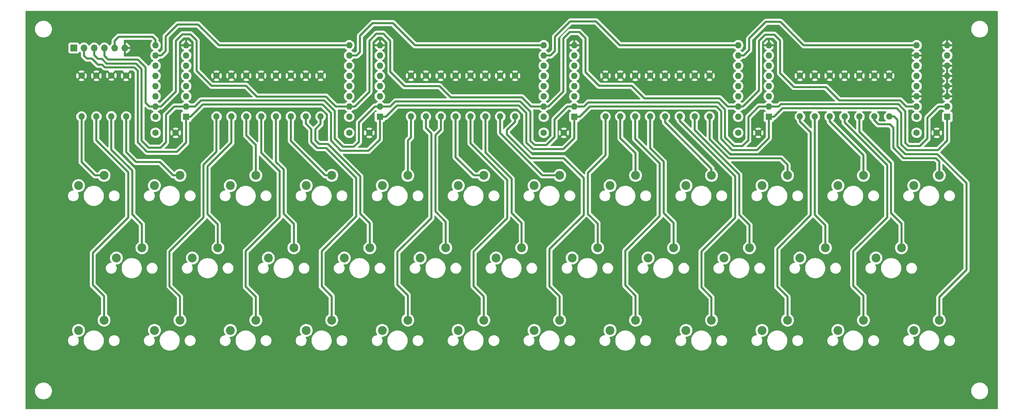
<source format=gbr>
%TF.GenerationSoftware,KiCad,Pcbnew,7.0.7-7.0.7~ubuntu22.04.1*%
%TF.CreationDate,2023-09-15T11:44:34+02:00*%
%TF.ProjectId,ek_right_hand_35_buttons,656b5f72-6967-4687-945f-68616e645f33,1.0*%
%TF.SameCoordinates,Original*%
%TF.FileFunction,Copper,L2,Bot*%
%TF.FilePolarity,Positive*%
%FSLAX46Y46*%
G04 Gerber Fmt 4.6, Leading zero omitted, Abs format (unit mm)*
G04 Created by KiCad (PCBNEW 7.0.7-7.0.7~ubuntu22.04.1) date 2023-09-15 11:44:34*
%MOMM*%
%LPD*%
G01*
G04 APERTURE LIST*
%TA.AperFunction,ComponentPad*%
%ADD10C,2.200000*%
%TD*%
%TA.AperFunction,ComponentPad*%
%ADD11C,1.600000*%
%TD*%
%TA.AperFunction,ComponentPad*%
%ADD12O,1.600000X1.600000*%
%TD*%
%TA.AperFunction,ComponentPad*%
%ADD13R,1.600000X1.600000*%
%TD*%
%TA.AperFunction,ComponentPad*%
%ADD14R,1.700000X1.700000*%
%TD*%
%TA.AperFunction,ComponentPad*%
%ADD15O,1.700000X1.700000*%
%TD*%
%TA.AperFunction,ViaPad*%
%ADD16C,0.800000*%
%TD*%
%TA.AperFunction,Conductor*%
%ADD17C,0.500000*%
%TD*%
G04 APERTURE END LIST*
D10*
%TO.P,SW3,1*%
%TO.N,Net-(U1-D2)*%
X51645000Y-88395000D03*
%TO.P,SW3,2*%
%TO.N,VCC*%
X45295000Y-90935000D03*
%TD*%
%TO.P,SW8,1*%
%TO.N,Net-(U1-D7)*%
X79995000Y-106395000D03*
%TO.P,SW8,2*%
%TO.N,VCC*%
X73645000Y-108935000D03*
%TD*%
D11*
%TO.P,C2,1*%
%TO.N,VCC*%
X103235000Y-59790000D03*
%TO.P,C2,2*%
%TO.N,GND*%
X108235000Y-59790000D03*
%TD*%
%TO.P,R16,1*%
%TO.N,GND*%
X129705000Y-45590000D03*
D12*
%TO.P,R16,2*%
%TO.N,Net-(U2-D7)*%
X129705000Y-55750000D03*
%TD*%
D11*
%TO.P,C5,1*%
%TO.N,VCC*%
X244435000Y-59790000D03*
%TO.P,C5,2*%
%TO.N,GND*%
X249435000Y-59790000D03*
%TD*%
%TO.P,R12,1*%
%TO.N,GND*%
X96105000Y-45590000D03*
D12*
%TO.P,R12,2*%
%TO.N,Net-(U2-D3)*%
X96105000Y-55750000D03*
%TD*%
D11*
%TO.P,R31,1*%
%TO.N,GND*%
X222805000Y-45590000D03*
D12*
%TO.P,R31,2*%
%TO.N,Net-(U4-D6)*%
X222805000Y-55750000D03*
%TD*%
D10*
%TO.P,SW18,1*%
%TO.N,Net-(U3-D1)*%
X146145000Y-88395000D03*
%TO.P,SW18,2*%
%TO.N,VCC*%
X139795000Y-90935000D03*
%TD*%
%TO.P,SW22,1*%
%TO.N,Net-(U3-D5)*%
X174495000Y-70395000D03*
%TO.P,SW22,2*%
%TO.N,VCC*%
X168145000Y-72935000D03*
%TD*%
%TO.P,SW27,1*%
%TO.N,Net-(U4-D2)*%
X202845000Y-88395000D03*
%TO.P,SW27,2*%
%TO.N,VCC*%
X196495000Y-90935000D03*
%TD*%
D11*
%TO.P,R33,1*%
%TO.N,GND*%
X230205000Y-45590000D03*
D12*
%TO.P,R33,2*%
%TO.N,Net-(U5-D0)*%
X230205000Y-55750000D03*
%TD*%
D11*
%TO.P,R24,1*%
%TO.N,GND*%
X178105000Y-45590000D03*
D12*
%TO.P,R24,2*%
%TO.N,Net-(U3-D7)*%
X178105000Y-55750000D03*
%TD*%
D13*
%TO.P,U1,1,~{PL}*%
%TO.N,SH{slash}~{LD}*%
X62655000Y-55790000D03*
D12*
%TO.P,U1,2,CP*%
%TO.N,CLK*%
X62655000Y-53250000D03*
%TO.P,U1,3,D4*%
%TO.N,Net-(U1-D4)*%
X62655000Y-50710000D03*
%TO.P,U1,4,D5*%
%TO.N,Net-(U1-D5)*%
X62655000Y-48170000D03*
%TO.P,U1,5,D6*%
%TO.N,Net-(U1-D6)*%
X62655000Y-45630000D03*
%TO.P,U1,6,D7*%
%TO.N,Net-(U1-D7)*%
X62655000Y-43090000D03*
%TO.P,U1,7,~{Q7}*%
%TO.N,unconnected-(U1-~{Q7}-Pad7)*%
X62655000Y-40550000D03*
%TO.P,U1,8,GND*%
%TO.N,GND*%
X62655000Y-38010000D03*
%TO.P,U1,9,Q7*%
%TO.N,/Buttons 01-08/SERIAL_OUT*%
X55035000Y-38010000D03*
%TO.P,U1,10,DS*%
%TO.N,/Buttons 01-08/SERIAL_IN*%
X55035000Y-40550000D03*
%TO.P,U1,11,D0*%
%TO.N,Net-(U1-D0)*%
X55035000Y-43090000D03*
%TO.P,U1,12,D1*%
%TO.N,Net-(U1-D1)*%
X55035000Y-45630000D03*
%TO.P,U1,13,D2*%
%TO.N,Net-(U1-D2)*%
X55035000Y-48170000D03*
%TO.P,U1,14,D3*%
%TO.N,Net-(U1-D3)*%
X55035000Y-50710000D03*
%TO.P,U1,15,~{CE}*%
%TO.N,CLK INH*%
X55035000Y-53250000D03*
%TO.P,U1,16,VCC*%
%TO.N,VCC*%
X55035000Y-55790000D03*
%TD*%
D10*
%TO.P,SW17,1*%
%TO.N,Net-(U3-D0)*%
X136695000Y-106395000D03*
%TO.P,SW17,2*%
%TO.N,VCC*%
X130345000Y-108935000D03*
%TD*%
%TO.P,SW33,1*%
%TO.N,Net-(U5-D0)*%
X240645000Y-88395000D03*
%TO.P,SW33,2*%
%TO.N,VCC*%
X234295000Y-90935000D03*
%TD*%
D11*
%TO.P,R3,1*%
%TO.N,GND*%
X44035000Y-45535000D03*
D12*
%TO.P,R3,2*%
%TO.N,Net-(U1-D2)*%
X44035000Y-55695000D03*
%TD*%
D11*
%TO.P,R27,1*%
%TO.N,GND*%
X189205000Y-45590000D03*
D12*
%TO.P,R27,2*%
%TO.N,Net-(U4-D2)*%
X189205000Y-55750000D03*
%TD*%
D10*
%TO.P,SW21,1*%
%TO.N,Net-(U3-D4)*%
X165045000Y-88395000D03*
%TO.P,SW21,2*%
%TO.N,VCC*%
X158695000Y-90935000D03*
%TD*%
%TO.P,SW13,1*%
%TO.N,Net-(U2-D4)*%
X117795000Y-70395000D03*
%TO.P,SW13,2*%
%TO.N,VCC*%
X111445000Y-72935000D03*
%TD*%
D11*
%TO.P,R19,1*%
%TO.N,GND*%
X140805000Y-45590000D03*
D12*
%TO.P,R19,2*%
%TO.N,Net-(U3-D2)*%
X140805000Y-55750000D03*
%TD*%
D11*
%TO.P,R21,1*%
%TO.N,GND*%
X167005000Y-45590000D03*
D12*
%TO.P,R21,2*%
%TO.N,Net-(U3-D4)*%
X167005000Y-55750000D03*
%TD*%
D11*
%TO.P,R7,1*%
%TO.N,GND*%
X77605000Y-45590000D03*
D12*
%TO.P,R7,2*%
%TO.N,Net-(U1-D6)*%
X77605000Y-55750000D03*
%TD*%
D10*
%TO.P,SW14,1*%
%TO.N,Net-(U2-D5)*%
X117795000Y-106395000D03*
%TO.P,SW14,2*%
%TO.N,VCC*%
X111445000Y-108935000D03*
%TD*%
D11*
%TO.P,R30,1*%
%TO.N,GND*%
X219105000Y-45590000D03*
D12*
%TO.P,R30,2*%
%TO.N,Net-(U4-D5)*%
X219105000Y-55750000D03*
%TD*%
D10*
%TO.P,SW19,1*%
%TO.N,Net-(U3-D2)*%
X155595000Y-70395000D03*
%TO.P,SW19,2*%
%TO.N,VCC*%
X149245000Y-72935000D03*
%TD*%
%TO.P,SW28,1*%
%TO.N,Net-(U4-D3)*%
X212295000Y-70395000D03*
%TO.P,SW28,2*%
%TO.N,VCC*%
X205945000Y-72935000D03*
%TD*%
%TO.P,SW16,1*%
%TO.N,Net-(U2-D7)*%
X136695000Y-70395000D03*
%TO.P,SW16,2*%
%TO.N,VCC*%
X130345000Y-72935000D03*
%TD*%
D11*
%TO.P,R4,1*%
%TO.N,GND*%
X47705000Y-45590000D03*
D12*
%TO.P,R4,2*%
%TO.N,Net-(U1-D3)*%
X47705000Y-55750000D03*
%TD*%
D11*
%TO.P,R20,1*%
%TO.N,GND*%
X144505000Y-45590000D03*
D12*
%TO.P,R20,2*%
%TO.N,Net-(U3-D3)*%
X144505000Y-55750000D03*
%TD*%
D10*
%TO.P,SW15,1*%
%TO.N,Net-(U2-D6)*%
X127245000Y-88395000D03*
%TO.P,SW15,2*%
%TO.N,VCC*%
X120895000Y-90935000D03*
%TD*%
D11*
%TO.P,R23,1*%
%TO.N,GND*%
X174405000Y-45590000D03*
D12*
%TO.P,R23,2*%
%TO.N,Net-(U3-D6)*%
X174405000Y-55750000D03*
%TD*%
D10*
%TO.P,SW23,1*%
%TO.N,Net-(U3-D6)*%
X174495000Y-106395000D03*
%TO.P,SW23,2*%
%TO.N,VCC*%
X168145000Y-108935000D03*
%TD*%
%TO.P,SW9,1*%
%TO.N,Net-(U2-D0)*%
X89445000Y-88395000D03*
%TO.P,SW9,2*%
%TO.N,VCC*%
X83095000Y-90935000D03*
%TD*%
D11*
%TO.P,R14,1*%
%TO.N,GND*%
X122305000Y-45590000D03*
D12*
%TO.P,R14,2*%
%TO.N,Net-(U2-D5)*%
X122305000Y-55750000D03*
%TD*%
D10*
%TO.P,SW34,1*%
%TO.N,Net-(U5-D1)*%
X250095000Y-70395000D03*
%TO.P,SW34,2*%
%TO.N,VCC*%
X243745000Y-72935000D03*
%TD*%
D11*
%TO.P,R26,1*%
%TO.N,GND*%
X185505000Y-45590000D03*
D12*
%TO.P,R26,2*%
%TO.N,Net-(U4-D1)*%
X185505000Y-55750000D03*
%TD*%
D10*
%TO.P,SW20,1*%
%TO.N,Net-(U3-D3)*%
X155595000Y-106395000D03*
%TO.P,SW20,2*%
%TO.N,VCC*%
X149245000Y-108935000D03*
%TD*%
D11*
%TO.P,R6,1*%
%TO.N,GND*%
X73905000Y-45590000D03*
D12*
%TO.P,R6,2*%
%TO.N,Net-(U1-D5)*%
X73905000Y-55750000D03*
%TD*%
D10*
%TO.P,SW25,1*%
%TO.N,Net-(U4-D0)*%
X193395000Y-70395000D03*
%TO.P,SW25,2*%
%TO.N,VCC*%
X187045000Y-72935000D03*
%TD*%
D11*
%TO.P,R29,1*%
%TO.N,GND*%
X215405000Y-45590000D03*
D12*
%TO.P,R29,2*%
%TO.N,Net-(U4-D4)*%
X215405000Y-55750000D03*
%TD*%
D11*
%TO.P,R13,1*%
%TO.N,GND*%
X118605000Y-45590000D03*
D12*
%TO.P,R13,2*%
%TO.N,Net-(U2-D4)*%
X118605000Y-55750000D03*
%TD*%
D10*
%TO.P,SW11,1*%
%TO.N,Net-(U2-D2)*%
X98895000Y-106395000D03*
%TO.P,SW11,2*%
%TO.N,VCC*%
X92545000Y-108935000D03*
%TD*%
D11*
%TO.P,R28,1*%
%TO.N,GND*%
X192905000Y-45590000D03*
D12*
%TO.P,R28,2*%
%TO.N,Net-(U4-D3)*%
X192905000Y-55750000D03*
%TD*%
D10*
%TO.P,SW5,1*%
%TO.N,Net-(U1-D4)*%
X61095000Y-106395000D03*
%TO.P,SW5,2*%
%TO.N,VCC*%
X54745000Y-108935000D03*
%TD*%
%TO.P,SW6,1*%
%TO.N,Net-(U1-D5)*%
X70545000Y-88395000D03*
%TO.P,SW6,2*%
%TO.N,VCC*%
X64195000Y-90935000D03*
%TD*%
D13*
%TO.P,U2,1,~{PL}*%
%TO.N,SH{slash}~{LD}*%
X110855000Y-55790000D03*
D12*
%TO.P,U2,2,CP*%
%TO.N,CLK*%
X110855000Y-53250000D03*
%TO.P,U2,3,D4*%
%TO.N,Net-(U2-D4)*%
X110855000Y-50710000D03*
%TO.P,U2,4,D5*%
%TO.N,Net-(U2-D5)*%
X110855000Y-48170000D03*
%TO.P,U2,5,D6*%
%TO.N,Net-(U2-D6)*%
X110855000Y-45630000D03*
%TO.P,U2,6,D7*%
%TO.N,Net-(U2-D7)*%
X110855000Y-43090000D03*
%TO.P,U2,7,~{Q7}*%
%TO.N,unconnected-(U2-~{Q7}-Pad7)*%
X110855000Y-40550000D03*
%TO.P,U2,8,GND*%
%TO.N,GND*%
X110855000Y-38010000D03*
%TO.P,U2,9,Q7*%
%TO.N,/Buttons 01-08/SERIAL_IN*%
X103235000Y-38010000D03*
%TO.P,U2,10,DS*%
%TO.N,/Buttons 09-16/SERIAL_IN*%
X103235000Y-40550000D03*
%TO.P,U2,11,D0*%
%TO.N,Net-(U2-D0)*%
X103235000Y-43090000D03*
%TO.P,U2,12,D1*%
%TO.N,Net-(U2-D1)*%
X103235000Y-45630000D03*
%TO.P,U2,13,D2*%
%TO.N,Net-(U2-D2)*%
X103235000Y-48170000D03*
%TO.P,U2,14,D3*%
%TO.N,Net-(U2-D3)*%
X103235000Y-50710000D03*
%TO.P,U2,15,~{CE}*%
%TO.N,CLK INH*%
X103235000Y-53250000D03*
%TO.P,U2,16,VCC*%
%TO.N,VCC*%
X103235000Y-55790000D03*
%TD*%
D14*
%TO.P,J1,1,Pin_1*%
%TO.N,VCC*%
X34675000Y-38705000D03*
D15*
%TO.P,J1,2,Pin_2*%
%TO.N,SH{slash}~{LD}*%
X37215000Y-38705000D03*
%TO.P,J1,3,Pin_3*%
%TO.N,CLK*%
X39755000Y-38705000D03*
%TO.P,J1,4,Pin_4*%
%TO.N,CLK INH*%
X42295000Y-38705000D03*
%TO.P,J1,5,Pin_5*%
%TO.N,/Buttons 01-08/SERIAL_OUT*%
X44835000Y-38705000D03*
%TO.P,J1,6,Pin_6*%
%TO.N,GND*%
X47375000Y-38705000D03*
%TD*%
D13*
%TO.P,U3,1,~{PL}*%
%TO.N,SH{slash}~{LD}*%
X159255000Y-55790000D03*
D12*
%TO.P,U3,2,CP*%
%TO.N,CLK*%
X159255000Y-53250000D03*
%TO.P,U3,3,D4*%
%TO.N,Net-(U3-D4)*%
X159255000Y-50710000D03*
%TO.P,U3,4,D5*%
%TO.N,Net-(U3-D5)*%
X159255000Y-48170000D03*
%TO.P,U3,5,D6*%
%TO.N,Net-(U3-D6)*%
X159255000Y-45630000D03*
%TO.P,U3,6,D7*%
%TO.N,Net-(U3-D7)*%
X159255000Y-43090000D03*
%TO.P,U3,7,~{Q7}*%
%TO.N,unconnected-(U3-~{Q7}-Pad7)*%
X159255000Y-40550000D03*
%TO.P,U3,8,GND*%
%TO.N,GND*%
X159255000Y-38010000D03*
%TO.P,U3,9,Q7*%
%TO.N,/Buttons 09-16/SERIAL_IN*%
X151635000Y-38010000D03*
%TO.P,U3,10,DS*%
%TO.N,/Buttons 17-24/SERIAL_IN*%
X151635000Y-40550000D03*
%TO.P,U3,11,D0*%
%TO.N,Net-(U3-D0)*%
X151635000Y-43090000D03*
%TO.P,U3,12,D1*%
%TO.N,Net-(U3-D1)*%
X151635000Y-45630000D03*
%TO.P,U3,13,D2*%
%TO.N,Net-(U3-D2)*%
X151635000Y-48170000D03*
%TO.P,U3,14,D3*%
%TO.N,Net-(U3-D3)*%
X151635000Y-50710000D03*
%TO.P,U3,15,~{CE}*%
%TO.N,CLK INH*%
X151635000Y-53250000D03*
%TO.P,U3,16,VCC*%
%TO.N,VCC*%
X151635000Y-55790000D03*
%TD*%
D10*
%TO.P,SW4,1*%
%TO.N,Net-(U1-D3)*%
X61095000Y-70395000D03*
%TO.P,SW4,2*%
%TO.N,VCC*%
X54745000Y-72935000D03*
%TD*%
D11*
%TO.P,R9,1*%
%TO.N,GND*%
X85005000Y-45590000D03*
D12*
%TO.P,R9,2*%
%TO.N,Net-(U2-D0)*%
X85005000Y-55750000D03*
%TD*%
D11*
%TO.P,R22,1*%
%TO.N,GND*%
X170705000Y-45590000D03*
D12*
%TO.P,R22,2*%
%TO.N,Net-(U3-D5)*%
X170705000Y-55750000D03*
%TD*%
D10*
%TO.P,SW31,1*%
%TO.N,Net-(U4-D6)*%
X231195000Y-70395000D03*
%TO.P,SW31,2*%
%TO.N,VCC*%
X224845000Y-72935000D03*
%TD*%
D11*
%TO.P,R35,1*%
%TO.N,GND*%
X237605000Y-45590000D03*
D12*
%TO.P,R35,2*%
%TO.N,Net-(U5-D2)*%
X237605000Y-55750000D03*
%TD*%
D11*
%TO.P,R15,1*%
%TO.N,GND*%
X126005000Y-45590000D03*
D12*
%TO.P,R15,2*%
%TO.N,Net-(U2-D6)*%
X126005000Y-55750000D03*
%TD*%
D10*
%TO.P,SW35,1*%
%TO.N,Net-(U5-D2)*%
X250095000Y-106395000D03*
%TO.P,SW35,2*%
%TO.N,VCC*%
X243745000Y-108935000D03*
%TD*%
%TO.P,SW24,1*%
%TO.N,Net-(U3-D7)*%
X183945000Y-88395000D03*
%TO.P,SW24,2*%
%TO.N,VCC*%
X177595000Y-90935000D03*
%TD*%
%TO.P,SW32,1*%
%TO.N,Net-(U4-D7)*%
X231195000Y-106395000D03*
%TO.P,SW32,2*%
%TO.N,VCC*%
X224845000Y-108935000D03*
%TD*%
%TO.P,SW10,1*%
%TO.N,Net-(U2-D1)*%
X98895000Y-70395000D03*
%TO.P,SW10,2*%
%TO.N,VCC*%
X92545000Y-72935000D03*
%TD*%
D11*
%TO.P,R5,1*%
%TO.N,GND*%
X70205000Y-45590000D03*
D12*
%TO.P,R5,2*%
%TO.N,Net-(U1-D4)*%
X70205000Y-55750000D03*
%TD*%
D10*
%TO.P,SW30,1*%
%TO.N,Net-(U4-D5)*%
X221745000Y-88395000D03*
%TO.P,SW30,2*%
%TO.N,VCC*%
X215395000Y-90935000D03*
%TD*%
%TO.P,SW7,1*%
%TO.N,Net-(U1-D6)*%
X79995000Y-70395000D03*
%TO.P,SW7,2*%
%TO.N,VCC*%
X73645000Y-72935000D03*
%TD*%
D11*
%TO.P,R34,1*%
%TO.N,GND*%
X233905000Y-45590000D03*
D12*
%TO.P,R34,2*%
%TO.N,Net-(U5-D1)*%
X233905000Y-55750000D03*
%TD*%
D10*
%TO.P,SW29,1*%
%TO.N,Net-(U4-D4)*%
X212295000Y-106395000D03*
%TO.P,SW29,2*%
%TO.N,VCC*%
X205945000Y-108935000D03*
%TD*%
D11*
%TO.P,R8,1*%
%TO.N,GND*%
X81305000Y-45590000D03*
D12*
%TO.P,R8,2*%
%TO.N,Net-(U1-D7)*%
X81305000Y-55750000D03*
%TD*%
D11*
%TO.P,C3,1*%
%TO.N,VCC*%
X151635000Y-59790000D03*
%TO.P,C3,2*%
%TO.N,GND*%
X156635000Y-59790000D03*
%TD*%
%TO.P,R11,1*%
%TO.N,GND*%
X92405000Y-45590000D03*
D12*
%TO.P,R11,2*%
%TO.N,Net-(U2-D2)*%
X92405000Y-55750000D03*
%TD*%
D11*
%TO.P,R18,1*%
%TO.N,GND*%
X137105000Y-45590000D03*
D12*
%TO.P,R18,2*%
%TO.N,Net-(U3-D1)*%
X137105000Y-55750000D03*
%TD*%
D11*
%TO.P,R2,1*%
%TO.N,GND*%
X40305000Y-45590000D03*
D12*
%TO.P,R2,2*%
%TO.N,Net-(U1-D1)*%
X40305000Y-55750000D03*
%TD*%
D10*
%TO.P,SW1,1*%
%TO.N,Net-(U1-D0)*%
X42195000Y-70395000D03*
%TO.P,SW1,2*%
%TO.N,VCC*%
X35845000Y-72935000D03*
%TD*%
D11*
%TO.P,R25,1*%
%TO.N,GND*%
X181805000Y-45590000D03*
D12*
%TO.P,R25,2*%
%TO.N,Net-(U4-D0)*%
X181805000Y-55750000D03*
%TD*%
D13*
%TO.P,U4,1,~{PL}*%
%TO.N,SH{slash}~{LD}*%
X207655000Y-55790000D03*
D12*
%TO.P,U4,2,CP*%
%TO.N,CLK*%
X207655000Y-53250000D03*
%TO.P,U4,3,D4*%
%TO.N,Net-(U4-D4)*%
X207655000Y-50710000D03*
%TO.P,U4,4,D5*%
%TO.N,Net-(U4-D5)*%
X207655000Y-48170000D03*
%TO.P,U4,5,D6*%
%TO.N,Net-(U4-D6)*%
X207655000Y-45630000D03*
%TO.P,U4,6,D7*%
%TO.N,Net-(U4-D7)*%
X207655000Y-43090000D03*
%TO.P,U4,7,~{Q7}*%
%TO.N,unconnected-(U4-~{Q7}-Pad7)*%
X207655000Y-40550000D03*
%TO.P,U4,8,GND*%
%TO.N,GND*%
X207655000Y-38010000D03*
%TO.P,U4,9,Q7*%
%TO.N,/Buttons 17-24/SERIAL_IN*%
X200035000Y-38010000D03*
%TO.P,U4,10,DS*%
%TO.N,/Buttons 25-32/SERIAL_IN*%
X200035000Y-40550000D03*
%TO.P,U4,11,D0*%
%TO.N,Net-(U4-D0)*%
X200035000Y-43090000D03*
%TO.P,U4,12,D1*%
%TO.N,Net-(U4-D1)*%
X200035000Y-45630000D03*
%TO.P,U4,13,D2*%
%TO.N,Net-(U4-D2)*%
X200035000Y-48170000D03*
%TO.P,U4,14,D3*%
%TO.N,Net-(U4-D3)*%
X200035000Y-50710000D03*
%TO.P,U4,15,~{CE}*%
%TO.N,CLK INH*%
X200035000Y-53250000D03*
%TO.P,U4,16,VCC*%
%TO.N,VCC*%
X200035000Y-55790000D03*
%TD*%
D11*
%TO.P,R17,1*%
%TO.N,GND*%
X133405000Y-45590000D03*
D12*
%TO.P,R17,2*%
%TO.N,Net-(U3-D0)*%
X133405000Y-55750000D03*
%TD*%
D11*
%TO.P,C1,1*%
%TO.N,VCC*%
X55035000Y-59790000D03*
%TO.P,C1,2*%
%TO.N,GND*%
X60035000Y-59790000D03*
%TD*%
D10*
%TO.P,SW2,1*%
%TO.N,Net-(U1-D1)*%
X42195000Y-106395000D03*
%TO.P,SW2,2*%
%TO.N,VCC*%
X35845000Y-108935000D03*
%TD*%
D11*
%TO.P,R10,1*%
%TO.N,GND*%
X88705000Y-45590000D03*
D12*
%TO.P,R10,2*%
%TO.N,Net-(U2-D1)*%
X88705000Y-55750000D03*
%TD*%
D11*
%TO.P,C4,1*%
%TO.N,VCC*%
X200035000Y-59790000D03*
%TO.P,C4,2*%
%TO.N,GND*%
X205035000Y-59790000D03*
%TD*%
D10*
%TO.P,SW12,1*%
%TO.N,Net-(U2-D3)*%
X108345000Y-88395000D03*
%TO.P,SW12,2*%
%TO.N,VCC*%
X101995000Y-90935000D03*
%TD*%
D13*
%TO.P,U5,1,~{PL}*%
%TO.N,SH{slash}~{LD}*%
X252055000Y-55790000D03*
D12*
%TO.P,U5,2,CP*%
%TO.N,CLK*%
X252055000Y-53250000D03*
%TO.P,U5,3,D4*%
%TO.N,GND*%
X252055000Y-50710000D03*
%TO.P,U5,4,D5*%
X252055000Y-48170000D03*
%TO.P,U5,5,D6*%
X252055000Y-45630000D03*
%TO.P,U5,6,D7*%
X252055000Y-43090000D03*
%TO.P,U5,7,~{Q7}*%
%TO.N,unconnected-(U5-~{Q7}-Pad7)*%
X252055000Y-40550000D03*
%TO.P,U5,8,GND*%
%TO.N,GND*%
X252055000Y-38010000D03*
%TO.P,U5,9,Q7*%
%TO.N,/Buttons 25-32/SERIAL_IN*%
X244435000Y-38010000D03*
%TO.P,U5,10,DS*%
%TO.N,GND*%
X244435000Y-40550000D03*
%TO.P,U5,11,D0*%
%TO.N,Net-(U5-D0)*%
X244435000Y-43090000D03*
%TO.P,U5,12,D1*%
%TO.N,Net-(U5-D1)*%
X244435000Y-45630000D03*
%TO.P,U5,13,D2*%
%TO.N,Net-(U5-D2)*%
X244435000Y-48170000D03*
%TO.P,U5,14,D3*%
%TO.N,GND*%
X244435000Y-50710000D03*
%TO.P,U5,15,~{CE}*%
%TO.N,CLK INH*%
X244435000Y-53250000D03*
%TO.P,U5,16,VCC*%
%TO.N,VCC*%
X244435000Y-55790000D03*
%TD*%
D11*
%TO.P,R32,1*%
%TO.N,GND*%
X226505000Y-45590000D03*
D12*
%TO.P,R32,2*%
%TO.N,Net-(U4-D7)*%
X226505000Y-55750000D03*
%TD*%
D10*
%TO.P,SW26,1*%
%TO.N,Net-(U4-D1)*%
X193395000Y-106395000D03*
%TO.P,SW26,2*%
%TO.N,VCC*%
X187045000Y-108935000D03*
%TD*%
D11*
%TO.P,R1,1*%
%TO.N,GND*%
X36605000Y-45590000D03*
D12*
%TO.P,R1,2*%
%TO.N,Net-(U1-D0)*%
X36605000Y-55750000D03*
%TD*%
D16*
%TO.N,GND*%
X53200000Y-41850000D03*
X77400000Y-49950000D03*
X125950000Y-50450000D03*
X174400000Y-50950000D03*
X222500000Y-51150000D03*
X67000000Y-55400000D03*
X116250000Y-54850000D03*
X164250000Y-54950000D03*
X191450000Y-59400000D03*
X212650000Y-55200000D03*
X217500000Y-57000000D03*
X124200000Y-58100000D03*
X235700000Y-54950000D03*
X218600000Y-82050000D03*
X176450000Y-60850000D03*
X228450000Y-57150000D03*
X243050000Y-67650000D03*
X251450000Y-64550000D03*
X198200000Y-54700000D03*
X53100000Y-55000000D03*
X101300000Y-55100000D03*
X96800000Y-60700000D03*
X94300000Y-57200000D03*
X83300000Y-64500000D03*
X79600000Y-60100000D03*
X71900000Y-61800000D03*
X26500000Y-95500000D03*
X27300000Y-66400000D03*
X27200000Y-40500000D03*
X32200000Y-33200000D03*
X56300000Y-32600000D03*
X83000000Y-32800000D03*
X104600000Y-32400000D03*
X131600000Y-32800000D03*
X152900000Y-32800000D03*
X226500000Y-32600000D03*
X200000000Y-32700000D03*
X179900000Y-32700000D03*
X251400000Y-32700000D03*
X260000000Y-40900000D03*
X260300000Y-65300000D03*
X260000000Y-92800000D03*
X259400000Y-117100000D03*
X253400000Y-124200000D03*
X219400000Y-125000000D03*
X181700000Y-125000000D03*
X143600000Y-124400000D03*
X105900000Y-124400000D03*
X68100000Y-124900000D03*
X26700000Y-118100000D03*
X32600000Y-124000000D03*
X38700000Y-86700000D03*
X35800000Y-103900000D03*
X54600000Y-103700000D03*
X73500000Y-103900000D03*
X92500000Y-103500000D03*
X111400000Y-103400000D03*
X130000000Y-103600000D03*
X149000000Y-103600000D03*
X167900000Y-103500000D03*
X215400000Y-86300000D03*
X158800000Y-86400000D03*
X186900000Y-103900000D03*
X205800000Y-104100000D03*
X224700000Y-103400000D03*
X196200000Y-86100000D03*
X177400000Y-86200000D03*
X139800000Y-86200000D03*
X121100000Y-86100000D03*
X102100000Y-86400000D03*
X83000000Y-86300000D03*
X64200000Y-86300000D03*
X45200000Y-86400000D03*
X73600000Y-67600000D03*
X92400000Y-67800000D03*
X111200000Y-68300000D03*
X130300000Y-68600000D03*
X35900000Y-68400000D03*
X46200000Y-64100000D03*
X56000000Y-65900000D03*
X59600000Y-62400000D03*
X60500000Y-55400000D03*
X108800000Y-56200000D03*
X107600000Y-62300000D03*
X249100000Y-62300000D03*
X204400000Y-62200000D03*
X155900000Y-62300000D03*
X157200000Y-55800000D03*
X250200000Y-55100000D03*
X205800000Y-54900000D03*
X243000000Y-54800000D03*
X149900000Y-54800000D03*
X145900000Y-57100000D03*
X135600000Y-62400000D03*
X142100000Y-57300000D03*
X142700000Y-54800000D03*
X150300000Y-67400000D03*
X168200000Y-68500000D03*
X187000000Y-67900000D03*
X205900000Y-68600000D03*
X225300000Y-68900000D03*
X236900000Y-63800000D03*
X243600000Y-61800000D03*
X202100000Y-50500000D03*
X153800000Y-50400000D03*
X105400000Y-50200000D03*
X57100000Y-50200000D03*
X33000000Y-41100000D03*
X100700000Y-51600000D03*
X86800000Y-54900000D03*
X162000000Y-51100000D03*
X124720000Y-82070000D03*
X72000000Y-54900000D03*
X221000000Y-54900000D03*
X65000000Y-51400000D03*
X181430000Y-82040000D03*
X135200000Y-54900000D03*
X124100000Y-54800000D03*
X79500000Y-54900000D03*
X187300000Y-54900000D03*
X176200000Y-54900000D03*
X183600000Y-54900000D03*
X242600000Y-50900000D03*
X42200000Y-54900000D03*
X68040000Y-82440000D03*
X217300000Y-54900000D03*
X209700000Y-51500000D03*
X191000000Y-54900000D03*
X38400000Y-54900000D03*
X94300000Y-55000000D03*
X232000000Y-55000000D03*
X32575000Y-70465000D03*
X224700000Y-54900000D03*
X139000000Y-54900000D03*
X197600000Y-51500000D03*
X105790000Y-82040000D03*
X127800000Y-54800000D03*
X33285000Y-66475000D03*
X86842180Y-82307820D03*
X172600000Y-55000000D03*
X120500000Y-54700000D03*
X49080000Y-82120000D03*
X143670000Y-82120000D03*
X113000000Y-51500000D03*
X168800000Y-54900000D03*
X90500000Y-55000000D03*
X45900000Y-55000000D03*
X75800000Y-54900000D03*
X238115000Y-82075000D03*
X200280000Y-81960000D03*
X162275000Y-82225000D03*
X149200000Y-51600000D03*
%TD*%
D17*
%TO.N,CLK INH*%
X53480000Y-53250000D02*
X55035000Y-53250000D01*
X52575001Y-52345001D02*
X53480000Y-53250000D01*
X52575001Y-43526573D02*
X52575001Y-52345001D01*
X50613428Y-41565000D02*
X52575001Y-43526573D01*
X43255000Y-41565000D02*
X50613428Y-41565000D01*
X42295000Y-40605000D02*
X43255000Y-41565000D01*
X42295000Y-38705000D02*
X42295000Y-40605000D01*
X55035000Y-53250000D02*
X56360000Y-53250000D01*
X56360000Y-53250000D02*
X60105000Y-49505000D01*
X60105000Y-49505000D02*
X60105000Y-36885000D01*
X60105000Y-36885000D02*
X61695000Y-35295000D01*
X77550000Y-48100000D02*
X80215000Y-50765000D01*
X99917182Y-53250000D02*
X103235000Y-53250000D01*
X61695000Y-35295000D02*
X63745000Y-35295000D01*
X63745000Y-35295000D02*
X65245000Y-36795000D01*
X65245000Y-36795000D02*
X65245000Y-44345000D01*
X65245000Y-44345000D02*
X69000000Y-48100000D01*
X80215000Y-50765000D02*
X97432182Y-50765000D01*
X69000000Y-48100000D02*
X77550000Y-48100000D01*
X97432182Y-50765000D02*
X99917182Y-53250000D01*
X103235000Y-53250000D02*
X104590000Y-53250000D01*
X104590000Y-53250000D02*
X108235000Y-49605000D01*
X108235000Y-49605000D02*
X108235000Y-36885000D01*
X113465000Y-36925000D02*
X113465000Y-44665000D01*
X108235000Y-36885000D02*
X109955000Y-35165000D01*
X109955000Y-35165000D02*
X111705000Y-35165000D01*
X111705000Y-35165000D02*
X113465000Y-36925000D01*
X117000000Y-48200000D02*
X125700000Y-48200000D01*
X128474999Y-50974999D02*
X146223427Y-50974999D01*
X113465000Y-44665000D02*
X117000000Y-48200000D01*
X125700000Y-48200000D02*
X128474999Y-50974999D01*
X146223427Y-50974999D02*
X148498428Y-53250000D01*
X148498428Y-53250000D02*
X151635000Y-53250000D01*
X151635000Y-53250000D02*
X152820000Y-53250000D01*
X162045000Y-44745000D02*
X165400000Y-48100000D01*
X152820000Y-53250000D02*
X156535000Y-49535000D01*
X195415000Y-51215000D02*
X197450000Y-53250000D01*
X156535000Y-49535000D02*
X156535000Y-36295000D01*
X156535000Y-36295000D02*
X158125000Y-34705000D01*
X158125000Y-34705000D02*
X160475000Y-34705000D01*
X173550000Y-48100000D02*
X176665000Y-51215000D01*
X160475000Y-34705000D02*
X162045000Y-36275000D01*
X162045000Y-36275000D02*
X162045000Y-44745000D01*
X165400000Y-48100000D02*
X173550000Y-48100000D01*
X176665000Y-51215000D02*
X195415000Y-51215000D01*
X197450000Y-53250000D02*
X200035000Y-53250000D01*
X200035000Y-53250000D02*
X201270000Y-53250000D01*
X205235000Y-36895000D02*
X206735000Y-35395000D01*
X201270000Y-53250000D02*
X205235000Y-49285000D01*
X205235000Y-49285000D02*
X205235000Y-36895000D01*
X213900000Y-48400000D02*
X221850000Y-48400000D01*
X206735000Y-35395000D02*
X209015000Y-35395000D01*
X209015000Y-35395000D02*
X210435000Y-36815000D01*
X210435000Y-36815000D02*
X210435000Y-44935000D01*
X210435000Y-44935000D02*
X213900000Y-48400000D01*
X221850000Y-48400000D02*
X225150000Y-51700000D01*
X225150000Y-51700000D02*
X240350000Y-51700000D01*
X240350000Y-51700000D02*
X241900000Y-53250000D01*
X241900000Y-53250000D02*
X244435000Y-53250000D01*
%TO.N,Net-(U4-D5)*%
X219105000Y-55750000D02*
X219105000Y-80155000D01*
X219105000Y-80155000D02*
X221745000Y-82795000D01*
X221745000Y-82795000D02*
X221745000Y-88395000D01*
%TO.N,Net-(U4-D4)*%
X212295000Y-106395000D02*
X212295000Y-100595000D01*
X209750000Y-88650000D02*
X218105000Y-80295000D01*
X212295000Y-100595000D02*
X209750000Y-98050000D01*
X209750000Y-98050000D02*
X209750000Y-88650000D01*
X218105000Y-80295000D02*
X218105000Y-59665000D01*
X218105000Y-59665000D02*
X215405000Y-56965000D01*
X215405000Y-56965000D02*
X215405000Y-55750000D01*
%TO.N,Net-(U4-D7)*%
X231195000Y-106395000D02*
X231195000Y-100365000D01*
X231195000Y-100365000D02*
X228690000Y-97860000D01*
X228690000Y-89270000D02*
X237090000Y-80870000D01*
X228690000Y-97860000D02*
X228690000Y-89270000D01*
X237090000Y-80870000D02*
X237090000Y-67800000D01*
X237090000Y-67800000D02*
X226505000Y-57215000D01*
X226505000Y-57215000D02*
X226505000Y-55750000D01*
%TO.N,Net-(U4-D6)*%
X222805000Y-55750000D02*
X222805000Y-57005000D01*
X222805000Y-57005000D02*
X231195000Y-65395000D01*
X231195000Y-65395000D02*
X231195000Y-70395000D01*
%TO.N,SH{slash}~{LD}*%
X207655000Y-55790000D02*
X208955000Y-55790000D01*
X208955000Y-55790000D02*
X211045000Y-53700000D01*
X239485786Y-53700000D02*
X240640000Y-54854214D01*
X211045000Y-53700000D02*
X239485786Y-53700000D01*
X252055000Y-61745000D02*
X252055000Y-55790000D01*
X240640000Y-54854214D02*
X240640000Y-62711572D01*
X240640000Y-62711572D02*
X242023429Y-64095001D01*
X242023429Y-64095001D02*
X249704999Y-64095001D01*
X249704999Y-64095001D02*
X252055000Y-61745000D01*
%TO.N,CLK*%
X207655000Y-53250000D02*
X210080786Y-53250000D01*
X210080786Y-53250000D02*
X210630786Y-52700000D01*
X242437642Y-63095000D02*
X245285000Y-63095000D01*
X247135000Y-61245000D02*
X247135000Y-56055000D01*
X210630786Y-52700000D02*
X239900000Y-52700000D01*
X239900000Y-52700000D02*
X241640001Y-54440001D01*
X241640001Y-54440001D02*
X241640000Y-62297358D01*
X241640000Y-62297358D02*
X242437642Y-63095000D01*
X245285000Y-63095000D02*
X247135000Y-61245000D01*
X247135000Y-56055000D02*
X249940000Y-53250000D01*
X249940000Y-53250000D02*
X252055000Y-53250000D01*
%TO.N,Net-(U5-D1)*%
X233905000Y-55750000D02*
X233905000Y-56681346D01*
X249195000Y-66095000D02*
X250095000Y-66995000D01*
X233905000Y-56681346D02*
X234923654Y-57700000D01*
X234923654Y-57700000D02*
X237800000Y-57700000D01*
X237800000Y-57700000D02*
X238640000Y-58540000D01*
X238640000Y-58540000D02*
X238640000Y-63540000D01*
X238640000Y-63540000D02*
X241195000Y-66095000D01*
X241195000Y-66095000D02*
X249195000Y-66095000D01*
X250095000Y-66995000D02*
X250095000Y-70395000D01*
%TO.N,Net-(U5-D2)*%
X250095000Y-106395000D02*
X250095000Y-100695000D01*
X250095000Y-100695000D02*
X256865000Y-93925000D01*
X256865000Y-93925000D02*
X256865000Y-72350786D01*
X256865000Y-72350786D02*
X249609213Y-65094999D01*
X249609213Y-65094999D02*
X241609213Y-65094999D01*
X241609213Y-65094999D02*
X239640000Y-63125786D01*
X238800000Y-55750000D02*
X237605000Y-55750000D01*
X239640000Y-63125786D02*
X239640000Y-56590000D01*
X239640000Y-56590000D02*
X238800000Y-55750000D01*
%TO.N,Net-(U3-D5)*%
X170705000Y-55750000D02*
X170705000Y-61105000D01*
X170705000Y-61105000D02*
X174495000Y-64895000D01*
X174495000Y-64895000D02*
X174495000Y-70395000D01*
%TO.N,SH{slash}~{LD}*%
X159255000Y-55790000D02*
X160554214Y-55790000D01*
X160554214Y-55790000D02*
X163109214Y-53235000D01*
X163109214Y-53235000D02*
X194606572Y-53235000D01*
X194606572Y-53235000D02*
X195775000Y-54403428D01*
X195775000Y-54403428D02*
X195775000Y-61345000D01*
X195775000Y-61345000D02*
X198535000Y-64105000D01*
X198535000Y-64105000D02*
X204695000Y-64105000D01*
X204695000Y-64105000D02*
X207655000Y-61145000D01*
X207655000Y-61145000D02*
X207655000Y-55790000D01*
%TO.N,CLK*%
X207655000Y-53250000D02*
X205160000Y-53250000D01*
X205160000Y-53250000D02*
X202545000Y-55865000D01*
X202545000Y-55865000D02*
X202545000Y-61645000D01*
X202545000Y-61645000D02*
X201085000Y-63105000D01*
X201085000Y-63105000D02*
X198949214Y-63105000D01*
X196775000Y-60930786D02*
X196775000Y-53989214D01*
X162695000Y-52235000D02*
X161680000Y-53250000D01*
X161680000Y-53250000D02*
X159255000Y-53250000D01*
X198949214Y-63105000D02*
X196775000Y-60930786D01*
X196775000Y-53989214D02*
X195020786Y-52235000D01*
X195020786Y-52235000D02*
X162695000Y-52235000D01*
%TO.N,Net-(U2-D2)*%
X92405000Y-55750000D02*
X92405000Y-57505000D01*
X96370000Y-89220000D02*
X96370000Y-97960000D01*
X92405000Y-57505000D02*
X93800000Y-58900000D01*
X93800000Y-58900000D02*
X93800000Y-62080000D01*
X93800000Y-62080000D02*
X95320001Y-63600001D01*
X95320001Y-63600001D02*
X97530000Y-63600000D01*
X97530000Y-63600000D02*
X104970000Y-71040000D01*
X104970000Y-80620000D02*
X96370000Y-89220000D01*
X104970000Y-71040000D02*
X104970000Y-80620000D01*
X96370000Y-97960000D02*
X98895000Y-100485000D01*
X98895000Y-100485000D02*
X98895000Y-106395000D01*
%TO.N,Net-(U2-D3)*%
X96105000Y-55750000D02*
X96105000Y-57595000D01*
X96105000Y-57595000D02*
X94800000Y-58900000D01*
X94800000Y-58900000D02*
X94800000Y-61665786D01*
X105970000Y-79904214D02*
X108345000Y-82279214D01*
X94800000Y-61665786D02*
X95734214Y-62600000D01*
X95734214Y-62600000D02*
X97944214Y-62600000D01*
X105970000Y-70625786D02*
X105970000Y-79904214D01*
X97944214Y-62600000D02*
X105970000Y-70625786D01*
X108345000Y-82279214D02*
X108345000Y-88395000D01*
%TO.N,Net-(U2-D1)*%
X88705000Y-55750000D02*
X88705000Y-61805000D01*
X88705000Y-61805000D02*
X97295000Y-70395000D01*
X97295000Y-70395000D02*
X98895000Y-70395000D01*
%TO.N,SH{slash}~{LD}*%
X37215000Y-38705000D02*
X37215000Y-40615000D01*
X37215000Y-40615000D02*
X37955000Y-41355000D01*
X37955000Y-41355000D02*
X39200786Y-41355000D01*
X39200786Y-41355000D02*
X40710000Y-42864214D01*
X40710000Y-42864214D02*
X41725786Y-42864214D01*
X41725786Y-42864214D02*
X42426572Y-43565000D01*
X42426572Y-43565000D02*
X49785000Y-43565000D01*
X49785000Y-43565000D02*
X50575000Y-44355000D01*
X50575000Y-44355000D02*
X50575000Y-62169214D01*
X52920787Y-64515001D02*
X60384999Y-64515001D01*
X50575000Y-62169214D02*
X52920787Y-64515001D01*
X60384999Y-64515001D02*
X62655000Y-62245000D01*
X62655000Y-62245000D02*
X62655000Y-55790000D01*
X62655000Y-55790000D02*
X63724214Y-55790000D01*
X63724214Y-55790000D02*
X66749214Y-52765000D01*
X66749214Y-52765000D02*
X96603754Y-52765000D01*
X108015000Y-64285000D02*
X110855000Y-61445000D01*
X96603754Y-52765000D02*
X98665000Y-54826246D01*
X101183428Y-64285000D02*
X108015000Y-64285000D01*
X98665000Y-54826246D02*
X98665000Y-61766572D01*
X98665000Y-61766572D02*
X101183428Y-64285000D01*
X110855000Y-61445000D02*
X110855000Y-55790000D01*
%TO.N,Net-(U3-D3)*%
X144505000Y-55750000D02*
X144505000Y-57095000D01*
X153050000Y-97940000D02*
X155595000Y-100485000D01*
X144505000Y-57095000D02*
X142500000Y-59100000D01*
X142500000Y-59100000D02*
X142500000Y-60165786D01*
X142500000Y-60165786D02*
X148434214Y-66100000D01*
X148434214Y-66100000D02*
X156620000Y-66100000D01*
X156620000Y-66100000D02*
X161575000Y-71055000D01*
X161575000Y-71055000D02*
X161575000Y-80245000D01*
X155595000Y-100485000D02*
X155595000Y-106395000D01*
X161575000Y-80245000D02*
X153050000Y-88770000D01*
X153050000Y-88770000D02*
X153050000Y-97940000D01*
%TO.N,Net-(U1-D0)*%
X36605000Y-67025000D02*
X39975000Y-70395000D01*
X36605000Y-55750000D02*
X36605000Y-67025000D01*
X39975000Y-70395000D02*
X42195000Y-70395000D01*
%TO.N,Net-(U1-D1)*%
X39395000Y-89685000D02*
X39395000Y-97625000D01*
X48235000Y-80875000D02*
X39425000Y-89685000D01*
X40305000Y-61669214D02*
X48235000Y-69599214D01*
X39395000Y-97625000D02*
X42195000Y-100425000D01*
X42195000Y-100425000D02*
X42195000Y-106395000D01*
X48235000Y-69599214D02*
X48235000Y-80875000D01*
X40305000Y-55750000D02*
X40305000Y-61669214D01*
X39425000Y-89685000D02*
X39395000Y-89685000D01*
%TO.N,Net-(U1-D2)*%
X44035000Y-55695000D02*
X44035000Y-63985000D01*
X51645000Y-82515000D02*
X51645000Y-88395000D01*
X49235000Y-69185000D02*
X49235000Y-80105000D01*
X49235000Y-80105000D02*
X51645000Y-82515000D01*
X44035000Y-63985000D02*
X49235000Y-69185000D01*
%TO.N,Net-(U1-D3)*%
X59425000Y-70395000D02*
X61095000Y-70395000D01*
X47705000Y-55750000D02*
X47705000Y-64615000D01*
X47705000Y-64615000D02*
X50155000Y-67065000D01*
X50155000Y-67065000D02*
X56095000Y-67065000D01*
X56095000Y-67065000D02*
X59425000Y-70395000D01*
%TO.N,Net-(U1-D4)*%
X70205000Y-64560786D02*
X66990000Y-67775786D01*
X61095000Y-100525000D02*
X61095000Y-106395000D01*
X66990000Y-80880000D02*
X58520000Y-89350000D01*
X58520000Y-89350000D02*
X58520000Y-97950000D01*
X66990000Y-67775786D02*
X66990000Y-80880000D01*
X70205000Y-55750000D02*
X70205000Y-64560786D01*
X58520000Y-97950000D02*
X61095000Y-100525000D01*
%TO.N,Net-(U1-D5)*%
X70545000Y-82595000D02*
X70545000Y-88395000D01*
X67990000Y-80040000D02*
X70545000Y-82595000D01*
X73905000Y-55750000D02*
X73905000Y-62275000D01*
X73905000Y-62275000D02*
X67990000Y-68190000D01*
X67990000Y-68190000D02*
X67990000Y-80040000D01*
%TO.N,Net-(U1-D6)*%
X77605000Y-55750000D02*
X77605000Y-60465000D01*
X77605000Y-60465000D02*
X79995000Y-62855000D01*
X79995000Y-62855000D02*
X79995000Y-70395000D01*
%TO.N,Net-(U1-D7)*%
X79995000Y-100575000D02*
X79995000Y-106395000D01*
X81305000Y-64779214D02*
X85905000Y-69379214D01*
X85905000Y-69379214D02*
X85905000Y-80785000D01*
X85905000Y-80785000D02*
X77480000Y-89210000D01*
X77480000Y-98060000D02*
X79995000Y-100575000D01*
X77480000Y-89210000D02*
X77480000Y-98060000D01*
X81305000Y-55750000D02*
X81305000Y-64779214D01*
%TO.N,SH{slash}~{LD}*%
X148969215Y-63845001D02*
X156555000Y-63845000D01*
X159255000Y-61145000D02*
X159255000Y-55790000D01*
X112334214Y-55790000D02*
X115149214Y-52975000D01*
X147325000Y-62200786D02*
X148969215Y-63845001D01*
X156555000Y-63845000D02*
X159255000Y-61145000D01*
X110855000Y-55790000D02*
X112334214Y-55790000D01*
X145395000Y-52975000D02*
X147325000Y-54905000D01*
X115149214Y-52975000D02*
X145395000Y-52975000D01*
X147325000Y-54905000D02*
X147325000Y-62200786D01*
%TO.N,CLK*%
X50199214Y-42565000D02*
X42840786Y-42565000D01*
X154335000Y-60805000D02*
X152295000Y-62845000D01*
X97017967Y-51764999D02*
X99634999Y-54382031D01*
X149383428Y-62845000D02*
X148325000Y-61786572D01*
X113460000Y-53250000D02*
X110855000Y-53250000D01*
X104405000Y-63285000D02*
X101695000Y-63285000D01*
X114735000Y-51975000D02*
X113460000Y-53250000D01*
X105630000Y-57250000D02*
X105630000Y-62060000D01*
X53335000Y-63515000D02*
X51575000Y-61755000D01*
X56265000Y-63515000D02*
X53335000Y-63515000D01*
X148325000Y-61786572D02*
X148325001Y-54490787D01*
X110855000Y-53250000D02*
X109630000Y-53250000D01*
X39755000Y-40495000D02*
X39755000Y-38705000D01*
X41690786Y-41415000D02*
X40675000Y-41415000D01*
X64850000Y-53250000D02*
X66335001Y-51764999D01*
X57620000Y-62160000D02*
X56265000Y-63515000D01*
X51575001Y-43940787D02*
X50199214Y-42565000D01*
X66335001Y-51764999D02*
X97017967Y-51764999D01*
X40675000Y-41415000D02*
X39755000Y-40495000D01*
X99665000Y-61255000D02*
X99665000Y-54412032D01*
X145809214Y-51975000D02*
X114735000Y-51975000D01*
X57620000Y-55330000D02*
X57620000Y-62160000D01*
X62655000Y-53250000D02*
X59700000Y-53250000D01*
X105630000Y-62060000D02*
X104405000Y-63285000D01*
X154335000Y-56485000D02*
X154335000Y-60805000D01*
X148325001Y-54490787D02*
X145809214Y-51975000D01*
X109630000Y-53250000D02*
X105630000Y-57250000D01*
X42840786Y-42565000D02*
X41690786Y-41415000D01*
X152295000Y-62845000D02*
X149383428Y-62845000D01*
X101695000Y-63285000D02*
X99665000Y-61255000D01*
X62655000Y-53250000D02*
X64850000Y-53250000D01*
X59700000Y-53250000D02*
X57620000Y-55330000D01*
X157570000Y-53250000D02*
X154335000Y-56485000D01*
X51575000Y-61755000D02*
X51575001Y-43940787D01*
X159255000Y-53250000D02*
X157570000Y-53250000D01*
%TO.N,Net-(U2-D6)*%
X124655000Y-60375000D02*
X124655000Y-79365000D01*
X124655000Y-79365000D02*
X127245000Y-81955000D01*
X127245000Y-81955000D02*
X127245000Y-88395000D01*
X126005000Y-59025000D02*
X124655000Y-60375000D01*
X126005000Y-55750000D02*
X126005000Y-59025000D01*
%TO.N,Net-(U2-D5)*%
X115225000Y-97655000D02*
X117795000Y-100225000D01*
X115225000Y-89435000D02*
X115225000Y-97655000D01*
X117795000Y-100225000D02*
X117795000Y-106395000D01*
X122305000Y-55750000D02*
X122290000Y-55765000D01*
X123655000Y-81005000D02*
X115225000Y-89435000D01*
X122290000Y-55765000D02*
X122290000Y-58595786D01*
X122290000Y-58595786D02*
X123655000Y-59960786D01*
X123655000Y-59960786D02*
X123655000Y-81005000D01*
%TO.N,Net-(U2-D4)*%
X117795000Y-61715000D02*
X117795000Y-70395000D01*
X118605000Y-55750000D02*
X118605000Y-60905000D01*
X118605000Y-60905000D02*
X117795000Y-61715000D01*
%TO.N,Net-(U2-D0)*%
X86905000Y-79935000D02*
X89445000Y-82475000D01*
X85005000Y-55750000D02*
X85005000Y-67065000D01*
X85005000Y-67065000D02*
X86905000Y-68965000D01*
X86905000Y-68965000D02*
X86905000Y-79935000D01*
X89445000Y-82475000D02*
X89445000Y-88395000D01*
%TO.N,Net-(U2-D7)*%
X129705000Y-65845000D02*
X134255000Y-70395000D01*
X129705000Y-55750000D02*
X129705000Y-65845000D01*
X134255000Y-70395000D02*
X136695000Y-70395000D01*
%TO.N,/Buttons 01-08/SERIAL_OUT*%
X55035000Y-38010000D02*
X55035000Y-36695000D01*
X55035000Y-36695000D02*
X54225000Y-35885000D01*
X45835000Y-35885000D02*
X54225000Y-35885000D01*
X45835000Y-35885000D02*
X44835000Y-36885000D01*
X44835000Y-36885000D02*
X44835000Y-38705000D01*
%TO.N,Net-(U3-D0)*%
X133405000Y-55750000D02*
X133405000Y-62405000D01*
X142550000Y-71550000D02*
X142550000Y-81010000D01*
X134200000Y-97970000D02*
X136695000Y-100465000D01*
X142550000Y-81010000D02*
X134200000Y-89360000D01*
X136695000Y-100465000D02*
X136695000Y-106395000D01*
X134200000Y-89360000D02*
X134200000Y-97970000D01*
X133405000Y-62405000D02*
X142550000Y-71550000D01*
%TO.N,Net-(U3-D1)*%
X143650000Y-79720000D02*
X146145000Y-82215000D01*
X137105000Y-55750000D02*
X137105000Y-64690786D01*
X137105000Y-64690786D02*
X143650000Y-71235786D01*
X146145000Y-82215000D02*
X146145000Y-88395000D01*
X143650000Y-71235786D02*
X143650000Y-79720000D01*
%TO.N,Net-(U3-D2)*%
X140805000Y-55750000D02*
X140805000Y-59885000D01*
X151315000Y-70395000D02*
X155595000Y-70395000D01*
X140805000Y-59885000D02*
X151315000Y-70395000D01*
%TO.N,Net-(U3-D4)*%
X162655000Y-69745000D02*
X162655000Y-79985000D01*
X167005000Y-65395000D02*
X162655000Y-69745000D01*
X165045000Y-82375000D02*
X165045000Y-88395000D01*
X167005000Y-55750000D02*
X167005000Y-65395000D01*
X162655000Y-79985000D02*
X165045000Y-82375000D01*
%TO.N,Net-(U3-D6)*%
X174405000Y-55750000D02*
X174405000Y-61305000D01*
X180510000Y-80560000D02*
X171945000Y-89125000D01*
X174405000Y-61305000D02*
X180510000Y-67410000D01*
X171945000Y-97745000D02*
X174495000Y-100295000D01*
X174495000Y-100295000D02*
X174495000Y-106395000D01*
X180510000Y-67410000D02*
X180510000Y-80560000D01*
X171945000Y-89125000D02*
X171945000Y-97745000D01*
%TO.N,Net-(U3-D7)*%
X178105000Y-63590786D02*
X181510000Y-66995786D01*
X181510000Y-79760000D02*
X183945000Y-82195000D01*
X181510000Y-66995786D02*
X181510000Y-79760000D01*
X183945000Y-82195000D02*
X183945000Y-88395000D01*
X178105000Y-55750000D02*
X178105000Y-63590786D01*
%TO.N,Net-(U4-D0)*%
X181805000Y-55750000D02*
X181805000Y-57145000D01*
X193395000Y-68735000D02*
X193395000Y-70395000D01*
X181805000Y-57145000D02*
X193395000Y-68735000D01*
%TO.N,Net-(U4-D1)*%
X193395000Y-100755000D02*
X193395000Y-106395000D01*
X190865000Y-89345000D02*
X190865000Y-98225000D01*
X199300000Y-80910000D02*
X190865000Y-89345000D01*
X199300000Y-70620000D02*
X199300000Y-80910000D01*
X185505000Y-55750000D02*
X185505000Y-56825000D01*
X190865000Y-98225000D02*
X193395000Y-100755000D01*
X185505000Y-56825000D02*
X199300000Y-70620000D01*
%TO.N,Net-(U4-D2)*%
X189205000Y-59110786D02*
X194812107Y-64717893D01*
X193955000Y-63860786D02*
X200300000Y-70205786D01*
X200300000Y-70205786D02*
X200300000Y-80200000D01*
X202845000Y-82745000D02*
X202845000Y-88395000D01*
X200300000Y-80200000D02*
X202845000Y-82745000D01*
X189205000Y-55750000D02*
X189205000Y-59110786D01*
%TO.N,Net-(U4-D3)*%
X212295000Y-67745000D02*
X212295000Y-70395000D01*
X197673428Y-66165000D02*
X210715000Y-66165000D01*
X210715000Y-66165000D02*
X212295000Y-67745000D01*
X192905000Y-61396572D02*
X197673428Y-66165000D01*
X192905000Y-55750000D02*
X192905000Y-61396572D01*
%TO.N,Net-(U5-D0)*%
X238090000Y-67385786D02*
X230205000Y-59500786D01*
X240645000Y-82355000D02*
X238090000Y-79800000D01*
X238090000Y-79800000D02*
X238090000Y-67385786D01*
X240645000Y-88395000D02*
X240645000Y-82355000D01*
X230205000Y-59500786D02*
X230205000Y-55750000D01*
%TO.N,/Buttons 01-08/SERIAL_IN*%
X65635000Y-32825000D02*
X60535000Y-32825000D01*
X103235000Y-38010000D02*
X70820000Y-38010000D01*
X57545000Y-35815000D02*
X57545000Y-39485000D01*
X56480000Y-40550000D02*
X55035000Y-40550000D01*
X60535000Y-32825000D02*
X57545000Y-35815000D01*
X70820000Y-38010000D02*
X65635000Y-32825000D01*
X57545000Y-39485000D02*
X56480000Y-40550000D01*
%TO.N,/Buttons 09-16/SERIAL_IN*%
X114135000Y-32535000D02*
X109035000Y-32535000D01*
X109035000Y-32535000D02*
X105925000Y-35645000D01*
X105090000Y-40550000D02*
X103235000Y-40550000D01*
X105925000Y-39715000D02*
X105090000Y-40550000D01*
X151635000Y-38010000D02*
X119610000Y-38010000D01*
X105925000Y-35645000D02*
X105925000Y-39715000D01*
X119610000Y-38010000D02*
X114135000Y-32535000D01*
%TO.N,/Buttons 17-24/SERIAL_IN*%
X170570000Y-38010000D02*
X164635000Y-32075000D01*
X154445000Y-35885000D02*
X154445000Y-39455000D01*
X158255000Y-32075000D02*
X154445000Y-35885000D01*
X164635000Y-32075000D02*
X158255000Y-32075000D01*
X200035000Y-38010000D02*
X170570000Y-38010000D01*
X153350000Y-40550000D02*
X151635000Y-40550000D01*
X154445000Y-39455000D02*
X153350000Y-40550000D01*
%TO.N,/Buttons 25-32/SERIAL_IN*%
X216340000Y-38010000D02*
X244435000Y-38010000D01*
X202765000Y-36365000D02*
X206935000Y-32195000D01*
X210525000Y-32195000D02*
X216340000Y-38010000D01*
X202765000Y-39175000D02*
X202765000Y-36365000D01*
X206935000Y-32195000D02*
X210525000Y-32195000D01*
X200035000Y-40550000D02*
X201390000Y-40550000D01*
X201390000Y-40550000D02*
X202765000Y-39175000D01*
%TD*%
%TA.AperFunction,Conductor*%
%TO.N,GND*%
G36*
X61595376Y-54020185D02*
G01*
X61629912Y-54053377D01*
X61654954Y-54089141D01*
X61815858Y-54250045D01*
X61840462Y-54267273D01*
X61884087Y-54321849D01*
X61891281Y-54391348D01*
X61859758Y-54453703D01*
X61799529Y-54489117D01*
X61782593Y-54492138D01*
X61747516Y-54495908D01*
X61612671Y-54546202D01*
X61612664Y-54546206D01*
X61497455Y-54632452D01*
X61497452Y-54632455D01*
X61411206Y-54747664D01*
X61411202Y-54747671D01*
X61360908Y-54882517D01*
X61354501Y-54942116D01*
X61354501Y-54942123D01*
X61354500Y-54942135D01*
X61354500Y-56637870D01*
X61354501Y-56637876D01*
X61360908Y-56697483D01*
X61411202Y-56832328D01*
X61411206Y-56832335D01*
X61497452Y-56947544D01*
X61497455Y-56947547D01*
X61612664Y-57033793D01*
X61612671Y-57033797D01*
X61747516Y-57084091D01*
X61793757Y-57089063D01*
X61858307Y-57115801D01*
X61898155Y-57173194D01*
X61904500Y-57212352D01*
X61904500Y-61882770D01*
X61884815Y-61949809D01*
X61868181Y-61970451D01*
X60110450Y-63728182D01*
X60049127Y-63761667D01*
X60022769Y-63764501D01*
X57376229Y-63764501D01*
X57309190Y-63744816D01*
X57263435Y-63692012D01*
X57253491Y-63622854D01*
X57282516Y-63559298D01*
X57288548Y-63552820D01*
X57692070Y-63149297D01*
X58105638Y-62735727D01*
X58119267Y-62723950D01*
X58138530Y-62709610D01*
X58138532Y-62709606D01*
X58138534Y-62709606D01*
X58165171Y-62677860D01*
X58172113Y-62669585D01*
X58175767Y-62665599D01*
X58181589Y-62659778D01*
X58189051Y-62650341D01*
X58198911Y-62637870D01*
X58201928Y-62634054D01*
X58222441Y-62609608D01*
X58251302Y-62575214D01*
X58251304Y-62575209D01*
X58255272Y-62569179D01*
X58255323Y-62569212D01*
X58259369Y-62562860D01*
X58259317Y-62562828D01*
X58263109Y-62556679D01*
X58263111Y-62556677D01*
X58295569Y-62487069D01*
X58330040Y-62418433D01*
X58330043Y-62418417D01*
X58332510Y-62411644D01*
X58332568Y-62411665D01*
X58335043Y-62404546D01*
X58334985Y-62404527D01*
X58337256Y-62397672D01*
X58339447Y-62387063D01*
X58352784Y-62322467D01*
X58370500Y-62247721D01*
X58370500Y-62247720D01*
X58371339Y-62240548D01*
X58371397Y-62240554D01*
X58372164Y-62233056D01*
X58372104Y-62233051D01*
X58372733Y-62225860D01*
X58370500Y-62149103D01*
X58370500Y-59790002D01*
X58730034Y-59790002D01*
X58749858Y-60016599D01*
X58749860Y-60016610D01*
X58808730Y-60236317D01*
X58808734Y-60236326D01*
X58904865Y-60442481D01*
X58904866Y-60442483D01*
X58955973Y-60515471D01*
X58955973Y-60515472D01*
X59497580Y-59973865D01*
X59558903Y-59940380D01*
X59628594Y-59945364D01*
X59684528Y-59987235D01*
X59695742Y-60005246D01*
X59701527Y-60016599D01*
X59707358Y-60028044D01*
X59707363Y-60028050D01*
X59796949Y-60117636D01*
X59796951Y-60117637D01*
X59796955Y-60117641D01*
X59819747Y-60129254D01*
X59870542Y-60177228D01*
X59887337Y-60245049D01*
X59864799Y-60311184D01*
X59851132Y-60327419D01*
X59309526Y-60869025D01*
X59309526Y-60869026D01*
X59382512Y-60920131D01*
X59382516Y-60920133D01*
X59588673Y-61016265D01*
X59588682Y-61016269D01*
X59808389Y-61075139D01*
X59808400Y-61075141D01*
X60034998Y-61094966D01*
X60035002Y-61094966D01*
X60261599Y-61075141D01*
X60261610Y-61075139D01*
X60481317Y-61016269D01*
X60481331Y-61016264D01*
X60687478Y-60920136D01*
X60760472Y-60869025D01*
X60218866Y-60327419D01*
X60185381Y-60266096D01*
X60190365Y-60196404D01*
X60232237Y-60140471D01*
X60250245Y-60129258D01*
X60273045Y-60117641D01*
X60362641Y-60028045D01*
X60374254Y-60005252D01*
X60422225Y-59954458D01*
X60490046Y-59937661D01*
X60556181Y-59960197D01*
X60572419Y-59973866D01*
X61114025Y-60515472D01*
X61165136Y-60442478D01*
X61261264Y-60236331D01*
X61261269Y-60236317D01*
X61320139Y-60016610D01*
X61320141Y-60016599D01*
X61339966Y-59790002D01*
X61339966Y-59789997D01*
X61320141Y-59563400D01*
X61320139Y-59563389D01*
X61261269Y-59343682D01*
X61261265Y-59343673D01*
X61165133Y-59137516D01*
X61165131Y-59137512D01*
X61114026Y-59064526D01*
X61114025Y-59064526D01*
X60572419Y-59606132D01*
X60511096Y-59639617D01*
X60441404Y-59634633D01*
X60385471Y-59592761D01*
X60374256Y-59574751D01*
X60362641Y-59551955D01*
X60362637Y-59551951D01*
X60362636Y-59551949D01*
X60273050Y-59462363D01*
X60273044Y-59462358D01*
X60263109Y-59457296D01*
X60250250Y-59450744D01*
X60199456Y-59402773D01*
X60182660Y-59334952D01*
X60205197Y-59268817D01*
X60218865Y-59252580D01*
X60760472Y-58710973D01*
X60687483Y-58659866D01*
X60687481Y-58659865D01*
X60481326Y-58563734D01*
X60481317Y-58563730D01*
X60261610Y-58504860D01*
X60261599Y-58504858D01*
X60035002Y-58485034D01*
X60034998Y-58485034D01*
X59808400Y-58504858D01*
X59808389Y-58504860D01*
X59588682Y-58563730D01*
X59588673Y-58563734D01*
X59382513Y-58659868D01*
X59309526Y-58710973D01*
X59851133Y-59252580D01*
X59884618Y-59313903D01*
X59879634Y-59383595D01*
X59837762Y-59439528D01*
X59819748Y-59450745D01*
X59796956Y-59462358D01*
X59796949Y-59462363D01*
X59707363Y-59551949D01*
X59707358Y-59551956D01*
X59695745Y-59574748D01*
X59647770Y-59625544D01*
X59579949Y-59642338D01*
X59513814Y-59619800D01*
X59497580Y-59606133D01*
X58955973Y-59064526D01*
X58904868Y-59137513D01*
X58808734Y-59343673D01*
X58808730Y-59343682D01*
X58749860Y-59563389D01*
X58749858Y-59563400D01*
X58730034Y-59789997D01*
X58730034Y-59790002D01*
X58370500Y-59790002D01*
X58370500Y-55692229D01*
X58390185Y-55625190D01*
X58406819Y-55604548D01*
X59974548Y-54036819D01*
X60035871Y-54003334D01*
X60062229Y-54000500D01*
X61528337Y-54000500D01*
X61595376Y-54020185D01*
G37*
%TD.AperFunction*%
%TA.AperFunction,Conductor*%
G36*
X109896923Y-54146956D02*
G01*
X109941270Y-54175457D01*
X110015858Y-54250045D01*
X110040462Y-54267273D01*
X110084087Y-54321849D01*
X110091281Y-54391348D01*
X110059758Y-54453703D01*
X109999529Y-54489117D01*
X109982593Y-54492138D01*
X109947516Y-54495908D01*
X109812671Y-54546202D01*
X109812664Y-54546206D01*
X109697455Y-54632452D01*
X109697452Y-54632455D01*
X109611206Y-54747664D01*
X109611202Y-54747671D01*
X109560908Y-54882517D01*
X109554501Y-54942116D01*
X109554501Y-54942123D01*
X109554500Y-54942135D01*
X109554500Y-56637870D01*
X109554501Y-56637876D01*
X109560908Y-56697483D01*
X109611202Y-56832328D01*
X109611206Y-56832335D01*
X109697452Y-56947544D01*
X109697455Y-56947547D01*
X109812664Y-57033793D01*
X109812671Y-57033797D01*
X109947516Y-57084091D01*
X109993757Y-57089063D01*
X110058307Y-57115801D01*
X110098155Y-57173194D01*
X110104500Y-57212352D01*
X110104500Y-61082770D01*
X110084815Y-61149809D01*
X110068181Y-61170451D01*
X107740451Y-63498181D01*
X107679128Y-63531666D01*
X107652770Y-63534500D01*
X105516230Y-63534500D01*
X105449191Y-63514815D01*
X105403436Y-63462011D01*
X105393492Y-63392853D01*
X105422517Y-63329297D01*
X105428549Y-63322819D01*
X105769916Y-62981451D01*
X106115638Y-62635727D01*
X106129267Y-62623950D01*
X106148530Y-62609610D01*
X106148532Y-62609606D01*
X106148534Y-62609606D01*
X106174000Y-62579255D01*
X106182113Y-62569585D01*
X106185767Y-62565599D01*
X106186499Y-62564867D01*
X106191591Y-62559776D01*
X106211930Y-62534052D01*
X106261302Y-62475214D01*
X106261306Y-62475205D01*
X106265274Y-62469175D01*
X106265325Y-62469208D01*
X106269369Y-62462860D01*
X106269317Y-62462828D01*
X106273104Y-62456685D01*
X106273111Y-62456677D01*
X106305572Y-62387063D01*
X106340040Y-62318433D01*
X106340041Y-62318427D01*
X106342508Y-62311650D01*
X106342566Y-62311671D01*
X106345043Y-62304544D01*
X106344986Y-62304526D01*
X106347255Y-62297679D01*
X106347256Y-62297674D01*
X106347257Y-62297672D01*
X106362790Y-62222441D01*
X106380500Y-62147721D01*
X106380500Y-62147719D01*
X106381339Y-62140548D01*
X106381398Y-62140554D01*
X106382164Y-62133055D01*
X106382105Y-62133050D01*
X106382734Y-62125852D01*
X106380499Y-62049082D01*
X106380499Y-59821294D01*
X106380499Y-59790002D01*
X106930034Y-59790002D01*
X106949858Y-60016599D01*
X106949860Y-60016610D01*
X107008730Y-60236317D01*
X107008734Y-60236326D01*
X107104865Y-60442481D01*
X107104866Y-60442483D01*
X107155973Y-60515471D01*
X107155973Y-60515472D01*
X107697580Y-59973865D01*
X107758903Y-59940380D01*
X107828594Y-59945364D01*
X107884528Y-59987235D01*
X107895742Y-60005246D01*
X107901527Y-60016599D01*
X107907358Y-60028044D01*
X107907363Y-60028050D01*
X107996949Y-60117636D01*
X107996951Y-60117637D01*
X107996955Y-60117641D01*
X108019747Y-60129254D01*
X108070542Y-60177228D01*
X108087337Y-60245049D01*
X108064799Y-60311184D01*
X108051132Y-60327419D01*
X107509526Y-60869025D01*
X107509526Y-60869026D01*
X107582512Y-60920131D01*
X107582516Y-60920133D01*
X107788673Y-61016265D01*
X107788682Y-61016269D01*
X108008389Y-61075139D01*
X108008400Y-61075141D01*
X108234998Y-61094966D01*
X108235002Y-61094966D01*
X108461599Y-61075141D01*
X108461610Y-61075139D01*
X108681317Y-61016269D01*
X108681331Y-61016264D01*
X108887478Y-60920136D01*
X108960472Y-60869025D01*
X108418866Y-60327419D01*
X108385381Y-60266096D01*
X108390365Y-60196404D01*
X108432237Y-60140471D01*
X108450245Y-60129258D01*
X108473045Y-60117641D01*
X108562641Y-60028045D01*
X108574254Y-60005252D01*
X108622225Y-59954458D01*
X108690046Y-59937661D01*
X108756181Y-59960197D01*
X108772419Y-59973866D01*
X109314025Y-60515472D01*
X109365136Y-60442478D01*
X109461264Y-60236331D01*
X109461269Y-60236317D01*
X109520139Y-60016610D01*
X109520141Y-60016599D01*
X109539966Y-59790002D01*
X109539966Y-59789997D01*
X109520141Y-59563400D01*
X109520139Y-59563389D01*
X109461269Y-59343682D01*
X109461265Y-59343673D01*
X109365133Y-59137516D01*
X109365131Y-59137512D01*
X109314026Y-59064526D01*
X109314025Y-59064526D01*
X108772419Y-59606132D01*
X108711096Y-59639617D01*
X108641404Y-59634633D01*
X108585471Y-59592761D01*
X108574256Y-59574751D01*
X108562641Y-59551955D01*
X108562637Y-59551951D01*
X108562636Y-59551949D01*
X108473050Y-59462363D01*
X108473044Y-59462358D01*
X108463109Y-59457296D01*
X108450250Y-59450744D01*
X108399456Y-59402773D01*
X108382660Y-59334952D01*
X108405197Y-59268817D01*
X108418865Y-59252580D01*
X108960472Y-58710973D01*
X108887483Y-58659866D01*
X108887481Y-58659865D01*
X108681326Y-58563734D01*
X108681317Y-58563730D01*
X108461610Y-58504860D01*
X108461599Y-58504858D01*
X108235002Y-58485034D01*
X108234998Y-58485034D01*
X108008400Y-58504858D01*
X108008389Y-58504860D01*
X107788682Y-58563730D01*
X107788673Y-58563734D01*
X107582513Y-58659868D01*
X107509526Y-58710973D01*
X108051133Y-59252580D01*
X108084618Y-59313903D01*
X108079634Y-59383595D01*
X108037762Y-59439528D01*
X108019748Y-59450745D01*
X107996956Y-59462358D01*
X107996949Y-59462363D01*
X107907363Y-59551949D01*
X107907358Y-59551956D01*
X107895745Y-59574748D01*
X107847770Y-59625544D01*
X107779949Y-59642338D01*
X107713814Y-59619800D01*
X107697580Y-59606133D01*
X107155973Y-59064526D01*
X107104868Y-59137513D01*
X107008734Y-59343673D01*
X107008730Y-59343682D01*
X106949860Y-59563389D01*
X106949858Y-59563400D01*
X106930034Y-59789997D01*
X106930034Y-59790002D01*
X106380499Y-59790002D01*
X106380499Y-57612225D01*
X106400184Y-57545190D01*
X106416813Y-57524553D01*
X109765910Y-54175455D01*
X109827231Y-54141972D01*
X109896923Y-54146956D01*
G37*
%TD.AperFunction*%
%TA.AperFunction,Conductor*%
G36*
X206595376Y-54020185D02*
G01*
X206629912Y-54053377D01*
X206654954Y-54089141D01*
X206815858Y-54250045D01*
X206840462Y-54267273D01*
X206884087Y-54321849D01*
X206891281Y-54391348D01*
X206859758Y-54453703D01*
X206799529Y-54489117D01*
X206782593Y-54492138D01*
X206747516Y-54495908D01*
X206612671Y-54546202D01*
X206612664Y-54546206D01*
X206497455Y-54632452D01*
X206497452Y-54632455D01*
X206411206Y-54747664D01*
X206411202Y-54747671D01*
X206360908Y-54882517D01*
X206354501Y-54942116D01*
X206354501Y-54942123D01*
X206354500Y-54942135D01*
X206354500Y-56637870D01*
X206354501Y-56637876D01*
X206360908Y-56697483D01*
X206411202Y-56832328D01*
X206411206Y-56832335D01*
X206497452Y-56947544D01*
X206497455Y-56947547D01*
X206612664Y-57033793D01*
X206612671Y-57033797D01*
X206747516Y-57084091D01*
X206793757Y-57089063D01*
X206858307Y-57115801D01*
X206898155Y-57173194D01*
X206904500Y-57212352D01*
X206904500Y-60782769D01*
X206884815Y-60849808D01*
X206868181Y-60870450D01*
X204420451Y-63318181D01*
X204359128Y-63351666D01*
X204332770Y-63354500D01*
X202196230Y-63354500D01*
X202129191Y-63334815D01*
X202083436Y-63282011D01*
X202073492Y-63212853D01*
X202102517Y-63149297D01*
X202108549Y-63142819D01*
X202307983Y-62943385D01*
X203030642Y-62220724D01*
X203044271Y-62208947D01*
X203045163Y-62208283D01*
X203063530Y-62194610D01*
X203092391Y-62160214D01*
X203097101Y-62154601D01*
X203100761Y-62150606D01*
X203103508Y-62147860D01*
X203106591Y-62144777D01*
X203122757Y-62124331D01*
X203126941Y-62119039D01*
X203147532Y-62094500D01*
X203176302Y-62060214D01*
X203176306Y-62060205D01*
X203180274Y-62054175D01*
X203180325Y-62054208D01*
X203184372Y-62047856D01*
X203184320Y-62047824D01*
X203188112Y-62041675D01*
X203220575Y-61972058D01*
X203239622Y-61934132D01*
X203255040Y-61903433D01*
X203255042Y-61903421D01*
X203257509Y-61896646D01*
X203257567Y-61896667D01*
X203260043Y-61889546D01*
X203259986Y-61889528D01*
X203262257Y-61882673D01*
X203277792Y-61807434D01*
X203286175Y-61772063D01*
X203295500Y-61732721D01*
X203295500Y-61732710D01*
X203296338Y-61725548D01*
X203296398Y-61725555D01*
X203297164Y-61718055D01*
X203297105Y-61718050D01*
X203297734Y-61710860D01*
X203297678Y-61708950D01*
X203295500Y-61634082D01*
X203295500Y-59790002D01*
X203730034Y-59790002D01*
X203749858Y-60016599D01*
X203749860Y-60016610D01*
X203808730Y-60236317D01*
X203808734Y-60236326D01*
X203904865Y-60442481D01*
X203904866Y-60442483D01*
X203955973Y-60515471D01*
X203955973Y-60515472D01*
X204497580Y-59973865D01*
X204558903Y-59940380D01*
X204628594Y-59945364D01*
X204684528Y-59987235D01*
X204695742Y-60005246D01*
X204701527Y-60016599D01*
X204707358Y-60028044D01*
X204707363Y-60028050D01*
X204796949Y-60117636D01*
X204796951Y-60117637D01*
X204796955Y-60117641D01*
X204819747Y-60129254D01*
X204870542Y-60177228D01*
X204887337Y-60245049D01*
X204864799Y-60311184D01*
X204851132Y-60327419D01*
X204309526Y-60869025D01*
X204309526Y-60869026D01*
X204382512Y-60920131D01*
X204382516Y-60920133D01*
X204588673Y-61016265D01*
X204588682Y-61016269D01*
X204808389Y-61075139D01*
X204808400Y-61075141D01*
X205034998Y-61094966D01*
X205035002Y-61094966D01*
X205261599Y-61075141D01*
X205261610Y-61075139D01*
X205481317Y-61016269D01*
X205481331Y-61016264D01*
X205687478Y-60920136D01*
X205760472Y-60869025D01*
X205218866Y-60327419D01*
X205185381Y-60266096D01*
X205190365Y-60196404D01*
X205232237Y-60140471D01*
X205250245Y-60129258D01*
X205273045Y-60117641D01*
X205362641Y-60028045D01*
X205374254Y-60005252D01*
X205422225Y-59954458D01*
X205490046Y-59937661D01*
X205556181Y-59960197D01*
X205572419Y-59973866D01*
X206114025Y-60515472D01*
X206165136Y-60442478D01*
X206261264Y-60236331D01*
X206261269Y-60236317D01*
X206320139Y-60016610D01*
X206320141Y-60016599D01*
X206339966Y-59790002D01*
X206339966Y-59789997D01*
X206320141Y-59563400D01*
X206320139Y-59563389D01*
X206261269Y-59343682D01*
X206261265Y-59343673D01*
X206165133Y-59137516D01*
X206165131Y-59137512D01*
X206114026Y-59064526D01*
X206114025Y-59064526D01*
X205572419Y-59606132D01*
X205511096Y-59639617D01*
X205441404Y-59634633D01*
X205385471Y-59592761D01*
X205374256Y-59574751D01*
X205362641Y-59551955D01*
X205362637Y-59551951D01*
X205362636Y-59551949D01*
X205273050Y-59462363D01*
X205273044Y-59462358D01*
X205263109Y-59457296D01*
X205250250Y-59450744D01*
X205199456Y-59402773D01*
X205182660Y-59334952D01*
X205205197Y-59268817D01*
X205218865Y-59252580D01*
X205760472Y-58710973D01*
X205687483Y-58659866D01*
X205687481Y-58659865D01*
X205481326Y-58563734D01*
X205481317Y-58563730D01*
X205261610Y-58504860D01*
X205261599Y-58504858D01*
X205035002Y-58485034D01*
X205034998Y-58485034D01*
X204808400Y-58504858D01*
X204808389Y-58504860D01*
X204588682Y-58563730D01*
X204588673Y-58563734D01*
X204382513Y-58659868D01*
X204309526Y-58710973D01*
X204851133Y-59252580D01*
X204884618Y-59313903D01*
X204879634Y-59383595D01*
X204837762Y-59439528D01*
X204819748Y-59450745D01*
X204796956Y-59462358D01*
X204796949Y-59462363D01*
X204707363Y-59551949D01*
X204707358Y-59551956D01*
X204695745Y-59574748D01*
X204647770Y-59625544D01*
X204579949Y-59642338D01*
X204513814Y-59619800D01*
X204497580Y-59606133D01*
X203955973Y-59064526D01*
X203904868Y-59137513D01*
X203808734Y-59343673D01*
X203808730Y-59343682D01*
X203749860Y-59563389D01*
X203749858Y-59563400D01*
X203730034Y-59789997D01*
X203730034Y-59790002D01*
X203295500Y-59790002D01*
X203295500Y-56227227D01*
X203315185Y-56160189D01*
X203331814Y-56139552D01*
X205434547Y-54036818D01*
X205495871Y-54003334D01*
X205522229Y-54000500D01*
X206528337Y-54000500D01*
X206595376Y-54020185D01*
G37*
%TD.AperFunction*%
%TA.AperFunction,Conductor*%
G36*
X250995376Y-54020185D02*
G01*
X251029912Y-54053377D01*
X251054954Y-54089141D01*
X251215858Y-54250045D01*
X251240462Y-54267273D01*
X251284087Y-54321849D01*
X251291281Y-54391348D01*
X251259758Y-54453703D01*
X251199529Y-54489117D01*
X251182593Y-54492138D01*
X251147516Y-54495908D01*
X251012671Y-54546202D01*
X251012664Y-54546206D01*
X250897455Y-54632452D01*
X250897452Y-54632455D01*
X250811206Y-54747664D01*
X250811202Y-54747671D01*
X250760908Y-54882517D01*
X250754501Y-54942116D01*
X250754501Y-54942123D01*
X250754500Y-54942135D01*
X250754500Y-56637870D01*
X250754501Y-56637876D01*
X250760908Y-56697483D01*
X250811202Y-56832328D01*
X250811206Y-56832335D01*
X250897452Y-56947544D01*
X250897455Y-56947547D01*
X251012664Y-57033793D01*
X251012671Y-57033797D01*
X251147516Y-57084091D01*
X251193757Y-57089063D01*
X251258307Y-57115801D01*
X251298155Y-57173194D01*
X251304500Y-57212352D01*
X251304500Y-61382770D01*
X251284815Y-61449809D01*
X251268181Y-61470451D01*
X249430450Y-63308182D01*
X249369127Y-63341667D01*
X249342769Y-63344501D01*
X246396229Y-63344501D01*
X246329190Y-63324816D01*
X246283435Y-63272012D01*
X246273491Y-63202854D01*
X246302516Y-63139298D01*
X246308548Y-63132820D01*
X246633085Y-62808283D01*
X247620642Y-61820724D01*
X247634271Y-61808947D01*
X247653530Y-61794610D01*
X247672450Y-61772062D01*
X247687101Y-61754601D01*
X247690761Y-61750606D01*
X247693085Y-61748283D01*
X247696591Y-61744777D01*
X247706765Y-61731908D01*
X247716941Y-61719039D01*
X247731257Y-61701978D01*
X247766302Y-61660214D01*
X247766306Y-61660205D01*
X247770274Y-61654175D01*
X247770325Y-61654208D01*
X247774372Y-61647856D01*
X247774320Y-61647824D01*
X247778112Y-61641675D01*
X247810575Y-61572058D01*
X247835879Y-61521674D01*
X247845040Y-61503433D01*
X247845042Y-61503421D01*
X247847509Y-61496646D01*
X247847567Y-61496667D01*
X247850043Y-61489546D01*
X247849986Y-61489527D01*
X247852255Y-61482678D01*
X247852255Y-61482676D01*
X247852257Y-61482673D01*
X247867788Y-61407449D01*
X247885500Y-61332721D01*
X247885500Y-61332718D01*
X247886339Y-61325548D01*
X247886397Y-61325554D01*
X247887164Y-61318056D01*
X247887104Y-61318051D01*
X247887733Y-61310860D01*
X247887725Y-61310599D01*
X247885500Y-61234102D01*
X247885500Y-59835030D01*
X247898735Y-59789956D01*
X247897564Y-59787728D01*
X248120529Y-59787728D01*
X248128477Y-59800095D01*
X248133028Y-59824223D01*
X248149858Y-60016599D01*
X248149860Y-60016610D01*
X248208730Y-60236317D01*
X248208734Y-60236326D01*
X248304865Y-60442481D01*
X248304866Y-60442483D01*
X248355973Y-60515471D01*
X248355973Y-60515472D01*
X248897580Y-59973865D01*
X248958903Y-59940380D01*
X249028594Y-59945364D01*
X249084528Y-59987235D01*
X249095742Y-60005246D01*
X249101527Y-60016599D01*
X249107358Y-60028044D01*
X249107363Y-60028050D01*
X249196949Y-60117636D01*
X249196951Y-60117637D01*
X249196955Y-60117641D01*
X249219747Y-60129254D01*
X249270542Y-60177228D01*
X249287337Y-60245049D01*
X249264799Y-60311184D01*
X249251132Y-60327419D01*
X248709526Y-60869025D01*
X248709526Y-60869026D01*
X248782512Y-60920131D01*
X248782516Y-60920133D01*
X248988673Y-61016265D01*
X248988682Y-61016269D01*
X249208389Y-61075139D01*
X249208400Y-61075141D01*
X249434998Y-61094966D01*
X249435002Y-61094966D01*
X249661599Y-61075141D01*
X249661610Y-61075139D01*
X249881317Y-61016269D01*
X249881331Y-61016264D01*
X250087478Y-60920136D01*
X250160472Y-60869025D01*
X249618866Y-60327419D01*
X249585381Y-60266096D01*
X249590365Y-60196404D01*
X249632237Y-60140471D01*
X249650245Y-60129258D01*
X249673045Y-60117641D01*
X249762641Y-60028045D01*
X249774254Y-60005252D01*
X249822225Y-59954458D01*
X249890046Y-59937661D01*
X249956181Y-59960197D01*
X249972419Y-59973866D01*
X250514025Y-60515472D01*
X250565136Y-60442478D01*
X250661264Y-60236331D01*
X250661269Y-60236317D01*
X250720139Y-60016610D01*
X250720141Y-60016599D01*
X250739966Y-59790002D01*
X250739966Y-59789997D01*
X250720141Y-59563400D01*
X250720139Y-59563389D01*
X250661269Y-59343682D01*
X250661265Y-59343673D01*
X250565133Y-59137516D01*
X250565131Y-59137512D01*
X250514026Y-59064526D01*
X250514025Y-59064526D01*
X249972419Y-59606132D01*
X249911096Y-59639617D01*
X249841404Y-59634633D01*
X249785471Y-59592761D01*
X249774256Y-59574751D01*
X249762641Y-59551955D01*
X249762637Y-59551951D01*
X249762636Y-59551949D01*
X249673050Y-59462363D01*
X249673044Y-59462358D01*
X249663109Y-59457296D01*
X249650250Y-59450744D01*
X249599456Y-59402773D01*
X249582660Y-59334952D01*
X249605197Y-59268817D01*
X249618865Y-59252580D01*
X250160472Y-58710973D01*
X250087483Y-58659866D01*
X250087481Y-58659865D01*
X249881326Y-58563734D01*
X249881317Y-58563730D01*
X249661610Y-58504860D01*
X249661599Y-58504858D01*
X249435002Y-58485034D01*
X249434998Y-58485034D01*
X249208400Y-58504858D01*
X249208389Y-58504860D01*
X248988682Y-58563730D01*
X248988673Y-58563734D01*
X248782513Y-58659868D01*
X248709526Y-58710973D01*
X249251133Y-59252580D01*
X249284618Y-59313903D01*
X249279634Y-59383595D01*
X249237762Y-59439528D01*
X249219748Y-59450745D01*
X249196956Y-59462358D01*
X249196949Y-59462363D01*
X249107363Y-59551949D01*
X249107358Y-59551956D01*
X249095745Y-59574748D01*
X249047770Y-59625544D01*
X248979949Y-59642338D01*
X248913814Y-59619800D01*
X248897580Y-59606133D01*
X248355973Y-59064526D01*
X248304868Y-59137513D01*
X248208734Y-59343673D01*
X248208730Y-59343682D01*
X248149860Y-59563389D01*
X248149858Y-59563400D01*
X248133028Y-59755776D01*
X248120529Y-59787728D01*
X247897564Y-59787728D01*
X247887931Y-59769401D01*
X247885500Y-59744969D01*
X247885500Y-56417229D01*
X247905185Y-56350190D01*
X247921819Y-56329548D01*
X250214549Y-54036819D01*
X250275872Y-54003334D01*
X250302230Y-54000500D01*
X250928337Y-54000500D01*
X250995376Y-54020185D01*
G37*
%TD.AperFunction*%
%TA.AperFunction,Conductor*%
G36*
X158195376Y-54020185D02*
G01*
X158229912Y-54053377D01*
X158254954Y-54089141D01*
X158415858Y-54250045D01*
X158440462Y-54267273D01*
X158484087Y-54321849D01*
X158491281Y-54391348D01*
X158459758Y-54453703D01*
X158399529Y-54489117D01*
X158382593Y-54492138D01*
X158347516Y-54495908D01*
X158212671Y-54546202D01*
X158212664Y-54546206D01*
X158097455Y-54632452D01*
X158097452Y-54632455D01*
X158011206Y-54747664D01*
X158011202Y-54747671D01*
X157960908Y-54882517D01*
X157954501Y-54942116D01*
X157954501Y-54942123D01*
X157954500Y-54942135D01*
X157954500Y-56637870D01*
X157954501Y-56637876D01*
X157960908Y-56697483D01*
X158011202Y-56832328D01*
X158011206Y-56832335D01*
X158097452Y-56947544D01*
X158097455Y-56947547D01*
X158212664Y-57033793D01*
X158212671Y-57033797D01*
X158347516Y-57084091D01*
X158393757Y-57089063D01*
X158458307Y-57115801D01*
X158498155Y-57173194D01*
X158504500Y-57212352D01*
X158504500Y-60782769D01*
X158484815Y-60849808D01*
X158468181Y-60870450D01*
X156280451Y-63058181D01*
X156219128Y-63091666D01*
X156192770Y-63094500D01*
X153406229Y-63094500D01*
X153339190Y-63074815D01*
X153293435Y-63022011D01*
X153283491Y-62952853D01*
X153312516Y-62889297D01*
X153318548Y-62882819D01*
X153693040Y-62508327D01*
X154820638Y-61380727D01*
X154834267Y-61368950D01*
X154853530Y-61354610D01*
X154853532Y-61354606D01*
X154853534Y-61354606D01*
X154882391Y-61320214D01*
X154887113Y-61314585D01*
X154890767Y-61310599D01*
X154891708Y-61309658D01*
X154896591Y-61304776D01*
X154916930Y-61279052D01*
X154966302Y-61220214D01*
X154966306Y-61220205D01*
X154970274Y-61214175D01*
X154970325Y-61214208D01*
X154974369Y-61207860D01*
X154974317Y-61207828D01*
X154978104Y-61201685D01*
X154978111Y-61201677D01*
X155010572Y-61132063D01*
X155045040Y-61063433D01*
X155045041Y-61063427D01*
X155047508Y-61056650D01*
X155047566Y-61056671D01*
X155050043Y-61049544D01*
X155049986Y-61049526D01*
X155052255Y-61042679D01*
X155052256Y-61042674D01*
X155052257Y-61042672D01*
X155067790Y-60967441D01*
X155085500Y-60892721D01*
X155085500Y-60892719D01*
X155086339Y-60885548D01*
X155086398Y-60885554D01*
X155087164Y-60878054D01*
X155087105Y-60878049D01*
X155087734Y-60870859D01*
X155087121Y-60849808D01*
X155085500Y-60794082D01*
X155085500Y-59835029D01*
X155098735Y-59789956D01*
X155097564Y-59787728D01*
X155320529Y-59787728D01*
X155328477Y-59800095D01*
X155333028Y-59824223D01*
X155349858Y-60016599D01*
X155349860Y-60016610D01*
X155408730Y-60236317D01*
X155408734Y-60236326D01*
X155504865Y-60442481D01*
X155504866Y-60442483D01*
X155555973Y-60515471D01*
X155555973Y-60515472D01*
X156097580Y-59973865D01*
X156158903Y-59940380D01*
X156228594Y-59945364D01*
X156284528Y-59987235D01*
X156295742Y-60005246D01*
X156301527Y-60016599D01*
X156307358Y-60028044D01*
X156307363Y-60028050D01*
X156396949Y-60117636D01*
X156396951Y-60117637D01*
X156396955Y-60117641D01*
X156419747Y-60129254D01*
X156470542Y-60177228D01*
X156487337Y-60245049D01*
X156464799Y-60311184D01*
X156451132Y-60327419D01*
X155909526Y-60869025D01*
X155909526Y-60869026D01*
X155982512Y-60920131D01*
X155982516Y-60920133D01*
X156188673Y-61016265D01*
X156188682Y-61016269D01*
X156408389Y-61075139D01*
X156408400Y-61075141D01*
X156634998Y-61094966D01*
X156635002Y-61094966D01*
X156861599Y-61075141D01*
X156861610Y-61075139D01*
X157081317Y-61016269D01*
X157081331Y-61016264D01*
X157287478Y-60920136D01*
X157360472Y-60869025D01*
X156818866Y-60327419D01*
X156785381Y-60266096D01*
X156790365Y-60196404D01*
X156832237Y-60140471D01*
X156850245Y-60129258D01*
X156873045Y-60117641D01*
X156962641Y-60028045D01*
X156974254Y-60005252D01*
X157022225Y-59954458D01*
X157090046Y-59937661D01*
X157156181Y-59960197D01*
X157172419Y-59973866D01*
X157714025Y-60515472D01*
X157765136Y-60442478D01*
X157861264Y-60236331D01*
X157861269Y-60236317D01*
X157920139Y-60016610D01*
X157920141Y-60016599D01*
X157939966Y-59790002D01*
X157939966Y-59789997D01*
X157920141Y-59563400D01*
X157920139Y-59563389D01*
X157861269Y-59343682D01*
X157861265Y-59343673D01*
X157765133Y-59137516D01*
X157765131Y-59137512D01*
X157714026Y-59064526D01*
X157714025Y-59064526D01*
X157172419Y-59606132D01*
X157111096Y-59639617D01*
X157041404Y-59634633D01*
X156985471Y-59592761D01*
X156974256Y-59574751D01*
X156962641Y-59551955D01*
X156962637Y-59551951D01*
X156962636Y-59551949D01*
X156873050Y-59462363D01*
X156873044Y-59462358D01*
X156863109Y-59457296D01*
X156850250Y-59450744D01*
X156799456Y-59402773D01*
X156782660Y-59334952D01*
X156805197Y-59268817D01*
X156818865Y-59252580D01*
X157360472Y-58710973D01*
X157287483Y-58659866D01*
X157287481Y-58659865D01*
X157081326Y-58563734D01*
X157081317Y-58563730D01*
X156861610Y-58504860D01*
X156861599Y-58504858D01*
X156635002Y-58485034D01*
X156634998Y-58485034D01*
X156408400Y-58504858D01*
X156408389Y-58504860D01*
X156188682Y-58563730D01*
X156188673Y-58563734D01*
X155982513Y-58659868D01*
X155909526Y-58710973D01*
X156451133Y-59252580D01*
X156484618Y-59313903D01*
X156479634Y-59383595D01*
X156437762Y-59439528D01*
X156419748Y-59450745D01*
X156396956Y-59462358D01*
X156396949Y-59462363D01*
X156307363Y-59551949D01*
X156307358Y-59551956D01*
X156295745Y-59574748D01*
X156247770Y-59625544D01*
X156179949Y-59642338D01*
X156113814Y-59619800D01*
X156097580Y-59606133D01*
X155555973Y-59064526D01*
X155504868Y-59137513D01*
X155408734Y-59343673D01*
X155408730Y-59343682D01*
X155349860Y-59563389D01*
X155349858Y-59563400D01*
X155333028Y-59755776D01*
X155320529Y-59787728D01*
X155097564Y-59787728D01*
X155087931Y-59769401D01*
X155085500Y-59744969D01*
X155085500Y-56847229D01*
X155105185Y-56780190D01*
X155121819Y-56759548D01*
X157844549Y-54036819D01*
X157905872Y-54003334D01*
X157932230Y-54000500D01*
X158128337Y-54000500D01*
X158195376Y-54020185D01*
G37*
%TD.AperFunction*%
%TA.AperFunction,Conductor*%
G36*
X63449809Y-36065185D02*
G01*
X63470451Y-36081819D01*
X64458181Y-37069548D01*
X64491666Y-37130871D01*
X64494500Y-37157229D01*
X64494499Y-44281294D01*
X64493191Y-44299259D01*
X64489710Y-44323026D01*
X64494264Y-44375064D01*
X64494500Y-44380470D01*
X64494500Y-44388709D01*
X64498306Y-44421274D01*
X64505000Y-44497791D01*
X64506461Y-44504867D01*
X64506403Y-44504878D01*
X64508034Y-44512237D01*
X64508092Y-44512224D01*
X64509757Y-44519250D01*
X64536025Y-44591424D01*
X64560185Y-44664331D01*
X64563236Y-44670874D01*
X64563182Y-44670898D01*
X64566470Y-44677688D01*
X64566521Y-44677663D01*
X64569761Y-44684113D01*
X64569762Y-44684114D01*
X64569763Y-44684117D01*
X64595353Y-44723025D01*
X64611965Y-44748283D01*
X64652287Y-44813655D01*
X64656766Y-44819319D01*
X64656719Y-44819356D01*
X64661482Y-44825202D01*
X64661528Y-44825164D01*
X64666173Y-44830700D01*
X64722017Y-44883385D01*
X68424270Y-48585638D01*
X68436051Y-48599270D01*
X68450388Y-48618528D01*
X68490409Y-48652111D01*
X68494397Y-48655766D01*
X68500216Y-48661585D01*
X68500220Y-48661588D01*
X68500223Y-48661591D01*
X68525959Y-48681940D01*
X68584786Y-48731302D01*
X68584787Y-48731302D01*
X68584789Y-48731304D01*
X68590818Y-48735270D01*
X68590785Y-48735319D01*
X68597147Y-48739372D01*
X68597179Y-48739321D01*
X68603319Y-48743108D01*
X68603323Y-48743111D01*
X68630462Y-48755766D01*
X68672941Y-48775575D01*
X68741565Y-48810039D01*
X68741567Y-48810040D01*
X68741569Y-48810040D01*
X68748357Y-48812511D01*
X68748336Y-48812567D01*
X68755457Y-48815043D01*
X68755476Y-48814986D01*
X68762322Y-48817254D01*
X68762327Y-48817257D01*
X68762332Y-48817258D01*
X68762335Y-48817259D01*
X68830349Y-48831302D01*
X68837565Y-48832792D01*
X68912279Y-48850500D01*
X68912282Y-48850500D01*
X68912286Y-48850501D01*
X68919453Y-48851339D01*
X68919446Y-48851398D01*
X68926944Y-48852164D01*
X68926950Y-48852105D01*
X68934139Y-48852734D01*
X68934143Y-48852733D01*
X68934144Y-48852734D01*
X69010917Y-48850500D01*
X77187770Y-48850500D01*
X77254809Y-48870185D01*
X77275451Y-48886819D01*
X78320718Y-49932086D01*
X79191451Y-50802818D01*
X79224936Y-50864141D01*
X79219952Y-50933833D01*
X79178080Y-50989766D01*
X79112616Y-51014183D01*
X79103770Y-51014499D01*
X66398706Y-51014499D01*
X66380736Y-51013190D01*
X66356973Y-51009709D01*
X66311534Y-51013685D01*
X66304932Y-51014263D01*
X66299531Y-51014499D01*
X66291290Y-51014499D01*
X66269580Y-51017036D01*
X66258725Y-51018305D01*
X66243420Y-51019644D01*
X66182200Y-51025000D01*
X66175133Y-51026459D01*
X66175121Y-51026403D01*
X66167764Y-51028034D01*
X66167778Y-51028091D01*
X66160744Y-51029758D01*
X66088576Y-51056024D01*
X66015676Y-51080180D01*
X66009127Y-51083235D01*
X66009102Y-51083182D01*
X66002309Y-51086470D01*
X66002335Y-51086522D01*
X65995881Y-51089763D01*
X65931709Y-51131970D01*
X65866348Y-51172284D01*
X65860684Y-51176764D01*
X65860648Y-51176718D01*
X65854799Y-51181483D01*
X65854836Y-51181527D01*
X65849311Y-51186163D01*
X65849305Y-51186168D01*
X65849305Y-51186169D01*
X65803233Y-51235002D01*
X65796599Y-51242033D01*
X64575451Y-52463181D01*
X64514128Y-52496666D01*
X64487770Y-52499500D01*
X63781663Y-52499500D01*
X63714624Y-52479815D01*
X63680088Y-52446623D01*
X63655045Y-52410858D01*
X63494141Y-52249954D01*
X63310216Y-52121170D01*
X63307734Y-52119432D01*
X63249722Y-52092380D01*
X63197284Y-52046208D01*
X63178133Y-51979014D01*
X63198349Y-51912133D01*
X63249721Y-51867619D01*
X63307734Y-51840568D01*
X63494139Y-51710047D01*
X63655047Y-51549139D01*
X63785568Y-51362734D01*
X63881739Y-51156496D01*
X63940635Y-50936692D01*
X63960468Y-50710000D01*
X63959284Y-50696472D01*
X63954801Y-50645230D01*
X63940635Y-50483308D01*
X63881739Y-50263504D01*
X63785568Y-50057266D01*
X63655047Y-49870861D01*
X63655045Y-49870858D01*
X63494141Y-49709954D01*
X63307734Y-49579432D01*
X63307728Y-49579429D01*
X63249725Y-49552382D01*
X63197285Y-49506210D01*
X63178133Y-49439017D01*
X63198348Y-49372135D01*
X63249725Y-49327618D01*
X63307734Y-49300568D01*
X63494139Y-49170047D01*
X63655047Y-49009139D01*
X63785568Y-48822734D01*
X63881739Y-48616496D01*
X63940635Y-48396692D01*
X63960468Y-48170000D01*
X63940635Y-47943308D01*
X63881739Y-47723504D01*
X63785568Y-47517266D01*
X63655047Y-47330861D01*
X63655045Y-47330858D01*
X63494141Y-47169954D01*
X63307734Y-47039432D01*
X63307728Y-47039429D01*
X63249725Y-47012382D01*
X63197285Y-46966210D01*
X63178133Y-46899017D01*
X63198348Y-46832135D01*
X63249725Y-46787618D01*
X63307734Y-46760568D01*
X63494139Y-46630047D01*
X63655047Y-46469139D01*
X63785568Y-46282734D01*
X63881739Y-46076496D01*
X63940635Y-45856692D01*
X63960468Y-45630000D01*
X63956968Y-45590000D01*
X63952157Y-45535002D01*
X63940635Y-45403308D01*
X63891912Y-45221469D01*
X63881741Y-45183511D01*
X63881738Y-45183502D01*
X63863861Y-45145164D01*
X63785568Y-44977266D01*
X63655047Y-44790861D01*
X63655045Y-44790858D01*
X63494141Y-44629954D01*
X63307734Y-44499432D01*
X63307728Y-44499429D01*
X63249725Y-44472382D01*
X63197285Y-44426210D01*
X63178133Y-44359017D01*
X63198348Y-44292135D01*
X63249725Y-44247618D01*
X63307734Y-44220568D01*
X63494139Y-44090047D01*
X63655047Y-43929139D01*
X63785568Y-43742734D01*
X63881739Y-43536496D01*
X63940635Y-43316692D01*
X63960468Y-43090000D01*
X63956977Y-43050103D01*
X63954801Y-43025230D01*
X63940635Y-42863308D01*
X63881739Y-42643504D01*
X63785568Y-42437266D01*
X63655047Y-42250861D01*
X63655045Y-42250858D01*
X63494141Y-42089954D01*
X63307734Y-41959432D01*
X63307728Y-41959429D01*
X63249725Y-41932382D01*
X63197285Y-41886210D01*
X63178133Y-41819017D01*
X63198348Y-41752135D01*
X63249725Y-41707618D01*
X63307734Y-41680568D01*
X63494139Y-41550047D01*
X63655047Y-41389139D01*
X63785568Y-41202734D01*
X63881739Y-40996496D01*
X63940635Y-40776692D01*
X63960468Y-40550000D01*
X63959435Y-40538197D01*
X63950873Y-40440328D01*
X63940635Y-40323308D01*
X63887279Y-40124179D01*
X63881741Y-40103511D01*
X63881738Y-40103502D01*
X63858815Y-40054343D01*
X63785568Y-39897266D01*
X63673100Y-39736644D01*
X63655045Y-39710858D01*
X63494141Y-39549954D01*
X63307734Y-39419432D01*
X63307732Y-39419431D01*
X63249721Y-39392380D01*
X63249132Y-39392105D01*
X63196694Y-39345934D01*
X63177542Y-39278740D01*
X63197758Y-39211859D01*
X63249134Y-39167341D01*
X63307484Y-39140132D01*
X63493820Y-39009657D01*
X63654657Y-38848820D01*
X63785134Y-38662482D01*
X63881265Y-38456326D01*
X63881269Y-38456317D01*
X63933872Y-38260000D01*
X63165576Y-38260000D01*
X63098537Y-38240315D01*
X63052782Y-38187511D01*
X63042838Y-38118353D01*
X63043103Y-38116603D01*
X63059986Y-38010003D01*
X63059986Y-38009996D01*
X63043103Y-37903397D01*
X63052058Y-37834104D01*
X63097054Y-37780652D01*
X63163806Y-37760013D01*
X63165576Y-37760000D01*
X63933872Y-37760000D01*
X63933872Y-37759999D01*
X63881269Y-37563682D01*
X63881265Y-37563673D01*
X63785134Y-37357517D01*
X63654657Y-37171179D01*
X63493820Y-37010342D01*
X63307482Y-36879865D01*
X63101328Y-36783734D01*
X62905000Y-36731127D01*
X62905000Y-37499424D01*
X62885315Y-37566463D01*
X62832511Y-37612218D01*
X62763353Y-37622162D01*
X62761602Y-37621897D01*
X62686486Y-37610000D01*
X62686481Y-37610000D01*
X62623519Y-37610000D01*
X62623514Y-37610000D01*
X62548398Y-37621897D01*
X62479104Y-37612942D01*
X62425652Y-37567946D01*
X62405013Y-37501194D01*
X62405000Y-37499424D01*
X62405000Y-36731127D01*
X62208671Y-36783734D01*
X62002517Y-36879865D01*
X61816179Y-37010342D01*
X61655342Y-37171179D01*
X61524865Y-37357517D01*
X61428734Y-37563673D01*
X61428730Y-37563682D01*
X61376127Y-37759999D01*
X61376128Y-37760000D01*
X62144424Y-37760000D01*
X62211463Y-37779685D01*
X62257218Y-37832489D01*
X62267162Y-37901647D01*
X62266897Y-37903397D01*
X62250014Y-38009996D01*
X62250014Y-38010003D01*
X62266897Y-38116603D01*
X62257942Y-38185896D01*
X62212946Y-38239348D01*
X62146194Y-38259987D01*
X62144424Y-38260000D01*
X61376128Y-38260000D01*
X61428730Y-38456317D01*
X61428734Y-38456326D01*
X61524865Y-38662482D01*
X61655342Y-38848820D01*
X61816179Y-39009657D01*
X62002518Y-39140134D01*
X62002520Y-39140135D01*
X62060865Y-39167342D01*
X62113305Y-39213514D01*
X62132457Y-39280707D01*
X62112242Y-39347589D01*
X62060867Y-39392105D01*
X62002270Y-39419430D01*
X62002264Y-39419433D01*
X61815858Y-39549954D01*
X61654954Y-39710858D01*
X61524432Y-39897265D01*
X61524431Y-39897267D01*
X61428261Y-40103502D01*
X61428258Y-40103511D01*
X61369366Y-40323302D01*
X61369364Y-40323313D01*
X61349532Y-40549998D01*
X61349532Y-40550001D01*
X61369364Y-40776686D01*
X61369366Y-40776697D01*
X61428258Y-40996488D01*
X61428261Y-40996497D01*
X61524431Y-41202732D01*
X61524432Y-41202734D01*
X61654954Y-41389141D01*
X61815858Y-41550045D01*
X62001648Y-41680135D01*
X62002266Y-41680568D01*
X62060278Y-41707619D01*
X62112713Y-41753788D01*
X62131866Y-41820982D01*
X62111651Y-41887863D01*
X62060277Y-41932380D01*
X62002268Y-41959430D01*
X62002265Y-41959432D01*
X61815858Y-42089954D01*
X61654954Y-42250858D01*
X61524432Y-42437265D01*
X61524431Y-42437267D01*
X61428261Y-42643502D01*
X61428258Y-42643511D01*
X61369366Y-42863302D01*
X61369364Y-42863313D01*
X61349532Y-43089998D01*
X61349532Y-43090001D01*
X61369364Y-43316686D01*
X61369366Y-43316697D01*
X61428258Y-43536488D01*
X61428261Y-43536497D01*
X61524431Y-43742732D01*
X61524432Y-43742734D01*
X61654954Y-43929141D01*
X61815858Y-44090045D01*
X61815861Y-44090047D01*
X62002266Y-44220568D01*
X62045171Y-44240575D01*
X62060275Y-44247618D01*
X62112714Y-44293791D01*
X62131866Y-44360984D01*
X62111650Y-44427865D01*
X62060275Y-44472382D01*
X62002267Y-44499431D01*
X62002265Y-44499432D01*
X61815858Y-44629954D01*
X61654954Y-44790858D01*
X61524432Y-44977265D01*
X61524431Y-44977267D01*
X61428261Y-45183502D01*
X61428258Y-45183511D01*
X61369366Y-45403302D01*
X61369364Y-45403313D01*
X61349532Y-45629998D01*
X61349532Y-45630001D01*
X61369364Y-45856686D01*
X61369366Y-45856697D01*
X61428258Y-46076488D01*
X61428261Y-46076497D01*
X61524431Y-46282732D01*
X61524432Y-46282734D01*
X61654954Y-46469141D01*
X61815858Y-46630045D01*
X61815861Y-46630047D01*
X62002266Y-46760568D01*
X62060275Y-46787618D01*
X62112714Y-46833791D01*
X62131866Y-46900984D01*
X62111650Y-46967865D01*
X62060275Y-47012382D01*
X62002267Y-47039431D01*
X62002265Y-47039432D01*
X61815858Y-47169954D01*
X61654954Y-47330858D01*
X61524432Y-47517265D01*
X61524431Y-47517267D01*
X61428261Y-47723502D01*
X61428258Y-47723511D01*
X61369366Y-47943302D01*
X61369364Y-47943313D01*
X61349532Y-48169998D01*
X61349532Y-48170001D01*
X61369364Y-48396686D01*
X61369366Y-48396697D01*
X61428258Y-48616488D01*
X61428261Y-48616497D01*
X61524431Y-48822732D01*
X61524432Y-48822734D01*
X61654954Y-49009141D01*
X61815858Y-49170045D01*
X61815861Y-49170047D01*
X62002266Y-49300568D01*
X62060275Y-49327618D01*
X62112714Y-49373791D01*
X62131866Y-49440984D01*
X62111650Y-49507865D01*
X62060275Y-49552382D01*
X62002267Y-49579431D01*
X62002265Y-49579432D01*
X61815858Y-49709954D01*
X61654954Y-49870858D01*
X61524432Y-50057265D01*
X61524431Y-50057267D01*
X61428261Y-50263502D01*
X61428258Y-50263511D01*
X61369366Y-50483302D01*
X61369364Y-50483313D01*
X61349532Y-50709998D01*
X61349532Y-50710001D01*
X61369364Y-50936686D01*
X61369366Y-50936697D01*
X61428258Y-51156488D01*
X61428261Y-51156497D01*
X61524431Y-51362732D01*
X61524432Y-51362734D01*
X61654954Y-51549141D01*
X61815858Y-51710045D01*
X61815861Y-51710047D01*
X62002266Y-51840568D01*
X62060275Y-51867618D01*
X62112714Y-51913791D01*
X62131866Y-51980984D01*
X62111650Y-52047865D01*
X62060275Y-52092382D01*
X62002267Y-52119431D01*
X62002265Y-52119432D01*
X61815858Y-52249954D01*
X61654954Y-52410858D01*
X61629912Y-52446623D01*
X61575335Y-52490248D01*
X61528337Y-52499500D01*
X59763705Y-52499500D01*
X59745735Y-52498191D01*
X59721972Y-52494710D01*
X59676890Y-52498655D01*
X59669933Y-52499264D01*
X59664532Y-52499500D01*
X59656287Y-52499500D01*
X59630222Y-52502546D01*
X59623705Y-52503308D01*
X59618403Y-52503771D01*
X59547201Y-52510001D01*
X59540134Y-52511461D01*
X59540122Y-52511404D01*
X59532753Y-52513038D01*
X59532767Y-52513095D01*
X59525739Y-52514760D01*
X59453576Y-52541025D01*
X59453568Y-52541028D01*
X59380665Y-52565186D01*
X59380663Y-52565186D01*
X59380660Y-52565188D01*
X59374123Y-52568236D01*
X59374098Y-52568184D01*
X59367310Y-52571470D01*
X59367336Y-52571521D01*
X59360885Y-52574761D01*
X59296723Y-52616961D01*
X59231346Y-52657285D01*
X59225682Y-52661765D01*
X59225646Y-52661719D01*
X59219798Y-52666484D01*
X59219835Y-52666528D01*
X59214310Y-52671164D01*
X59161614Y-52727017D01*
X57134358Y-54754272D01*
X57120729Y-54766051D01*
X57101468Y-54780390D01*
X57067898Y-54820397D01*
X57064253Y-54824376D01*
X57058409Y-54830222D01*
X57038059Y-54855959D01*
X56988695Y-54914789D01*
X56984729Y-54920819D01*
X56984682Y-54920788D01*
X56980630Y-54927147D01*
X56980679Y-54927177D01*
X56976889Y-54933321D01*
X56944424Y-55002941D01*
X56909960Y-55071566D01*
X56907488Y-55078357D01*
X56907432Y-55078336D01*
X56904960Y-55085450D01*
X56905015Y-55085469D01*
X56902742Y-55092327D01*
X56887207Y-55167566D01*
X56869501Y-55242270D01*
X56868663Y-55249443D01*
X56868605Y-55249436D01*
X56867837Y-55256950D01*
X56867894Y-55256955D01*
X56867265Y-55264137D01*
X56869500Y-55340916D01*
X56869500Y-61797769D01*
X56849815Y-61864808D01*
X56833181Y-61885450D01*
X55990451Y-62728181D01*
X55929128Y-62761666D01*
X55902770Y-62764500D01*
X53697229Y-62764500D01*
X53630190Y-62744815D01*
X53609548Y-62728181D01*
X52361819Y-61480451D01*
X52328334Y-61419128D01*
X52325500Y-61392770D01*
X52325500Y-59790001D01*
X53729532Y-59790001D01*
X53749364Y-60016686D01*
X53749366Y-60016697D01*
X53808258Y-60236488D01*
X53808261Y-60236497D01*
X53904431Y-60442732D01*
X53904432Y-60442734D01*
X54034954Y-60629141D01*
X54195858Y-60790045D01*
X54215955Y-60804117D01*
X54382266Y-60920568D01*
X54588504Y-61016739D01*
X54808308Y-61075635D01*
X54970230Y-61089801D01*
X55034998Y-61095468D01*
X55035000Y-61095468D01*
X55035002Y-61095468D01*
X55091672Y-61090509D01*
X55261692Y-61075635D01*
X55481496Y-61016739D01*
X55687734Y-60920568D01*
X55874139Y-60790047D01*
X56035047Y-60629139D01*
X56165568Y-60442734D01*
X56261739Y-60236496D01*
X56320635Y-60016692D01*
X56340468Y-59790000D01*
X56320635Y-59563308D01*
X56261739Y-59343504D01*
X56165568Y-59137266D01*
X56035047Y-58950861D01*
X56035045Y-58950858D01*
X55874141Y-58789954D01*
X55687734Y-58659432D01*
X55687732Y-58659431D01*
X55481497Y-58563261D01*
X55481488Y-58563258D01*
X55261697Y-58504366D01*
X55261693Y-58504365D01*
X55261692Y-58504365D01*
X55261691Y-58504364D01*
X55261686Y-58504364D01*
X55035002Y-58484532D01*
X55034998Y-58484532D01*
X54808313Y-58504364D01*
X54808302Y-58504366D01*
X54588511Y-58563258D01*
X54588502Y-58563261D01*
X54382267Y-58659431D01*
X54382265Y-58659432D01*
X54195858Y-58789954D01*
X54034954Y-58950858D01*
X53904432Y-59137265D01*
X53904431Y-59137267D01*
X53808261Y-59343502D01*
X53808258Y-59343511D01*
X53749366Y-59563302D01*
X53749364Y-59563313D01*
X53729532Y-59789998D01*
X53729532Y-59790001D01*
X52325500Y-59790001D01*
X52325500Y-53456230D01*
X52345185Y-53389191D01*
X52397989Y-53343436D01*
X52467147Y-53333492D01*
X52530703Y-53362517D01*
X52537181Y-53368549D01*
X52904270Y-53735638D01*
X52916051Y-53749270D01*
X52930388Y-53768528D01*
X52930389Y-53768529D01*
X52930390Y-53768530D01*
X52935696Y-53772982D01*
X52970409Y-53802111D01*
X52974397Y-53805766D01*
X52980216Y-53811585D01*
X52980220Y-53811588D01*
X52980223Y-53811591D01*
X53005959Y-53831940D01*
X53064786Y-53881302D01*
X53064787Y-53881302D01*
X53064789Y-53881304D01*
X53070818Y-53885270D01*
X53070785Y-53885319D01*
X53077147Y-53889372D01*
X53077179Y-53889321D01*
X53083319Y-53893108D01*
X53083323Y-53893111D01*
X53103960Y-53902734D01*
X53152941Y-53925575D01*
X53171336Y-53934813D01*
X53221567Y-53960040D01*
X53221569Y-53960040D01*
X53228357Y-53962511D01*
X53228336Y-53962567D01*
X53235457Y-53965043D01*
X53235476Y-53964986D01*
X53242322Y-53967254D01*
X53242327Y-53967257D01*
X53242332Y-53967258D01*
X53242335Y-53967259D01*
X53317564Y-53982792D01*
X53317565Y-53982792D01*
X53392279Y-54000500D01*
X53392282Y-54000500D01*
X53392286Y-54000501D01*
X53399453Y-54001339D01*
X53399446Y-54001398D01*
X53406944Y-54002164D01*
X53406950Y-54002105D01*
X53414139Y-54002734D01*
X53414143Y-54002733D01*
X53414144Y-54002734D01*
X53490917Y-54000500D01*
X53908337Y-54000500D01*
X53975376Y-54020185D01*
X54009912Y-54053377D01*
X54034954Y-54089141D01*
X54195858Y-54250045D01*
X54228296Y-54272758D01*
X54382266Y-54380568D01*
X54440275Y-54407618D01*
X54492714Y-54453791D01*
X54511866Y-54520984D01*
X54491650Y-54587865D01*
X54440275Y-54632381D01*
X54440118Y-54632455D01*
X54382267Y-54659431D01*
X54382265Y-54659432D01*
X54195858Y-54789954D01*
X54034954Y-54950858D01*
X53904432Y-55137265D01*
X53904431Y-55137267D01*
X53808261Y-55343502D01*
X53808258Y-55343511D01*
X53749366Y-55563302D01*
X53749364Y-55563313D01*
X53729532Y-55789998D01*
X53729532Y-55790001D01*
X53749364Y-56016686D01*
X53749366Y-56016697D01*
X53808258Y-56236488D01*
X53808261Y-56236497D01*
X53904431Y-56442732D01*
X53904432Y-56442734D01*
X54034954Y-56629141D01*
X54195858Y-56790045D01*
X54200185Y-56793075D01*
X54382266Y-56920568D01*
X54588504Y-57016739D01*
X54808308Y-57075635D01*
X54961768Y-57089061D01*
X55034998Y-57095468D01*
X55035000Y-57095468D01*
X55035002Y-57095468D01*
X55108232Y-57089061D01*
X55261692Y-57075635D01*
X55481496Y-57016739D01*
X55687734Y-56920568D01*
X55874139Y-56790047D01*
X56035047Y-56629139D01*
X56165568Y-56442734D01*
X56261739Y-56236496D01*
X56320635Y-56016692D01*
X56338679Y-55810450D01*
X56340468Y-55790001D01*
X56340468Y-55789998D01*
X56332157Y-55695001D01*
X56320635Y-55563308D01*
X56261739Y-55343504D01*
X56165568Y-55137266D01*
X56035047Y-54950861D01*
X56035045Y-54950858D01*
X55874141Y-54789954D01*
X55687734Y-54659432D01*
X55687728Y-54659429D01*
X55629882Y-54632455D01*
X55629724Y-54632381D01*
X55577285Y-54586210D01*
X55558133Y-54519017D01*
X55578348Y-54452135D01*
X55629725Y-54407618D01*
X55687734Y-54380568D01*
X55874139Y-54250047D01*
X56035047Y-54089139D01*
X56060086Y-54053377D01*
X56114665Y-54009752D01*
X56161663Y-54000500D01*
X56296295Y-54000500D01*
X56314265Y-54001809D01*
X56338023Y-54005289D01*
X56390068Y-54000735D01*
X56395470Y-54000500D01*
X56403704Y-54000500D01*
X56403709Y-54000500D01*
X56415327Y-53999141D01*
X56436276Y-53996693D01*
X56449028Y-53995577D01*
X56512797Y-53989999D01*
X56512805Y-53989996D01*
X56519866Y-53988539D01*
X56519878Y-53988598D01*
X56527243Y-53986965D01*
X56527229Y-53986906D01*
X56534246Y-53985241D01*
X56534255Y-53985241D01*
X56606423Y-53958974D01*
X56679334Y-53934814D01*
X56679343Y-53934807D01*
X56685882Y-53931760D01*
X56685908Y-53931816D01*
X56692690Y-53928532D01*
X56692663Y-53928478D01*
X56699106Y-53925240D01*
X56699117Y-53925237D01*
X56763283Y-53883034D01*
X56828656Y-53842712D01*
X56828662Y-53842705D01*
X56834325Y-53838229D01*
X56834363Y-53838277D01*
X56840200Y-53833522D01*
X56840161Y-53833475D01*
X56845696Y-53828830D01*
X56898385Y-53772983D01*
X59661658Y-51009709D01*
X60590642Y-50080724D01*
X60604271Y-50068947D01*
X60623530Y-50054610D01*
X60657101Y-50014601D01*
X60660761Y-50010606D01*
X60663510Y-50007858D01*
X60666591Y-50004777D01*
X60686940Y-49979040D01*
X60736302Y-49920214D01*
X60736306Y-49920205D01*
X60740274Y-49914175D01*
X60740325Y-49914208D01*
X60744372Y-49907856D01*
X60744320Y-49907824D01*
X60748112Y-49901675D01*
X60780575Y-49832058D01*
X60798116Y-49797128D01*
X60815040Y-49763433D01*
X60815042Y-49763421D01*
X60817509Y-49756646D01*
X60817567Y-49756667D01*
X60820043Y-49749546D01*
X60819986Y-49749528D01*
X60822257Y-49742673D01*
X60837792Y-49667434D01*
X60855500Y-49592722D01*
X60856339Y-49585545D01*
X60856400Y-49585552D01*
X60857166Y-49578060D01*
X60857104Y-49578055D01*
X60857732Y-49570863D01*
X60857734Y-49570856D01*
X60855500Y-49494082D01*
X60855500Y-37247228D01*
X60875185Y-37180189D01*
X60891814Y-37159552D01*
X61969547Y-36081819D01*
X62030871Y-36048334D01*
X62057229Y-36045500D01*
X63382770Y-36045500D01*
X63449809Y-36065185D01*
G37*
%TD.AperFunction*%
%TA.AperFunction,Conductor*%
G36*
X111409809Y-35935185D02*
G01*
X111430451Y-35951819D01*
X112678181Y-37199549D01*
X112711666Y-37260872D01*
X112714500Y-37287230D01*
X112714499Y-44601294D01*
X112713191Y-44619259D01*
X112709710Y-44643026D01*
X112713059Y-44681294D01*
X112713849Y-44690328D01*
X112714264Y-44695064D01*
X112714500Y-44700470D01*
X112714500Y-44708709D01*
X112718306Y-44741274D01*
X112725000Y-44817791D01*
X112726461Y-44824867D01*
X112726403Y-44824878D01*
X112728034Y-44832237D01*
X112728092Y-44832224D01*
X112729757Y-44839250D01*
X112756025Y-44911424D01*
X112780185Y-44984331D01*
X112783236Y-44990874D01*
X112783182Y-44990898D01*
X112786470Y-44997688D01*
X112786521Y-44997663D01*
X112789761Y-45004113D01*
X112789762Y-45004114D01*
X112789763Y-45004117D01*
X112794471Y-45011275D01*
X112831965Y-45068283D01*
X112872287Y-45133655D01*
X112876766Y-45139319D01*
X112876719Y-45139356D01*
X112881482Y-45145202D01*
X112881528Y-45145164D01*
X112886173Y-45150700D01*
X112942017Y-45203385D01*
X116424270Y-48685638D01*
X116436051Y-48699270D01*
X116450388Y-48718528D01*
X116490409Y-48752111D01*
X116494397Y-48755766D01*
X116500216Y-48761585D01*
X116500220Y-48761588D01*
X116500223Y-48761591D01*
X116525959Y-48781940D01*
X116584786Y-48831302D01*
X116584787Y-48831302D01*
X116584789Y-48831304D01*
X116590818Y-48835270D01*
X116590785Y-48835319D01*
X116597147Y-48839372D01*
X116597179Y-48839321D01*
X116603319Y-48843108D01*
X116603323Y-48843111D01*
X116623960Y-48852734D01*
X116672941Y-48875575D01*
X116695330Y-48886819D01*
X116741567Y-48910040D01*
X116741569Y-48910040D01*
X116748357Y-48912511D01*
X116748336Y-48912567D01*
X116755457Y-48915043D01*
X116755476Y-48914986D01*
X116762322Y-48917254D01*
X116762327Y-48917257D01*
X116762332Y-48917258D01*
X116762335Y-48917259D01*
X116837565Y-48932792D01*
X116912279Y-48950500D01*
X116912282Y-48950500D01*
X116912286Y-48950501D01*
X116919453Y-48951339D01*
X116919446Y-48951398D01*
X116926944Y-48952164D01*
X116926950Y-48952105D01*
X116934139Y-48952734D01*
X116934143Y-48952733D01*
X116934144Y-48952734D01*
X117010917Y-48950500D01*
X125337770Y-48950500D01*
X125404809Y-48970185D01*
X125425451Y-48986819D01*
X126523242Y-50084610D01*
X127451452Y-51012819D01*
X127484937Y-51074142D01*
X127479953Y-51143834D01*
X127438081Y-51199767D01*
X127372617Y-51224184D01*
X127363771Y-51224500D01*
X114798705Y-51224500D01*
X114780735Y-51223191D01*
X114756972Y-51219710D01*
X114711890Y-51223655D01*
X114704933Y-51224264D01*
X114699532Y-51224500D01*
X114691287Y-51224500D01*
X114665222Y-51227546D01*
X114658705Y-51228308D01*
X114653403Y-51228771D01*
X114582201Y-51235001D01*
X114575134Y-51236461D01*
X114575122Y-51236404D01*
X114567753Y-51238038D01*
X114567767Y-51238095D01*
X114560739Y-51239760D01*
X114488567Y-51266028D01*
X114488568Y-51266028D01*
X114415665Y-51290186D01*
X114415663Y-51290186D01*
X114415660Y-51290188D01*
X114409123Y-51293236D01*
X114409098Y-51293184D01*
X114402310Y-51296470D01*
X114402336Y-51296521D01*
X114395885Y-51299761D01*
X114331723Y-51341961D01*
X114266346Y-51382285D01*
X114260682Y-51386765D01*
X114260646Y-51386719D01*
X114254798Y-51391484D01*
X114254835Y-51391528D01*
X114249310Y-51396164D01*
X114249304Y-51396169D01*
X114249304Y-51396170D01*
X114196614Y-51452017D01*
X113683873Y-51964759D01*
X113185451Y-52463181D01*
X113124128Y-52496666D01*
X113097770Y-52499500D01*
X111981663Y-52499500D01*
X111914624Y-52479815D01*
X111880088Y-52446623D01*
X111855045Y-52410858D01*
X111694141Y-52249954D01*
X111507734Y-52119432D01*
X111507728Y-52119429D01*
X111449725Y-52092382D01*
X111397285Y-52046210D01*
X111378133Y-51979017D01*
X111398348Y-51912135D01*
X111449725Y-51867618D01*
X111507734Y-51840568D01*
X111694139Y-51710047D01*
X111855047Y-51549139D01*
X111985568Y-51362734D01*
X112081739Y-51156496D01*
X112140635Y-50936692D01*
X112160468Y-50710000D01*
X112159284Y-50696472D01*
X112154801Y-50645230D01*
X112140635Y-50483308D01*
X112081739Y-50263504D01*
X111985568Y-50057266D01*
X111855047Y-49870861D01*
X111855045Y-49870858D01*
X111694141Y-49709954D01*
X111507734Y-49579432D01*
X111507728Y-49579429D01*
X111449725Y-49552382D01*
X111397285Y-49506210D01*
X111378133Y-49439017D01*
X111398348Y-49372135D01*
X111449725Y-49327618D01*
X111507734Y-49300568D01*
X111694139Y-49170047D01*
X111855047Y-49009139D01*
X111985568Y-48822734D01*
X112081739Y-48616496D01*
X112140635Y-48396692D01*
X112160468Y-48170000D01*
X112140635Y-47943308D01*
X112081739Y-47723504D01*
X111985568Y-47517266D01*
X111855047Y-47330861D01*
X111855045Y-47330858D01*
X111694141Y-47169954D01*
X111507734Y-47039432D01*
X111507728Y-47039429D01*
X111449725Y-47012382D01*
X111397285Y-46966210D01*
X111378133Y-46899017D01*
X111398348Y-46832135D01*
X111449725Y-46787618D01*
X111507734Y-46760568D01*
X111694139Y-46630047D01*
X111855047Y-46469139D01*
X111985568Y-46282734D01*
X112081739Y-46076496D01*
X112140635Y-45856692D01*
X112160468Y-45630000D01*
X112156968Y-45590000D01*
X112152157Y-45535002D01*
X112140635Y-45403308D01*
X112091912Y-45221469D01*
X112081741Y-45183511D01*
X112081738Y-45183502D01*
X112063861Y-45145164D01*
X111985568Y-44977266D01*
X111855047Y-44790861D01*
X111855045Y-44790858D01*
X111694141Y-44629954D01*
X111507734Y-44499432D01*
X111507728Y-44499429D01*
X111449725Y-44472382D01*
X111397285Y-44426210D01*
X111378133Y-44359017D01*
X111398348Y-44292135D01*
X111449725Y-44247618D01*
X111507734Y-44220568D01*
X111694139Y-44090047D01*
X111855047Y-43929139D01*
X111985568Y-43742734D01*
X112081739Y-43536496D01*
X112140635Y-43316692D01*
X112160468Y-43090000D01*
X112156977Y-43050103D01*
X112154801Y-43025230D01*
X112140635Y-42863308D01*
X112081739Y-42643504D01*
X111985568Y-42437266D01*
X111855047Y-42250861D01*
X111855045Y-42250858D01*
X111694141Y-42089954D01*
X111557561Y-41994321D01*
X111507734Y-41959432D01*
X111449722Y-41932380D01*
X111397284Y-41886208D01*
X111378133Y-41819014D01*
X111398349Y-41752133D01*
X111449721Y-41707619D01*
X111507734Y-41680568D01*
X111694139Y-41550047D01*
X111855047Y-41389139D01*
X111985568Y-41202734D01*
X112081739Y-40996496D01*
X112140635Y-40776692D01*
X112160468Y-40550000D01*
X112159435Y-40538197D01*
X112150873Y-40440328D01*
X112140635Y-40323308D01*
X112087279Y-40124179D01*
X112081741Y-40103511D01*
X112081738Y-40103502D01*
X112058815Y-40054343D01*
X111985568Y-39897266D01*
X111873100Y-39736644D01*
X111855045Y-39710858D01*
X111694141Y-39549954D01*
X111507734Y-39419432D01*
X111507732Y-39419431D01*
X111449721Y-39392380D01*
X111449132Y-39392105D01*
X111396694Y-39345934D01*
X111377542Y-39278740D01*
X111397758Y-39211859D01*
X111449134Y-39167341D01*
X111507484Y-39140132D01*
X111693820Y-39009657D01*
X111854657Y-38848820D01*
X111985134Y-38662482D01*
X112081265Y-38456326D01*
X112081269Y-38456317D01*
X112133872Y-38260000D01*
X111365576Y-38260000D01*
X111298537Y-38240315D01*
X111252782Y-38187511D01*
X111242838Y-38118353D01*
X111243103Y-38116603D01*
X111259986Y-38010003D01*
X111259986Y-38009996D01*
X111243103Y-37903397D01*
X111252058Y-37834104D01*
X111297054Y-37780652D01*
X111363806Y-37760013D01*
X111365576Y-37760000D01*
X112133872Y-37760000D01*
X112133872Y-37759999D01*
X112081269Y-37563682D01*
X112081265Y-37563673D01*
X111985134Y-37357517D01*
X111854657Y-37171179D01*
X111693820Y-37010342D01*
X111507482Y-36879865D01*
X111301328Y-36783734D01*
X111104999Y-36731127D01*
X111104999Y-37499424D01*
X111085314Y-37566463D01*
X111032510Y-37612218D01*
X110963352Y-37622162D01*
X110961601Y-37621897D01*
X110886486Y-37610000D01*
X110886481Y-37610000D01*
X110823519Y-37610000D01*
X110823514Y-37610000D01*
X110748398Y-37621897D01*
X110679104Y-37612942D01*
X110625652Y-37567946D01*
X110605013Y-37501194D01*
X110605000Y-37499424D01*
X110605000Y-36731127D01*
X110408671Y-36783734D01*
X110202517Y-36879865D01*
X110016179Y-37010342D01*
X109855342Y-37171179D01*
X109724865Y-37357517D01*
X109628734Y-37563673D01*
X109628730Y-37563682D01*
X109576127Y-37759999D01*
X109576128Y-37760000D01*
X110344424Y-37760000D01*
X110411463Y-37779685D01*
X110457218Y-37832489D01*
X110467162Y-37901647D01*
X110466897Y-37903397D01*
X110450014Y-38009996D01*
X110450014Y-38010003D01*
X110466897Y-38116603D01*
X110457942Y-38185896D01*
X110412946Y-38239348D01*
X110346194Y-38259987D01*
X110344424Y-38260000D01*
X109576128Y-38260000D01*
X109628730Y-38456317D01*
X109628734Y-38456326D01*
X109724865Y-38662482D01*
X109855342Y-38848820D01*
X110016179Y-39009657D01*
X110202518Y-39140134D01*
X110202520Y-39140135D01*
X110260865Y-39167342D01*
X110313305Y-39213514D01*
X110332457Y-39280707D01*
X110312242Y-39347589D01*
X110260867Y-39392105D01*
X110202270Y-39419430D01*
X110202264Y-39419433D01*
X110015858Y-39549954D01*
X109854954Y-39710858D01*
X109724432Y-39897265D01*
X109724431Y-39897267D01*
X109628261Y-40103502D01*
X109628258Y-40103511D01*
X109569366Y-40323302D01*
X109569364Y-40323313D01*
X109549532Y-40549998D01*
X109549532Y-40550001D01*
X109569364Y-40776686D01*
X109569366Y-40776697D01*
X109628258Y-40996488D01*
X109628261Y-40996497D01*
X109724431Y-41202732D01*
X109724432Y-41202734D01*
X109854954Y-41389141D01*
X110015858Y-41550045D01*
X110015861Y-41550047D01*
X110202266Y-41680568D01*
X110260275Y-41707618D01*
X110312714Y-41753791D01*
X110331866Y-41820984D01*
X110311650Y-41887865D01*
X110260275Y-41932382D01*
X110202267Y-41959431D01*
X110202265Y-41959432D01*
X110015858Y-42089954D01*
X109854954Y-42250858D01*
X109724432Y-42437265D01*
X109724431Y-42437267D01*
X109628261Y-42643502D01*
X109628258Y-42643511D01*
X109569366Y-42863302D01*
X109569364Y-42863313D01*
X109549532Y-43089998D01*
X109549532Y-43090001D01*
X109569364Y-43316686D01*
X109569366Y-43316697D01*
X109628258Y-43536488D01*
X109628261Y-43536497D01*
X109724431Y-43742732D01*
X109724432Y-43742734D01*
X109854954Y-43929141D01*
X110015858Y-44090045D01*
X110015861Y-44090047D01*
X110202266Y-44220568D01*
X110245171Y-44240575D01*
X110260275Y-44247618D01*
X110312714Y-44293791D01*
X110331866Y-44360984D01*
X110311650Y-44427865D01*
X110260275Y-44472382D01*
X110202267Y-44499431D01*
X110202265Y-44499432D01*
X110015858Y-44629954D01*
X109854954Y-44790858D01*
X109724432Y-44977265D01*
X109724431Y-44977267D01*
X109628261Y-45183502D01*
X109628258Y-45183511D01*
X109569366Y-45403302D01*
X109569364Y-45403313D01*
X109549532Y-45629998D01*
X109549532Y-45630001D01*
X109569364Y-45856686D01*
X109569366Y-45856697D01*
X109628258Y-46076488D01*
X109628261Y-46076497D01*
X109724431Y-46282732D01*
X109724432Y-46282734D01*
X109854954Y-46469141D01*
X110015858Y-46630045D01*
X110015861Y-46630047D01*
X110202266Y-46760568D01*
X110260275Y-46787618D01*
X110312714Y-46833791D01*
X110331866Y-46900984D01*
X110311650Y-46967865D01*
X110260275Y-47012382D01*
X110202267Y-47039431D01*
X110202265Y-47039432D01*
X110015858Y-47169954D01*
X109854954Y-47330858D01*
X109724432Y-47517265D01*
X109724431Y-47517267D01*
X109628261Y-47723502D01*
X109628258Y-47723511D01*
X109569366Y-47943302D01*
X109569364Y-47943313D01*
X109549532Y-48169998D01*
X109549532Y-48170001D01*
X109569364Y-48396686D01*
X109569366Y-48396697D01*
X109628258Y-48616488D01*
X109628261Y-48616497D01*
X109724431Y-48822732D01*
X109724432Y-48822734D01*
X109854954Y-49009141D01*
X110015858Y-49170045D01*
X110015861Y-49170047D01*
X110202266Y-49300568D01*
X110260275Y-49327618D01*
X110312714Y-49373791D01*
X110331866Y-49440984D01*
X110311650Y-49507865D01*
X110260275Y-49552382D01*
X110202267Y-49579431D01*
X110202265Y-49579432D01*
X110015858Y-49709954D01*
X109854954Y-49870858D01*
X109724432Y-50057265D01*
X109724431Y-50057267D01*
X109628261Y-50263502D01*
X109628258Y-50263511D01*
X109569366Y-50483302D01*
X109569364Y-50483313D01*
X109549532Y-50709998D01*
X109549532Y-50710001D01*
X109569364Y-50936686D01*
X109569366Y-50936697D01*
X109628258Y-51156488D01*
X109628261Y-51156497D01*
X109724431Y-51362732D01*
X109724432Y-51362734D01*
X109854954Y-51549141D01*
X110015858Y-51710045D01*
X110015861Y-51710047D01*
X110202266Y-51840568D01*
X110260275Y-51867618D01*
X110312714Y-51913791D01*
X110331866Y-51980984D01*
X110311650Y-52047865D01*
X110260275Y-52092382D01*
X110202267Y-52119431D01*
X110202265Y-52119432D01*
X110015858Y-52249954D01*
X109854954Y-52410858D01*
X109829912Y-52446623D01*
X109775335Y-52490248D01*
X109728337Y-52499500D01*
X109693705Y-52499500D01*
X109675735Y-52498191D01*
X109651972Y-52494710D01*
X109606890Y-52498655D01*
X109599933Y-52499264D01*
X109594532Y-52499500D01*
X109586287Y-52499500D01*
X109560222Y-52502546D01*
X109553705Y-52503308D01*
X109548403Y-52503771D01*
X109477201Y-52510001D01*
X109470134Y-52511461D01*
X109470122Y-52511404D01*
X109462753Y-52513038D01*
X109462767Y-52513095D01*
X109455739Y-52514760D01*
X109383576Y-52541025D01*
X109383568Y-52541028D01*
X109310665Y-52565186D01*
X109310663Y-52565186D01*
X109310660Y-52565188D01*
X109304123Y-52568236D01*
X109304098Y-52568184D01*
X109297310Y-52571470D01*
X109297336Y-52571521D01*
X109290885Y-52574761D01*
X109226723Y-52616961D01*
X109161346Y-52657285D01*
X109155682Y-52661765D01*
X109155646Y-52661719D01*
X109149798Y-52666484D01*
X109149835Y-52666528D01*
X109144310Y-52671164D01*
X109091614Y-52727017D01*
X105144358Y-56674272D01*
X105130729Y-56686051D01*
X105111468Y-56700390D01*
X105077898Y-56740397D01*
X105074253Y-56744376D01*
X105068409Y-56750222D01*
X105048059Y-56775959D01*
X104998695Y-56834789D01*
X104994729Y-56840819D01*
X104994682Y-56840788D01*
X104990630Y-56847147D01*
X104990679Y-56847177D01*
X104986889Y-56853321D01*
X104954424Y-56922941D01*
X104919960Y-56991566D01*
X104917488Y-56998357D01*
X104917432Y-56998336D01*
X104914960Y-57005450D01*
X104915015Y-57005469D01*
X104912742Y-57012327D01*
X104906765Y-57041275D01*
X104897207Y-57087565D01*
X104886623Y-57132224D01*
X104879498Y-57162286D01*
X104878661Y-57169454D01*
X104878601Y-57169447D01*
X104877835Y-57176946D01*
X104877895Y-57176952D01*
X104877265Y-57184141D01*
X104879499Y-57260916D01*
X104879499Y-61697770D01*
X104859814Y-61764809D01*
X104843180Y-61785451D01*
X104130451Y-62498181D01*
X104069128Y-62531666D01*
X104042770Y-62534500D01*
X102057229Y-62534500D01*
X101990190Y-62514815D01*
X101969548Y-62498181D01*
X100451819Y-60980451D01*
X100418334Y-60919128D01*
X100415500Y-60892770D01*
X100415500Y-59790001D01*
X101929532Y-59790001D01*
X101949364Y-60016686D01*
X101949366Y-60016697D01*
X102008258Y-60236488D01*
X102008261Y-60236497D01*
X102104431Y-60442732D01*
X102104432Y-60442734D01*
X102234954Y-60629141D01*
X102395858Y-60790045D01*
X102415955Y-60804117D01*
X102582266Y-60920568D01*
X102788504Y-61016739D01*
X103008308Y-61075635D01*
X103170230Y-61089801D01*
X103234998Y-61095468D01*
X103235000Y-61095468D01*
X103235002Y-61095468D01*
X103291672Y-61090509D01*
X103461692Y-61075635D01*
X103681496Y-61016739D01*
X103887734Y-60920568D01*
X104074139Y-60790047D01*
X104235047Y-60629139D01*
X104365568Y-60442734D01*
X104461739Y-60236496D01*
X104520635Y-60016692D01*
X104540468Y-59790000D01*
X104520635Y-59563308D01*
X104461739Y-59343504D01*
X104365568Y-59137266D01*
X104235047Y-58950861D01*
X104235045Y-58950858D01*
X104074141Y-58789954D01*
X103887734Y-58659432D01*
X103887732Y-58659431D01*
X103681497Y-58563261D01*
X103681488Y-58563258D01*
X103461697Y-58504366D01*
X103461693Y-58504365D01*
X103461692Y-58504365D01*
X103461691Y-58504364D01*
X103461686Y-58504364D01*
X103235002Y-58484532D01*
X103234998Y-58484532D01*
X103008313Y-58504364D01*
X103008302Y-58504366D01*
X102788511Y-58563258D01*
X102788502Y-58563261D01*
X102582267Y-58659431D01*
X102582265Y-58659432D01*
X102395858Y-58789954D01*
X102234954Y-58950858D01*
X102104432Y-59137265D01*
X102104431Y-59137267D01*
X102008261Y-59343502D01*
X102008258Y-59343511D01*
X101949366Y-59563302D01*
X101949364Y-59563313D01*
X101929532Y-59789998D01*
X101929532Y-59790001D01*
X100415500Y-59790001D01*
X100415500Y-54368330D01*
X100415500Y-54368323D01*
X100400241Y-54237777D01*
X100374448Y-54166910D01*
X100370017Y-54097181D01*
X100403987Y-54036126D01*
X100465574Y-54003128D01*
X100490970Y-54000500D01*
X102108337Y-54000500D01*
X102175376Y-54020185D01*
X102209912Y-54053377D01*
X102234954Y-54089141D01*
X102395858Y-54250045D01*
X102521731Y-54338181D01*
X102582266Y-54380568D01*
X102640278Y-54407619D01*
X102692713Y-54453788D01*
X102711866Y-54520982D01*
X102691651Y-54587863D01*
X102640277Y-54632380D01*
X102582268Y-54659430D01*
X102582265Y-54659432D01*
X102395858Y-54789954D01*
X102234954Y-54950858D01*
X102104432Y-55137265D01*
X102104431Y-55137267D01*
X102008261Y-55343502D01*
X102008258Y-55343511D01*
X101949366Y-55563302D01*
X101949364Y-55563313D01*
X101929532Y-55789998D01*
X101929532Y-55790001D01*
X101949364Y-56016686D01*
X101949366Y-56016697D01*
X102008258Y-56236488D01*
X102008261Y-56236497D01*
X102104431Y-56442732D01*
X102104432Y-56442734D01*
X102234954Y-56629141D01*
X102395858Y-56790045D01*
X102400185Y-56793075D01*
X102582266Y-56920568D01*
X102788504Y-57016739D01*
X103008308Y-57075635D01*
X103161768Y-57089061D01*
X103234998Y-57095468D01*
X103235000Y-57095468D01*
X103235002Y-57095468D01*
X103308232Y-57089061D01*
X103461692Y-57075635D01*
X103681496Y-57016739D01*
X103887734Y-56920568D01*
X104074139Y-56790047D01*
X104235047Y-56629139D01*
X104365568Y-56442734D01*
X104461739Y-56236496D01*
X104520635Y-56016692D01*
X104538679Y-55810450D01*
X104540468Y-55790001D01*
X104540468Y-55789998D01*
X104532157Y-55695001D01*
X104520635Y-55563308D01*
X104461739Y-55343504D01*
X104365568Y-55137266D01*
X104235047Y-54950861D01*
X104235045Y-54950858D01*
X104074141Y-54789954D01*
X103887734Y-54659432D01*
X103887728Y-54659429D01*
X103829882Y-54632455D01*
X103829724Y-54632381D01*
X103777285Y-54586210D01*
X103758133Y-54519017D01*
X103778348Y-54452135D01*
X103829725Y-54407618D01*
X103887734Y-54380568D01*
X104074139Y-54250047D01*
X104235047Y-54089139D01*
X104260086Y-54053377D01*
X104314665Y-54009752D01*
X104361663Y-54000500D01*
X104526295Y-54000500D01*
X104544265Y-54001809D01*
X104568023Y-54005289D01*
X104620068Y-54000735D01*
X104625470Y-54000500D01*
X104633704Y-54000500D01*
X104633709Y-54000500D01*
X104645327Y-53999141D01*
X104666276Y-53996693D01*
X104679028Y-53995577D01*
X104742797Y-53989999D01*
X104742805Y-53989996D01*
X104749866Y-53988539D01*
X104749878Y-53988598D01*
X104757243Y-53986965D01*
X104757229Y-53986906D01*
X104764246Y-53985241D01*
X104764255Y-53985241D01*
X104836423Y-53958974D01*
X104909334Y-53934814D01*
X104909343Y-53934807D01*
X104915882Y-53931760D01*
X104915908Y-53931816D01*
X104922690Y-53928532D01*
X104922663Y-53928478D01*
X104929106Y-53925240D01*
X104929117Y-53925237D01*
X104993283Y-53883034D01*
X105058656Y-53842712D01*
X105058662Y-53842705D01*
X105064325Y-53838229D01*
X105064362Y-53838277D01*
X105070204Y-53833518D01*
X105070164Y-53833471D01*
X105075691Y-53828832D01*
X105075696Y-53828830D01*
X105097456Y-53805766D01*
X105128386Y-53772981D01*
X105878065Y-53023302D01*
X108720638Y-50180727D01*
X108734267Y-50168950D01*
X108753530Y-50154610D01*
X108753532Y-50154606D01*
X108753534Y-50154606D01*
X108780984Y-50121891D01*
X108787113Y-50114585D01*
X108790767Y-50110599D01*
X108796590Y-50104777D01*
X108816923Y-50079060D01*
X108866302Y-50020214D01*
X108866309Y-50020198D01*
X108870272Y-50014176D01*
X108870324Y-50014210D01*
X108874371Y-50007858D01*
X108874317Y-50007825D01*
X108878104Y-50001684D01*
X108878110Y-50001677D01*
X108889846Y-49976508D01*
X108910561Y-49932086D01*
X108928109Y-49897142D01*
X108945040Y-49863433D01*
X108945042Y-49863421D01*
X108947510Y-49856644D01*
X108947568Y-49856665D01*
X108950043Y-49849546D01*
X108949985Y-49849527D01*
X108952256Y-49842672D01*
X108962182Y-49794601D01*
X108967784Y-49767467D01*
X108985500Y-49692721D01*
X108985500Y-49692720D01*
X108986339Y-49685548D01*
X108986397Y-49685554D01*
X108987164Y-49678056D01*
X108987104Y-49678051D01*
X108987733Y-49670860D01*
X108985500Y-49594103D01*
X108985500Y-37247228D01*
X109005185Y-37180189D01*
X109021814Y-37159552D01*
X110229548Y-35951818D01*
X110290871Y-35918334D01*
X110317229Y-35915500D01*
X111342770Y-35915500D01*
X111409809Y-35935185D01*
G37*
%TD.AperFunction*%
%TA.AperFunction,Conductor*%
G36*
X208719809Y-36165185D02*
G01*
X208740451Y-36181819D01*
X209648180Y-37089548D01*
X209681665Y-37150871D01*
X209684499Y-37177229D01*
X209684499Y-44871298D01*
X209683190Y-44889268D01*
X209679711Y-44913020D01*
X209679710Y-44913027D01*
X209684264Y-44965063D01*
X209684500Y-44970470D01*
X209684500Y-44978709D01*
X209687469Y-45004117D01*
X209688306Y-45011274D01*
X209695000Y-45087791D01*
X209696461Y-45094867D01*
X209696403Y-45094878D01*
X209698034Y-45102237D01*
X209698092Y-45102224D01*
X209699757Y-45109250D01*
X209726025Y-45181424D01*
X209750185Y-45254331D01*
X209753236Y-45260874D01*
X209753182Y-45260898D01*
X209756470Y-45267688D01*
X209756521Y-45267663D01*
X209759761Y-45274113D01*
X209759762Y-45274114D01*
X209759763Y-45274117D01*
X209778338Y-45302359D01*
X209801965Y-45338283D01*
X209842287Y-45403655D01*
X209846766Y-45409319D01*
X209846719Y-45409356D01*
X209851482Y-45415202D01*
X209851528Y-45415164D01*
X209856173Y-45420700D01*
X209912017Y-45473385D01*
X213324270Y-48885638D01*
X213336051Y-48899270D01*
X213350388Y-48918528D01*
X213390409Y-48952111D01*
X213394397Y-48955766D01*
X213400216Y-48961585D01*
X213400220Y-48961588D01*
X213400223Y-48961591D01*
X213425959Y-48981940D01*
X213484786Y-49031302D01*
X213484787Y-49031302D01*
X213484789Y-49031304D01*
X213490818Y-49035270D01*
X213490785Y-49035319D01*
X213497147Y-49039372D01*
X213497179Y-49039321D01*
X213503319Y-49043108D01*
X213503323Y-49043111D01*
X213538132Y-49059343D01*
X213572941Y-49075575D01*
X213641565Y-49110039D01*
X213641567Y-49110040D01*
X213641569Y-49110040D01*
X213648357Y-49112511D01*
X213648336Y-49112567D01*
X213655457Y-49115043D01*
X213655476Y-49114986D01*
X213662322Y-49117254D01*
X213662327Y-49117257D01*
X213662332Y-49117258D01*
X213662335Y-49117259D01*
X213737564Y-49132792D01*
X213737565Y-49132792D01*
X213812279Y-49150500D01*
X213812282Y-49150500D01*
X213812286Y-49150501D01*
X213819453Y-49151339D01*
X213819446Y-49151398D01*
X213826944Y-49152164D01*
X213826950Y-49152105D01*
X213834139Y-49152734D01*
X213834143Y-49152733D01*
X213834144Y-49152734D01*
X213910917Y-49150500D01*
X221487770Y-49150500D01*
X221554809Y-49170185D01*
X221575451Y-49186819D01*
X224126451Y-51737819D01*
X224159936Y-51799142D01*
X224154952Y-51868834D01*
X224113080Y-51924767D01*
X224047616Y-51949184D01*
X224038770Y-51949500D01*
X210694491Y-51949500D01*
X210676521Y-51948191D01*
X210652758Y-51944710D01*
X210607676Y-51948655D01*
X210600719Y-51949264D01*
X210595318Y-51949500D01*
X210587074Y-51949500D01*
X210554493Y-51953308D01*
X210477985Y-51960001D01*
X210470919Y-51961461D01*
X210470907Y-51961404D01*
X210463540Y-51963038D01*
X210463554Y-51963094D01*
X210456537Y-51964756D01*
X210384359Y-51991026D01*
X210311448Y-52015187D01*
X210304905Y-52018238D01*
X210304880Y-52018186D01*
X210298100Y-52021468D01*
X210298126Y-52021520D01*
X210291667Y-52024764D01*
X210227495Y-52066970D01*
X210162131Y-52107288D01*
X210156463Y-52111770D01*
X210156427Y-52111724D01*
X210150584Y-52116484D01*
X210150621Y-52116528D01*
X210145096Y-52121164D01*
X210092385Y-52177033D01*
X209806237Y-52463181D01*
X209744914Y-52496666D01*
X209718556Y-52499500D01*
X208781663Y-52499500D01*
X208714624Y-52479815D01*
X208680088Y-52446623D01*
X208655045Y-52410858D01*
X208494141Y-52249954D01*
X208307734Y-52119432D01*
X208307728Y-52119429D01*
X208249725Y-52092382D01*
X208197285Y-52046210D01*
X208178133Y-51979017D01*
X208198348Y-51912135D01*
X208249725Y-51867618D01*
X208307734Y-51840568D01*
X208494139Y-51710047D01*
X208655047Y-51549139D01*
X208785568Y-51362734D01*
X208881739Y-51156496D01*
X208940635Y-50936692D01*
X208960468Y-50710000D01*
X208959284Y-50696472D01*
X208954801Y-50645230D01*
X208940635Y-50483308D01*
X208881739Y-50263504D01*
X208785568Y-50057266D01*
X208655047Y-49870861D01*
X208655045Y-49870858D01*
X208494141Y-49709954D01*
X208307734Y-49579432D01*
X208307728Y-49579429D01*
X208249725Y-49552382D01*
X208197285Y-49506210D01*
X208178133Y-49439017D01*
X208198348Y-49372135D01*
X208249725Y-49327618D01*
X208307734Y-49300568D01*
X208494139Y-49170047D01*
X208655047Y-49009139D01*
X208785568Y-48822734D01*
X208881739Y-48616496D01*
X208940635Y-48396692D01*
X208960468Y-48170000D01*
X208940635Y-47943308D01*
X208881739Y-47723504D01*
X208785568Y-47517266D01*
X208655047Y-47330861D01*
X208655045Y-47330858D01*
X208494141Y-47169954D01*
X208307734Y-47039432D01*
X208307728Y-47039429D01*
X208249725Y-47012382D01*
X208197285Y-46966210D01*
X208178133Y-46899017D01*
X208198348Y-46832135D01*
X208249725Y-46787618D01*
X208307734Y-46760568D01*
X208494139Y-46630047D01*
X208655047Y-46469139D01*
X208785568Y-46282734D01*
X208881739Y-46076496D01*
X208940635Y-45856692D01*
X208960468Y-45630000D01*
X208956968Y-45590000D01*
X208952157Y-45535002D01*
X208940635Y-45403308D01*
X208891912Y-45221469D01*
X208881741Y-45183511D01*
X208881738Y-45183502D01*
X208863861Y-45145164D01*
X208785568Y-44977266D01*
X208655047Y-44790861D01*
X208655045Y-44790858D01*
X208494141Y-44629954D01*
X208307734Y-44499432D01*
X208307728Y-44499429D01*
X208249725Y-44472382D01*
X208197285Y-44426210D01*
X208178133Y-44359017D01*
X208198348Y-44292135D01*
X208249725Y-44247618D01*
X208307734Y-44220568D01*
X208494139Y-44090047D01*
X208655047Y-43929139D01*
X208785568Y-43742734D01*
X208881739Y-43536496D01*
X208940635Y-43316692D01*
X208960468Y-43090000D01*
X208956977Y-43050103D01*
X208954801Y-43025230D01*
X208940635Y-42863308D01*
X208881739Y-42643504D01*
X208785568Y-42437266D01*
X208655047Y-42250861D01*
X208655045Y-42250858D01*
X208494141Y-42089954D01*
X208307734Y-41959432D01*
X208307728Y-41959429D01*
X208249725Y-41932382D01*
X208197285Y-41886210D01*
X208178133Y-41819017D01*
X208198348Y-41752135D01*
X208249725Y-41707618D01*
X208307734Y-41680568D01*
X208494139Y-41550047D01*
X208655047Y-41389139D01*
X208785568Y-41202734D01*
X208881739Y-40996496D01*
X208940635Y-40776692D01*
X208960468Y-40550000D01*
X208959435Y-40538197D01*
X208950873Y-40440328D01*
X208940635Y-40323308D01*
X208887279Y-40124179D01*
X208881741Y-40103511D01*
X208881738Y-40103502D01*
X208858815Y-40054343D01*
X208785568Y-39897266D01*
X208673100Y-39736644D01*
X208655045Y-39710858D01*
X208494141Y-39549954D01*
X208307734Y-39419432D01*
X208307732Y-39419431D01*
X208249721Y-39392380D01*
X208249132Y-39392105D01*
X208196694Y-39345934D01*
X208177542Y-39278740D01*
X208197758Y-39211859D01*
X208249134Y-39167341D01*
X208307484Y-39140132D01*
X208493820Y-39009657D01*
X208654657Y-38848820D01*
X208785134Y-38662482D01*
X208881265Y-38456326D01*
X208881269Y-38456317D01*
X208933872Y-38260000D01*
X208165576Y-38260000D01*
X208098537Y-38240315D01*
X208052782Y-38187511D01*
X208042838Y-38118353D01*
X208043103Y-38116603D01*
X208059986Y-38010003D01*
X208059986Y-38009996D01*
X208043103Y-37903397D01*
X208052058Y-37834104D01*
X208097054Y-37780652D01*
X208163806Y-37760013D01*
X208165576Y-37760000D01*
X208933872Y-37760000D01*
X208933872Y-37759999D01*
X208881269Y-37563682D01*
X208881265Y-37563673D01*
X208785134Y-37357517D01*
X208654657Y-37171179D01*
X208493820Y-37010342D01*
X208307482Y-36879865D01*
X208101328Y-36783734D01*
X207905000Y-36731127D01*
X207905000Y-37499424D01*
X207885315Y-37566463D01*
X207832511Y-37612218D01*
X207763353Y-37622162D01*
X207761602Y-37621897D01*
X207686486Y-37610000D01*
X207686481Y-37610000D01*
X207623519Y-37610000D01*
X207623514Y-37610000D01*
X207548398Y-37621897D01*
X207479104Y-37612942D01*
X207425652Y-37567946D01*
X207405013Y-37501194D01*
X207405000Y-37499424D01*
X207405000Y-36731127D01*
X207208671Y-36783734D01*
X207002517Y-36879865D01*
X206816179Y-37010342D01*
X206655342Y-37171179D01*
X206524865Y-37357517D01*
X206428734Y-37563673D01*
X206428730Y-37563682D01*
X206376127Y-37759999D01*
X206376128Y-37760000D01*
X207144424Y-37760000D01*
X207211463Y-37779685D01*
X207257218Y-37832489D01*
X207267162Y-37901647D01*
X207266897Y-37903397D01*
X207250013Y-38009996D01*
X207250013Y-38010003D01*
X207266897Y-38116603D01*
X207257942Y-38185896D01*
X207212946Y-38239348D01*
X207146194Y-38259987D01*
X207144424Y-38260000D01*
X206376128Y-38260000D01*
X206428730Y-38456317D01*
X206428734Y-38456326D01*
X206524865Y-38662482D01*
X206655342Y-38848820D01*
X206816179Y-39009657D01*
X207002518Y-39140134D01*
X207002520Y-39140135D01*
X207060865Y-39167342D01*
X207113305Y-39213514D01*
X207132457Y-39280707D01*
X207112242Y-39347589D01*
X207060867Y-39392105D01*
X207002270Y-39419430D01*
X207002264Y-39419433D01*
X206815858Y-39549954D01*
X206654954Y-39710858D01*
X206524432Y-39897265D01*
X206524431Y-39897267D01*
X206428261Y-40103502D01*
X206428258Y-40103511D01*
X206369366Y-40323302D01*
X206369364Y-40323313D01*
X206349532Y-40549998D01*
X206349532Y-40550001D01*
X206369364Y-40776686D01*
X206369366Y-40776697D01*
X206428258Y-40996488D01*
X206428261Y-40996497D01*
X206524431Y-41202732D01*
X206524432Y-41202734D01*
X206654954Y-41389141D01*
X206815858Y-41550045D01*
X206815861Y-41550047D01*
X207002266Y-41680568D01*
X207060275Y-41707618D01*
X207112714Y-41753791D01*
X207131866Y-41820984D01*
X207111650Y-41887865D01*
X207060275Y-41932382D01*
X207002267Y-41959431D01*
X207002265Y-41959432D01*
X206815858Y-42089954D01*
X206654954Y-42250858D01*
X206524432Y-42437265D01*
X206524431Y-42437267D01*
X206428261Y-42643502D01*
X206428258Y-42643511D01*
X206369366Y-42863302D01*
X206369364Y-42863313D01*
X206349532Y-43089998D01*
X206349532Y-43090001D01*
X206369364Y-43316686D01*
X206369366Y-43316697D01*
X206428258Y-43536488D01*
X206428261Y-43536497D01*
X206524431Y-43742732D01*
X206524432Y-43742734D01*
X206654954Y-43929141D01*
X206815858Y-44090045D01*
X206815861Y-44090047D01*
X207002266Y-44220568D01*
X207045171Y-44240575D01*
X207060275Y-44247618D01*
X207112714Y-44293791D01*
X207131866Y-44360984D01*
X207111650Y-44427865D01*
X207060275Y-44472382D01*
X207002267Y-44499431D01*
X207002265Y-44499432D01*
X206815858Y-44629954D01*
X206654954Y-44790858D01*
X206524432Y-44977265D01*
X206524431Y-44977267D01*
X206428261Y-45183502D01*
X206428258Y-45183511D01*
X206369366Y-45403302D01*
X206369364Y-45403313D01*
X206349532Y-45629998D01*
X206349532Y-45630001D01*
X206369364Y-45856686D01*
X206369366Y-45856697D01*
X206428258Y-46076488D01*
X206428261Y-46076497D01*
X206524431Y-46282732D01*
X206524432Y-46282734D01*
X206654954Y-46469141D01*
X206815858Y-46630045D01*
X206815861Y-46630047D01*
X207002266Y-46760568D01*
X207060275Y-46787618D01*
X207112714Y-46833791D01*
X207131866Y-46900984D01*
X207111650Y-46967865D01*
X207060275Y-47012382D01*
X207002267Y-47039431D01*
X207002265Y-47039432D01*
X206815858Y-47169954D01*
X206654954Y-47330858D01*
X206524432Y-47517265D01*
X206524431Y-47517267D01*
X206428261Y-47723502D01*
X206428258Y-47723511D01*
X206369366Y-47943302D01*
X206369364Y-47943313D01*
X206349532Y-48169998D01*
X206349532Y-48170001D01*
X206369364Y-48396686D01*
X206369366Y-48396697D01*
X206428258Y-48616488D01*
X206428261Y-48616497D01*
X206524431Y-48822732D01*
X206524432Y-48822734D01*
X206654954Y-49009141D01*
X206815858Y-49170045D01*
X206815861Y-49170047D01*
X207002266Y-49300568D01*
X207060275Y-49327618D01*
X207112714Y-49373791D01*
X207131866Y-49440984D01*
X207111650Y-49507865D01*
X207060275Y-49552382D01*
X207002267Y-49579431D01*
X207002265Y-49579432D01*
X206815858Y-49709954D01*
X206654954Y-49870858D01*
X206524432Y-50057265D01*
X206524431Y-50057267D01*
X206428261Y-50263502D01*
X206428258Y-50263511D01*
X206369366Y-50483302D01*
X206369364Y-50483313D01*
X206349532Y-50709998D01*
X206349532Y-50710001D01*
X206369364Y-50936686D01*
X206369366Y-50936697D01*
X206428258Y-51156488D01*
X206428261Y-51156497D01*
X206524431Y-51362732D01*
X206524432Y-51362734D01*
X206654954Y-51549141D01*
X206815858Y-51710045D01*
X206815861Y-51710047D01*
X207002266Y-51840568D01*
X207060275Y-51867618D01*
X207112714Y-51913791D01*
X207131866Y-51980984D01*
X207111650Y-52047865D01*
X207060275Y-52092382D01*
X207002267Y-52119431D01*
X207002265Y-52119432D01*
X206815858Y-52249954D01*
X206654954Y-52410858D01*
X206629912Y-52446623D01*
X206575335Y-52490248D01*
X206528337Y-52499500D01*
X205223705Y-52499500D01*
X205205735Y-52498191D01*
X205181972Y-52494710D01*
X205136890Y-52498655D01*
X205129933Y-52499264D01*
X205124532Y-52499500D01*
X205116288Y-52499500D01*
X205083707Y-52503308D01*
X205007199Y-52510001D01*
X205000133Y-52511461D01*
X205000121Y-52511404D01*
X204992752Y-52513038D01*
X204992766Y-52513095D01*
X204985741Y-52514759D01*
X204913556Y-52541033D01*
X204840670Y-52565185D01*
X204840667Y-52565186D01*
X204840665Y-52565187D01*
X204840662Y-52565188D01*
X204834128Y-52568236D01*
X204834102Y-52568182D01*
X204827306Y-52571472D01*
X204827332Y-52571524D01*
X204820884Y-52574762D01*
X204756699Y-52616977D01*
X204691350Y-52657284D01*
X204685682Y-52661766D01*
X204685646Y-52661720D01*
X204679798Y-52666484D01*
X204679835Y-52666528D01*
X204674310Y-52671164D01*
X204621597Y-52727035D01*
X202059358Y-55289272D01*
X202045729Y-55301051D01*
X202026468Y-55315390D01*
X201992898Y-55355397D01*
X201989253Y-55359376D01*
X201983409Y-55365222D01*
X201963059Y-55390959D01*
X201913695Y-55449789D01*
X201909729Y-55455819D01*
X201909682Y-55455788D01*
X201905630Y-55462147D01*
X201905679Y-55462177D01*
X201901889Y-55468321D01*
X201869424Y-55537941D01*
X201834960Y-55606566D01*
X201832488Y-55613357D01*
X201832432Y-55613336D01*
X201829960Y-55620450D01*
X201830015Y-55620469D01*
X201827742Y-55627327D01*
X201819975Y-55664946D01*
X201812207Y-55702565D01*
X201806193Y-55727942D01*
X201794498Y-55777286D01*
X201793661Y-55784454D01*
X201793601Y-55784447D01*
X201792835Y-55791946D01*
X201792895Y-55791952D01*
X201792265Y-55799141D01*
X201794499Y-55875916D01*
X201794499Y-61282770D01*
X201774814Y-61349809D01*
X201758180Y-61370451D01*
X200810451Y-62318181D01*
X200749128Y-62351666D01*
X200722770Y-62354500D01*
X199311443Y-62354500D01*
X199244404Y-62334815D01*
X199223762Y-62318181D01*
X197561819Y-60656237D01*
X197528334Y-60594914D01*
X197525500Y-60568556D01*
X197525500Y-59790001D01*
X198729532Y-59790001D01*
X198749364Y-60016686D01*
X198749366Y-60016697D01*
X198808258Y-60236488D01*
X198808261Y-60236497D01*
X198904431Y-60442732D01*
X198904432Y-60442734D01*
X199034954Y-60629141D01*
X199195858Y-60790045D01*
X199215955Y-60804117D01*
X199382266Y-60920568D01*
X199588504Y-61016739D01*
X199808308Y-61075635D01*
X199970230Y-61089801D01*
X200034998Y-61095468D01*
X200035000Y-61095468D01*
X200035002Y-61095468D01*
X200091672Y-61090509D01*
X200261692Y-61075635D01*
X200481496Y-61016739D01*
X200687734Y-60920568D01*
X200874139Y-60790047D01*
X201035047Y-60629139D01*
X201165568Y-60442734D01*
X201261739Y-60236496D01*
X201320635Y-60016692D01*
X201340468Y-59790000D01*
X201320635Y-59563308D01*
X201261739Y-59343504D01*
X201165568Y-59137266D01*
X201035047Y-58950861D01*
X201035045Y-58950858D01*
X200874141Y-58789954D01*
X200687734Y-58659432D01*
X200687732Y-58659431D01*
X200481497Y-58563261D01*
X200481488Y-58563258D01*
X200261697Y-58504366D01*
X200261693Y-58504365D01*
X200261692Y-58504365D01*
X200261691Y-58504364D01*
X200261686Y-58504364D01*
X200035002Y-58484532D01*
X200034998Y-58484532D01*
X199808313Y-58504364D01*
X199808302Y-58504366D01*
X199588511Y-58563258D01*
X199588502Y-58563261D01*
X199382267Y-58659431D01*
X199382265Y-58659432D01*
X199195858Y-58789954D01*
X199034954Y-58950858D01*
X198904432Y-59137265D01*
X198904431Y-59137267D01*
X198808261Y-59343502D01*
X198808258Y-59343511D01*
X198749366Y-59563302D01*
X198749364Y-59563313D01*
X198729532Y-59789998D01*
X198729532Y-59790001D01*
X197525500Y-59790001D01*
X197525500Y-54124500D01*
X197545185Y-54057461D01*
X197597989Y-54011706D01*
X197649500Y-54000500D01*
X198908337Y-54000500D01*
X198975376Y-54020185D01*
X199009912Y-54053377D01*
X199034954Y-54089141D01*
X199195858Y-54250045D01*
X199321731Y-54338181D01*
X199382266Y-54380568D01*
X199440278Y-54407619D01*
X199492713Y-54453788D01*
X199511866Y-54520982D01*
X199491651Y-54587863D01*
X199440277Y-54632380D01*
X199382268Y-54659430D01*
X199382265Y-54659432D01*
X199195858Y-54789954D01*
X199034954Y-54950858D01*
X198904432Y-55137265D01*
X198904431Y-55137267D01*
X198808261Y-55343502D01*
X198808258Y-55343511D01*
X198749366Y-55563302D01*
X198749364Y-55563313D01*
X198729532Y-55789998D01*
X198729532Y-55790001D01*
X198749364Y-56016686D01*
X198749366Y-56016697D01*
X198808258Y-56236488D01*
X198808261Y-56236497D01*
X198904431Y-56442732D01*
X198904432Y-56442734D01*
X199034954Y-56629141D01*
X199195858Y-56790045D01*
X199200185Y-56793075D01*
X199382266Y-56920568D01*
X199588504Y-57016739D01*
X199808308Y-57075635D01*
X199961768Y-57089061D01*
X200034998Y-57095468D01*
X200035000Y-57095468D01*
X200035002Y-57095468D01*
X200108232Y-57089061D01*
X200261692Y-57075635D01*
X200481496Y-57016739D01*
X200687734Y-56920568D01*
X200874139Y-56790047D01*
X201035047Y-56629139D01*
X201165568Y-56442734D01*
X201261739Y-56236496D01*
X201320635Y-56016692D01*
X201338679Y-55810450D01*
X201340468Y-55790001D01*
X201340468Y-55789998D01*
X201332157Y-55695001D01*
X201320635Y-55563308D01*
X201261739Y-55343504D01*
X201165568Y-55137266D01*
X201035047Y-54950861D01*
X201035045Y-54950858D01*
X200874141Y-54789954D01*
X200699592Y-54667735D01*
X200687734Y-54659432D01*
X200629722Y-54632380D01*
X200577284Y-54586208D01*
X200558133Y-54519014D01*
X200578349Y-54452133D01*
X200629721Y-54407619D01*
X200687734Y-54380568D01*
X200874139Y-54250047D01*
X201035047Y-54089139D01*
X201060086Y-54053377D01*
X201114665Y-54009752D01*
X201161663Y-54000500D01*
X201206295Y-54000500D01*
X201224265Y-54001809D01*
X201248023Y-54005289D01*
X201300068Y-54000735D01*
X201305470Y-54000500D01*
X201313704Y-54000500D01*
X201313709Y-54000500D01*
X201325327Y-53999141D01*
X201346276Y-53996693D01*
X201359028Y-53995577D01*
X201422797Y-53989999D01*
X201422805Y-53989996D01*
X201429866Y-53988539D01*
X201429878Y-53988598D01*
X201437243Y-53986965D01*
X201437229Y-53986906D01*
X201444246Y-53985241D01*
X201444255Y-53985241D01*
X201516423Y-53958974D01*
X201589334Y-53934814D01*
X201589343Y-53934807D01*
X201595882Y-53931760D01*
X201595908Y-53931816D01*
X201602690Y-53928532D01*
X201602663Y-53928478D01*
X201609106Y-53925240D01*
X201609117Y-53925237D01*
X201673283Y-53883034D01*
X201738656Y-53842712D01*
X201738662Y-53842705D01*
X201744325Y-53838229D01*
X201744363Y-53838277D01*
X201750200Y-53833522D01*
X201750161Y-53833475D01*
X201755696Y-53828830D01*
X201808385Y-53772983D01*
X204717226Y-50864141D01*
X205720642Y-49860724D01*
X205734271Y-49848947D01*
X205753530Y-49834610D01*
X205787101Y-49794601D01*
X205790761Y-49790606D01*
X205796590Y-49784778D01*
X205816941Y-49759039D01*
X205830674Y-49742673D01*
X205866302Y-49700214D01*
X205866306Y-49700205D01*
X205870274Y-49694175D01*
X205870325Y-49694208D01*
X205874372Y-49687856D01*
X205874320Y-49687824D01*
X205878112Y-49681675D01*
X205910575Y-49612058D01*
X205940407Y-49552657D01*
X205945040Y-49543433D01*
X205945042Y-49543421D01*
X205947509Y-49536646D01*
X205947567Y-49536667D01*
X205950043Y-49529546D01*
X205949986Y-49529528D01*
X205952257Y-49522673D01*
X205967792Y-49447434D01*
X205985246Y-49373791D01*
X205985500Y-49372721D01*
X205985500Y-49372710D01*
X205986338Y-49365548D01*
X205986398Y-49365555D01*
X205987164Y-49358055D01*
X205987105Y-49358050D01*
X205987734Y-49350860D01*
X205985500Y-49274082D01*
X205985500Y-37257229D01*
X206005185Y-37190190D01*
X206021819Y-37169548D01*
X207009548Y-36181819D01*
X207070871Y-36148334D01*
X207097229Y-36145500D01*
X208652770Y-36145500D01*
X208719809Y-36165185D01*
G37*
%TD.AperFunction*%
%TA.AperFunction,Conductor*%
G36*
X160179809Y-35475185D02*
G01*
X160200451Y-35491819D01*
X161258181Y-36549548D01*
X161291666Y-36610871D01*
X161294500Y-36637229D01*
X161294500Y-44681294D01*
X161293191Y-44699263D01*
X161289710Y-44723025D01*
X161294264Y-44775064D01*
X161294500Y-44780470D01*
X161294500Y-44788709D01*
X161298077Y-44819319D01*
X161298306Y-44821274D01*
X161305000Y-44897791D01*
X161306461Y-44904867D01*
X161306403Y-44904878D01*
X161308034Y-44912237D01*
X161308092Y-44912224D01*
X161309757Y-44919250D01*
X161336025Y-44991424D01*
X161360185Y-45064331D01*
X161363236Y-45070874D01*
X161363182Y-45070898D01*
X161366470Y-45077688D01*
X161366521Y-45077663D01*
X161369761Y-45084113D01*
X161369762Y-45084114D01*
X161369763Y-45084117D01*
X161394149Y-45121194D01*
X161411965Y-45148283D01*
X161452287Y-45213655D01*
X161456766Y-45219319D01*
X161456719Y-45219356D01*
X161461482Y-45225202D01*
X161461528Y-45225164D01*
X161466173Y-45230700D01*
X161522018Y-45283386D01*
X164824267Y-48585634D01*
X164836048Y-48599266D01*
X164850390Y-48618530D01*
X164890420Y-48652119D01*
X164894392Y-48655759D01*
X164900218Y-48661585D01*
X164900224Y-48661591D01*
X164900227Y-48661594D01*
X164925947Y-48681931D01*
X164984788Y-48731304D01*
X164990818Y-48735270D01*
X164990785Y-48735319D01*
X164997143Y-48739369D01*
X164997175Y-48739319D01*
X165003320Y-48743109D01*
X165003323Y-48743111D01*
X165072936Y-48775572D01*
X165141567Y-48810040D01*
X165141572Y-48810041D01*
X165148361Y-48812513D01*
X165148340Y-48812570D01*
X165155455Y-48815043D01*
X165155475Y-48814986D01*
X165162330Y-48817258D01*
X165230351Y-48831302D01*
X165237558Y-48832790D01*
X165312279Y-48850500D01*
X165312289Y-48850500D01*
X165319452Y-48851338D01*
X165319444Y-48851397D01*
X165326945Y-48852164D01*
X165326951Y-48852105D01*
X165334140Y-48852734D01*
X165334144Y-48852733D01*
X165334145Y-48852734D01*
X165410918Y-48850500D01*
X173187770Y-48850500D01*
X173254809Y-48870185D01*
X173275451Y-48886819D01*
X174543242Y-50154610D01*
X175661452Y-51272819D01*
X175694937Y-51334142D01*
X175689953Y-51403834D01*
X175648081Y-51459767D01*
X175582617Y-51484184D01*
X175573771Y-51484500D01*
X162758705Y-51484500D01*
X162740735Y-51483191D01*
X162716972Y-51479710D01*
X162671533Y-51483686D01*
X162664931Y-51484264D01*
X162659530Y-51484500D01*
X162651289Y-51484500D01*
X162629579Y-51487037D01*
X162618724Y-51488306D01*
X162603419Y-51489645D01*
X162542199Y-51495001D01*
X162535132Y-51496460D01*
X162535120Y-51496404D01*
X162527763Y-51498035D01*
X162527777Y-51498092D01*
X162520743Y-51499759D01*
X162448575Y-51526025D01*
X162375675Y-51550181D01*
X162369126Y-51553236D01*
X162369101Y-51553183D01*
X162362308Y-51556471D01*
X162362334Y-51556523D01*
X162355880Y-51559764D01*
X162291708Y-51601971D01*
X162226347Y-51642285D01*
X162220683Y-51646765D01*
X162220647Y-51646719D01*
X162214798Y-51651484D01*
X162214835Y-51651528D01*
X162209310Y-51656164D01*
X162156598Y-51712034D01*
X161405451Y-52463181D01*
X161344128Y-52496666D01*
X161317770Y-52499500D01*
X160381663Y-52499500D01*
X160314624Y-52479815D01*
X160280088Y-52446623D01*
X160255045Y-52410858D01*
X160094141Y-52249954D01*
X159907734Y-52119432D01*
X159907728Y-52119429D01*
X159849725Y-52092382D01*
X159797285Y-52046210D01*
X159778133Y-51979017D01*
X159798348Y-51912135D01*
X159849725Y-51867618D01*
X159907734Y-51840568D01*
X160094139Y-51710047D01*
X160255047Y-51549139D01*
X160385568Y-51362734D01*
X160481739Y-51156496D01*
X160540635Y-50936692D01*
X160560468Y-50710000D01*
X160559284Y-50696472D01*
X160554801Y-50645230D01*
X160540635Y-50483308D01*
X160481739Y-50263504D01*
X160385568Y-50057266D01*
X160255047Y-49870861D01*
X160255045Y-49870858D01*
X160094141Y-49709954D01*
X159907734Y-49579432D01*
X159907728Y-49579429D01*
X159849725Y-49552382D01*
X159797285Y-49506210D01*
X159778133Y-49439017D01*
X159798348Y-49372135D01*
X159849725Y-49327618D01*
X159907734Y-49300568D01*
X160094139Y-49170047D01*
X160255047Y-49009139D01*
X160385568Y-48822734D01*
X160481739Y-48616496D01*
X160540635Y-48396692D01*
X160560468Y-48170000D01*
X160540635Y-47943308D01*
X160481739Y-47723504D01*
X160385568Y-47517266D01*
X160255047Y-47330861D01*
X160255045Y-47330858D01*
X160094141Y-47169954D01*
X159907734Y-47039432D01*
X159907728Y-47039429D01*
X159849725Y-47012382D01*
X159797285Y-46966210D01*
X159778133Y-46899017D01*
X159798348Y-46832135D01*
X159849725Y-46787618D01*
X159907734Y-46760568D01*
X160094139Y-46630047D01*
X160255047Y-46469139D01*
X160385568Y-46282734D01*
X160481739Y-46076496D01*
X160540635Y-45856692D01*
X160560468Y-45630000D01*
X160556968Y-45590000D01*
X160552157Y-45535002D01*
X160540635Y-45403308D01*
X160491912Y-45221469D01*
X160481741Y-45183511D01*
X160481738Y-45183502D01*
X160463861Y-45145164D01*
X160385568Y-44977266D01*
X160255047Y-44790861D01*
X160255045Y-44790858D01*
X160094141Y-44629954D01*
X159907734Y-44499432D01*
X159907728Y-44499429D01*
X159849725Y-44472382D01*
X159797285Y-44426210D01*
X159778133Y-44359017D01*
X159798348Y-44292135D01*
X159849725Y-44247618D01*
X159907734Y-44220568D01*
X160094139Y-44090047D01*
X160255047Y-43929139D01*
X160385568Y-43742734D01*
X160481739Y-43536496D01*
X160540635Y-43316692D01*
X160560468Y-43090000D01*
X160556977Y-43050103D01*
X160554801Y-43025230D01*
X160540635Y-42863308D01*
X160481739Y-42643504D01*
X160385568Y-42437266D01*
X160255047Y-42250861D01*
X160255045Y-42250858D01*
X160094141Y-42089954D01*
X159907734Y-41959432D01*
X159907728Y-41959429D01*
X159849725Y-41932382D01*
X159797285Y-41886210D01*
X159778133Y-41819017D01*
X159798348Y-41752135D01*
X159849725Y-41707618D01*
X159907734Y-41680568D01*
X160094139Y-41550047D01*
X160255047Y-41389139D01*
X160385568Y-41202734D01*
X160481739Y-40996496D01*
X160540635Y-40776692D01*
X160560468Y-40550000D01*
X160559435Y-40538197D01*
X160550873Y-40440328D01*
X160540635Y-40323308D01*
X160487279Y-40124179D01*
X160481741Y-40103511D01*
X160481738Y-40103502D01*
X160458815Y-40054343D01*
X160385568Y-39897266D01*
X160273100Y-39736644D01*
X160255045Y-39710858D01*
X160094141Y-39549954D01*
X159907734Y-39419432D01*
X159907732Y-39419431D01*
X159849721Y-39392380D01*
X159849132Y-39392105D01*
X159796694Y-39345934D01*
X159777542Y-39278740D01*
X159797758Y-39211859D01*
X159849134Y-39167341D01*
X159907484Y-39140132D01*
X160093820Y-39009657D01*
X160254657Y-38848820D01*
X160385134Y-38662482D01*
X160481265Y-38456326D01*
X160481269Y-38456317D01*
X160533872Y-38260000D01*
X159765576Y-38260000D01*
X159698537Y-38240315D01*
X159652782Y-38187511D01*
X159642838Y-38118353D01*
X159643103Y-38116603D01*
X159659986Y-38010003D01*
X159659986Y-38009996D01*
X159643103Y-37903397D01*
X159652058Y-37834104D01*
X159697054Y-37780652D01*
X159763806Y-37760013D01*
X159765576Y-37760000D01*
X160533872Y-37760000D01*
X160533872Y-37759999D01*
X160481269Y-37563682D01*
X160481265Y-37563673D01*
X160385134Y-37357517D01*
X160254657Y-37171179D01*
X160093820Y-37010342D01*
X159907482Y-36879865D01*
X159701328Y-36783734D01*
X159505000Y-36731127D01*
X159505000Y-37499424D01*
X159485315Y-37566463D01*
X159432511Y-37612218D01*
X159363353Y-37622162D01*
X159361602Y-37621897D01*
X159286486Y-37610000D01*
X159286481Y-37610000D01*
X159223519Y-37610000D01*
X159223514Y-37610000D01*
X159148398Y-37621897D01*
X159079104Y-37612942D01*
X159025652Y-37567946D01*
X159005013Y-37501194D01*
X159005000Y-37499424D01*
X159005000Y-36731127D01*
X158808671Y-36783734D01*
X158602517Y-36879865D01*
X158416179Y-37010342D01*
X158255342Y-37171179D01*
X158124865Y-37357517D01*
X158028734Y-37563673D01*
X158028730Y-37563682D01*
X157976127Y-37759999D01*
X157976128Y-37760000D01*
X158744424Y-37760000D01*
X158811463Y-37779685D01*
X158857218Y-37832489D01*
X158867162Y-37901647D01*
X158866897Y-37903397D01*
X158850014Y-38009996D01*
X158850014Y-38010003D01*
X158866897Y-38116603D01*
X158857942Y-38185896D01*
X158812946Y-38239348D01*
X158746194Y-38259987D01*
X158744424Y-38260000D01*
X157976128Y-38260000D01*
X158028730Y-38456317D01*
X158028734Y-38456326D01*
X158124865Y-38662482D01*
X158255342Y-38848820D01*
X158416179Y-39009657D01*
X158602518Y-39140134D01*
X158602520Y-39140135D01*
X158660865Y-39167342D01*
X158713305Y-39213514D01*
X158732457Y-39280707D01*
X158712242Y-39347589D01*
X158660867Y-39392105D01*
X158602270Y-39419430D01*
X158602264Y-39419433D01*
X158415858Y-39549954D01*
X158254954Y-39710858D01*
X158124432Y-39897265D01*
X158124431Y-39897267D01*
X158028261Y-40103502D01*
X158028258Y-40103511D01*
X157969366Y-40323302D01*
X157969364Y-40323313D01*
X157949532Y-40549998D01*
X157949532Y-40550001D01*
X157969364Y-40776686D01*
X157969366Y-40776697D01*
X158028258Y-40996488D01*
X158028261Y-40996497D01*
X158124431Y-41202732D01*
X158124432Y-41202734D01*
X158254954Y-41389141D01*
X158415858Y-41550045D01*
X158415861Y-41550047D01*
X158602266Y-41680568D01*
X158660275Y-41707618D01*
X158712714Y-41753791D01*
X158731866Y-41820984D01*
X158711650Y-41887865D01*
X158660275Y-41932382D01*
X158602267Y-41959431D01*
X158602265Y-41959432D01*
X158415858Y-42089954D01*
X158254954Y-42250858D01*
X158124432Y-42437265D01*
X158124431Y-42437267D01*
X158028261Y-42643502D01*
X158028258Y-42643511D01*
X157969366Y-42863302D01*
X157969364Y-42863313D01*
X157949532Y-43089998D01*
X157949532Y-43090001D01*
X157969364Y-43316686D01*
X157969366Y-43316697D01*
X158028258Y-43536488D01*
X158028261Y-43536497D01*
X158124431Y-43742732D01*
X158124432Y-43742734D01*
X158254954Y-43929141D01*
X158415858Y-44090045D01*
X158415861Y-44090047D01*
X158602266Y-44220568D01*
X158645171Y-44240575D01*
X158660275Y-44247618D01*
X158712714Y-44293791D01*
X158731866Y-44360984D01*
X158711650Y-44427865D01*
X158660275Y-44472382D01*
X158602267Y-44499431D01*
X158602265Y-44499432D01*
X158415858Y-44629954D01*
X158254954Y-44790858D01*
X158124432Y-44977265D01*
X158124431Y-44977267D01*
X158028261Y-45183502D01*
X158028258Y-45183511D01*
X157969366Y-45403302D01*
X157969364Y-45403313D01*
X157949532Y-45629998D01*
X157949532Y-45630001D01*
X157969364Y-45856686D01*
X157969366Y-45856697D01*
X158028258Y-46076488D01*
X158028261Y-46076497D01*
X158124431Y-46282732D01*
X158124432Y-46282734D01*
X158254954Y-46469141D01*
X158415858Y-46630045D01*
X158415861Y-46630047D01*
X158602266Y-46760568D01*
X158660275Y-46787618D01*
X158712714Y-46833791D01*
X158731866Y-46900984D01*
X158711650Y-46967865D01*
X158660275Y-47012382D01*
X158602267Y-47039431D01*
X158602265Y-47039432D01*
X158415858Y-47169954D01*
X158254954Y-47330858D01*
X158124432Y-47517265D01*
X158124431Y-47517267D01*
X158028261Y-47723502D01*
X158028258Y-47723511D01*
X157969366Y-47943302D01*
X157969364Y-47943313D01*
X157949532Y-48169998D01*
X157949532Y-48170001D01*
X157969364Y-48396686D01*
X157969366Y-48396697D01*
X158028258Y-48616488D01*
X158028261Y-48616497D01*
X158124431Y-48822732D01*
X158124432Y-48822734D01*
X158254954Y-49009141D01*
X158415858Y-49170045D01*
X158415861Y-49170047D01*
X158602266Y-49300568D01*
X158660278Y-49327619D01*
X158712713Y-49373788D01*
X158731866Y-49440982D01*
X158711651Y-49507863D01*
X158660277Y-49552380D01*
X158602268Y-49579430D01*
X158602265Y-49579432D01*
X158415858Y-49709954D01*
X158254954Y-49870858D01*
X158124432Y-50057265D01*
X158124431Y-50057267D01*
X158028261Y-50263502D01*
X158028258Y-50263511D01*
X157969366Y-50483302D01*
X157969364Y-50483313D01*
X157949532Y-50709998D01*
X157949532Y-50710001D01*
X157969364Y-50936686D01*
X157969366Y-50936697D01*
X158028258Y-51156488D01*
X158028261Y-51156497D01*
X158124431Y-51362732D01*
X158124432Y-51362734D01*
X158254954Y-51549141D01*
X158415858Y-51710045D01*
X158601648Y-51840135D01*
X158602266Y-51840568D01*
X158660278Y-51867619D01*
X158712713Y-51913788D01*
X158731866Y-51980982D01*
X158711651Y-52047863D01*
X158660277Y-52092380D01*
X158602268Y-52119430D01*
X158602265Y-52119432D01*
X158415858Y-52249954D01*
X158254954Y-52410858D01*
X158229912Y-52446623D01*
X158175335Y-52490248D01*
X158128337Y-52499500D01*
X157633705Y-52499500D01*
X157615735Y-52498191D01*
X157591972Y-52494710D01*
X157546533Y-52498686D01*
X157539931Y-52499264D01*
X157534530Y-52499500D01*
X157526289Y-52499500D01*
X157504579Y-52502037D01*
X157493724Y-52503306D01*
X157478419Y-52504645D01*
X157417199Y-52510001D01*
X157410132Y-52511460D01*
X157410120Y-52511404D01*
X157402763Y-52513035D01*
X157402777Y-52513092D01*
X157395743Y-52514759D01*
X157323575Y-52541025D01*
X157250675Y-52565181D01*
X157244126Y-52568236D01*
X157244101Y-52568183D01*
X157237308Y-52571471D01*
X157237334Y-52571523D01*
X157230880Y-52574764D01*
X157166708Y-52616971D01*
X157101347Y-52657285D01*
X157095683Y-52661765D01*
X157095647Y-52661719D01*
X157089798Y-52666484D01*
X157089835Y-52666528D01*
X157084310Y-52671164D01*
X157031597Y-52727035D01*
X153849358Y-55909272D01*
X153835729Y-55921051D01*
X153816468Y-55935390D01*
X153782898Y-55975397D01*
X153779253Y-55979376D01*
X153773409Y-55985222D01*
X153753059Y-56010959D01*
X153703695Y-56069789D01*
X153699729Y-56075819D01*
X153699682Y-56075788D01*
X153695630Y-56082147D01*
X153695679Y-56082177D01*
X153691889Y-56088321D01*
X153659424Y-56157941D01*
X153624960Y-56226566D01*
X153622488Y-56233357D01*
X153622432Y-56233336D01*
X153619960Y-56240450D01*
X153620015Y-56240469D01*
X153617742Y-56247327D01*
X153609975Y-56284946D01*
X153602207Y-56322565D01*
X153590131Y-56373518D01*
X153584498Y-56397286D01*
X153583661Y-56404454D01*
X153583601Y-56404447D01*
X153582835Y-56411945D01*
X153582895Y-56411951D01*
X153582265Y-56419140D01*
X153584500Y-56495916D01*
X153584500Y-60442770D01*
X153564815Y-60509809D01*
X153548181Y-60530451D01*
X152020451Y-62058181D01*
X151959128Y-62091666D01*
X151932770Y-62094500D01*
X149745658Y-62094500D01*
X149678619Y-62074815D01*
X149657977Y-62058181D01*
X149111819Y-61512023D01*
X149078334Y-61450700D01*
X149075500Y-61424342D01*
X149075500Y-59790001D01*
X150329532Y-59790001D01*
X150349364Y-60016686D01*
X150349366Y-60016697D01*
X150408258Y-60236488D01*
X150408261Y-60236497D01*
X150504431Y-60442732D01*
X150504432Y-60442734D01*
X150634954Y-60629141D01*
X150795858Y-60790045D01*
X150815955Y-60804117D01*
X150982266Y-60920568D01*
X151188504Y-61016739D01*
X151408308Y-61075635D01*
X151570230Y-61089801D01*
X151634998Y-61095468D01*
X151635000Y-61095468D01*
X151635002Y-61095468D01*
X151691672Y-61090509D01*
X151861692Y-61075635D01*
X152081496Y-61016739D01*
X152287734Y-60920568D01*
X152474139Y-60790047D01*
X152635047Y-60629139D01*
X152765568Y-60442734D01*
X152861739Y-60236496D01*
X152920635Y-60016692D01*
X152940468Y-59790000D01*
X152920635Y-59563308D01*
X152861739Y-59343504D01*
X152765568Y-59137266D01*
X152635047Y-58950861D01*
X152635045Y-58950858D01*
X152474141Y-58789954D01*
X152287734Y-58659432D01*
X152287732Y-58659431D01*
X152081497Y-58563261D01*
X152081488Y-58563258D01*
X151861697Y-58504366D01*
X151861693Y-58504365D01*
X151861692Y-58504365D01*
X151861691Y-58504364D01*
X151861686Y-58504364D01*
X151635002Y-58484532D01*
X151634998Y-58484532D01*
X151408313Y-58504364D01*
X151408302Y-58504366D01*
X151188511Y-58563258D01*
X151188502Y-58563261D01*
X150982267Y-58659431D01*
X150982265Y-58659432D01*
X150795858Y-58789954D01*
X150634954Y-58950858D01*
X150504432Y-59137265D01*
X150504431Y-59137267D01*
X150408261Y-59343502D01*
X150408258Y-59343511D01*
X150349366Y-59563302D01*
X150349364Y-59563313D01*
X150329532Y-59789998D01*
X150329532Y-59790001D01*
X149075500Y-59790001D01*
X149075500Y-54554491D01*
X149076810Y-54536516D01*
X149078752Y-54523261D01*
X149080290Y-54512764D01*
X149075735Y-54460721D01*
X149075500Y-54455309D01*
X149075500Y-54453334D01*
X149075501Y-54447078D01*
X149071692Y-54414492D01*
X149064999Y-54337990D01*
X149064996Y-54337981D01*
X149063539Y-54330922D01*
X149063599Y-54330909D01*
X149061967Y-54323551D01*
X149061909Y-54323565D01*
X149060242Y-54316534D01*
X149060242Y-54316532D01*
X149033970Y-54244350D01*
X149009815Y-54171453D01*
X149007544Y-54164599D01*
X149010345Y-54163670D01*
X149001866Y-54107820D01*
X149030389Y-54044038D01*
X149088868Y-54005802D01*
X149124739Y-54000500D01*
X150508337Y-54000500D01*
X150575376Y-54020185D01*
X150609912Y-54053377D01*
X150634954Y-54089141D01*
X150795858Y-54250045D01*
X150828296Y-54272758D01*
X150982266Y-54380568D01*
X151040275Y-54407618D01*
X151092714Y-54453791D01*
X151111866Y-54520984D01*
X151091650Y-54587865D01*
X151040275Y-54632381D01*
X151040118Y-54632455D01*
X150982267Y-54659431D01*
X150982265Y-54659432D01*
X150795858Y-54789954D01*
X150634954Y-54950858D01*
X150504432Y-55137265D01*
X150504431Y-55137267D01*
X150408261Y-55343502D01*
X150408258Y-55343511D01*
X150349366Y-55563302D01*
X150349364Y-55563313D01*
X150329532Y-55789998D01*
X150329532Y-55790001D01*
X150349364Y-56016686D01*
X150349366Y-56016697D01*
X150408258Y-56236488D01*
X150408261Y-56236497D01*
X150504431Y-56442732D01*
X150504432Y-56442734D01*
X150634954Y-56629141D01*
X150795858Y-56790045D01*
X150800185Y-56793075D01*
X150982266Y-56920568D01*
X151188504Y-57016739D01*
X151408308Y-57075635D01*
X151561768Y-57089061D01*
X151634998Y-57095468D01*
X151635000Y-57095468D01*
X151635002Y-57095468D01*
X151708232Y-57089061D01*
X151861692Y-57075635D01*
X152081496Y-57016739D01*
X152287734Y-56920568D01*
X152474139Y-56790047D01*
X152635047Y-56629139D01*
X152765568Y-56442734D01*
X152861739Y-56236496D01*
X152920635Y-56016692D01*
X152938679Y-55810450D01*
X152940468Y-55790001D01*
X152940468Y-55789998D01*
X152932157Y-55695001D01*
X152920635Y-55563308D01*
X152861739Y-55343504D01*
X152765568Y-55137266D01*
X152635047Y-54950861D01*
X152635045Y-54950858D01*
X152474141Y-54789954D01*
X152299592Y-54667735D01*
X152287734Y-54659432D01*
X152229722Y-54632380D01*
X152177284Y-54586208D01*
X152158133Y-54519014D01*
X152178349Y-54452133D01*
X152229721Y-54407619D01*
X152287734Y-54380568D01*
X152474139Y-54250047D01*
X152635047Y-54089139D01*
X152659588Y-54054089D01*
X152714163Y-54010465D01*
X152779133Y-54002522D01*
X152798023Y-54005289D01*
X152850068Y-54000735D01*
X152855470Y-54000500D01*
X152863704Y-54000500D01*
X152863709Y-54000500D01*
X152875327Y-53999141D01*
X152896276Y-53996693D01*
X152909028Y-53995577D01*
X152972797Y-53989999D01*
X152972805Y-53989996D01*
X152979866Y-53988539D01*
X152979878Y-53988598D01*
X152987243Y-53986965D01*
X152987229Y-53986906D01*
X152994246Y-53985241D01*
X152994255Y-53985241D01*
X153066423Y-53958974D01*
X153139334Y-53934814D01*
X153139343Y-53934807D01*
X153145882Y-53931760D01*
X153145908Y-53931816D01*
X153152690Y-53928532D01*
X153152663Y-53928478D01*
X153159106Y-53925240D01*
X153159117Y-53925237D01*
X153223283Y-53883034D01*
X153288656Y-53842712D01*
X153288662Y-53842705D01*
X153294325Y-53838229D01*
X153294362Y-53838277D01*
X153300204Y-53833518D01*
X153300164Y-53833471D01*
X153305691Y-53828832D01*
X153305696Y-53828830D01*
X153327456Y-53805766D01*
X153358386Y-53772981D01*
X154108065Y-53023302D01*
X157020638Y-50110727D01*
X157034267Y-50098950D01*
X157053530Y-50084610D01*
X157053532Y-50084606D01*
X157053534Y-50084606D01*
X157078409Y-50054960D01*
X157087113Y-50044585D01*
X157090767Y-50040599D01*
X157096589Y-50034778D01*
X157116928Y-50009054D01*
X157142834Y-49978181D01*
X157166302Y-49950214D01*
X157166304Y-49950209D01*
X157170272Y-49944179D01*
X157170323Y-49944212D01*
X157174369Y-49937860D01*
X157174317Y-49937828D01*
X157178109Y-49931679D01*
X157178111Y-49931677D01*
X157210569Y-49862069D01*
X157245040Y-49793433D01*
X157245043Y-49793417D01*
X157247510Y-49786644D01*
X157247568Y-49786665D01*
X157250043Y-49779546D01*
X157249985Y-49779527D01*
X157252256Y-49772672D01*
X157267784Y-49697467D01*
X157285500Y-49622720D01*
X157286339Y-49615548D01*
X157286397Y-49615554D01*
X157287164Y-49608056D01*
X157287104Y-49608051D01*
X157287733Y-49600860D01*
X157287536Y-49594103D01*
X157285500Y-49524102D01*
X157285500Y-36657228D01*
X157305185Y-36590190D01*
X157321819Y-36569548D01*
X158399548Y-35491819D01*
X158460871Y-35458334D01*
X158487229Y-35455500D01*
X160112770Y-35455500D01*
X160179809Y-35475185D01*
G37*
%TD.AperFunction*%
%TA.AperFunction,Conductor*%
G36*
X229467287Y-54470185D02*
G01*
X229513042Y-54522989D01*
X229522986Y-54592147D01*
X229493961Y-54655703D01*
X229471371Y-54676075D01*
X229365858Y-54749954D01*
X229204954Y-54910858D01*
X229074432Y-55097265D01*
X229074431Y-55097267D01*
X228978261Y-55303502D01*
X228978258Y-55303511D01*
X228919366Y-55523302D01*
X228919364Y-55523313D01*
X228899532Y-55749998D01*
X228899532Y-55750001D01*
X228919364Y-55976686D01*
X228919366Y-55976697D01*
X228978258Y-56196488D01*
X228978261Y-56196497D01*
X229074431Y-56402732D01*
X229074432Y-56402734D01*
X229204951Y-56589137D01*
X229204952Y-56589138D01*
X229204953Y-56589139D01*
X229365861Y-56750047D01*
X229401620Y-56775086D01*
X229401622Y-56775087D01*
X229445247Y-56829663D01*
X229454499Y-56876662D01*
X229454499Y-58803769D01*
X229434814Y-58870808D01*
X229382010Y-58916563D01*
X229312852Y-58926507D01*
X229249296Y-58897482D01*
X229242818Y-58891450D01*
X227305871Y-56954503D01*
X227272386Y-56893180D01*
X227277370Y-56823488D01*
X227319242Y-56767555D01*
X227322398Y-56765269D01*
X227344139Y-56750047D01*
X227505047Y-56589139D01*
X227635568Y-56402734D01*
X227731739Y-56196496D01*
X227790635Y-55976692D01*
X227810468Y-55750000D01*
X227790635Y-55523308D01*
X227731739Y-55303504D01*
X227635568Y-55097266D01*
X227526940Y-54942128D01*
X227505045Y-54910858D01*
X227344141Y-54749954D01*
X227266781Y-54695787D01*
X227238628Y-54676074D01*
X227195004Y-54621499D01*
X227187810Y-54552001D01*
X227219332Y-54489646D01*
X227279562Y-54454231D01*
X227309752Y-54450500D01*
X229400248Y-54450500D01*
X229467287Y-54470185D01*
G37*
%TD.AperFunction*%
%TA.AperFunction,Conductor*%
G36*
X218367287Y-54470185D02*
G01*
X218413042Y-54522989D01*
X218422986Y-54592147D01*
X218393961Y-54655703D01*
X218371371Y-54676075D01*
X218265858Y-54749954D01*
X218104954Y-54910858D01*
X217974432Y-55097265D01*
X217974431Y-55097267D01*
X217878261Y-55303502D01*
X217878258Y-55303511D01*
X217819366Y-55523302D01*
X217819364Y-55523313D01*
X217799532Y-55749998D01*
X217799532Y-55750001D01*
X217819364Y-55976686D01*
X217819366Y-55976697D01*
X217878258Y-56196488D01*
X217878261Y-56196497D01*
X217974431Y-56402732D01*
X217974432Y-56402734D01*
X218104954Y-56589141D01*
X218265859Y-56750046D01*
X218266112Y-56750223D01*
X218301619Y-56775085D01*
X218301621Y-56775086D01*
X218345247Y-56829662D01*
X218354500Y-56876662D01*
X218354500Y-58553770D01*
X218334815Y-58620809D01*
X218282011Y-58666564D01*
X218212853Y-58676508D01*
X218149297Y-58647483D01*
X218142819Y-58641451D01*
X216335457Y-56834090D01*
X216301972Y-56772767D01*
X216306956Y-56703075D01*
X216335454Y-56658731D01*
X216405047Y-56589139D01*
X216535568Y-56402734D01*
X216631739Y-56196496D01*
X216690635Y-55976692D01*
X216710468Y-55750000D01*
X216690635Y-55523308D01*
X216631739Y-55303504D01*
X216535568Y-55097266D01*
X216426940Y-54942128D01*
X216405045Y-54910858D01*
X216244141Y-54749954D01*
X216166781Y-54695787D01*
X216138628Y-54676074D01*
X216095004Y-54621499D01*
X216087810Y-54552001D01*
X216119332Y-54489646D01*
X216179562Y-54454231D01*
X216209752Y-54450500D01*
X218300248Y-54450500D01*
X218367287Y-54470185D01*
G37*
%TD.AperFunction*%
%TA.AperFunction,Conductor*%
G36*
X236867287Y-54470185D02*
G01*
X236913042Y-54522989D01*
X236922986Y-54592147D01*
X236893961Y-54655703D01*
X236871371Y-54676075D01*
X236765858Y-54749954D01*
X236604954Y-54910858D01*
X236474432Y-55097265D01*
X236474431Y-55097267D01*
X236378261Y-55303502D01*
X236378258Y-55303511D01*
X236319366Y-55523302D01*
X236319364Y-55523313D01*
X236299532Y-55749998D01*
X236299532Y-55750001D01*
X236319364Y-55976686D01*
X236319366Y-55976697D01*
X236378258Y-56196488D01*
X236378261Y-56196497D01*
X236474431Y-56402732D01*
X236474432Y-56402734D01*
X236604954Y-56589141D01*
X236753632Y-56737819D01*
X236787117Y-56799142D01*
X236782133Y-56868834D01*
X236740261Y-56924767D01*
X236674797Y-56949184D01*
X236665951Y-56949500D01*
X235285884Y-56949500D01*
X235218845Y-56929815D01*
X235198203Y-56913181D01*
X234965900Y-56680877D01*
X234932415Y-56619554D01*
X234937399Y-56549862D01*
X234952003Y-56522076D01*
X235035568Y-56402734D01*
X235131739Y-56196496D01*
X235190635Y-55976692D01*
X235210468Y-55750000D01*
X235190635Y-55523308D01*
X235131739Y-55303504D01*
X235035568Y-55097266D01*
X234926940Y-54942128D01*
X234905045Y-54910858D01*
X234744141Y-54749954D01*
X234666781Y-54695787D01*
X234638628Y-54676074D01*
X234595004Y-54621499D01*
X234587810Y-54552001D01*
X234619332Y-54489646D01*
X234679562Y-54454231D01*
X234709752Y-54450500D01*
X236800248Y-54450500D01*
X236867287Y-54470185D01*
G37*
%TD.AperFunction*%
%TA.AperFunction,Conductor*%
G36*
X65339809Y-33595185D02*
G01*
X65360451Y-33611819D01*
X70244267Y-38495634D01*
X70256048Y-38509266D01*
X70270390Y-38528530D01*
X70310420Y-38562119D01*
X70314392Y-38565759D01*
X70320223Y-38571590D01*
X70320222Y-38571590D01*
X70345939Y-38591923D01*
X70345944Y-38591927D01*
X70404786Y-38641302D01*
X70404794Y-38641306D01*
X70410824Y-38645273D01*
X70410790Y-38645323D01*
X70417137Y-38649366D01*
X70417169Y-38649316D01*
X70423318Y-38653108D01*
X70423320Y-38653109D01*
X70423323Y-38653111D01*
X70492930Y-38685569D01*
X70561567Y-38720040D01*
X70561576Y-38720042D01*
X70568355Y-38722510D01*
X70568334Y-38722567D01*
X70575451Y-38725040D01*
X70575470Y-38724984D01*
X70582330Y-38727257D01*
X70657532Y-38742784D01*
X70732279Y-38760500D01*
X70732288Y-38760500D01*
X70739452Y-38761338D01*
X70739445Y-38761397D01*
X70746946Y-38762163D01*
X70746952Y-38762104D01*
X70754140Y-38762733D01*
X70754143Y-38762732D01*
X70754144Y-38762733D01*
X70830898Y-38760500D01*
X102108337Y-38760500D01*
X102175376Y-38780185D01*
X102209912Y-38813377D01*
X102234954Y-38849141D01*
X102395858Y-39010045D01*
X102395861Y-39010047D01*
X102582266Y-39140568D01*
X102640275Y-39167618D01*
X102692714Y-39213791D01*
X102711866Y-39280984D01*
X102691650Y-39347865D01*
X102640275Y-39392382D01*
X102582267Y-39419431D01*
X102582265Y-39419432D01*
X102395858Y-39549954D01*
X102234954Y-39710858D01*
X102104432Y-39897265D01*
X102104431Y-39897267D01*
X102008261Y-40103502D01*
X102008258Y-40103511D01*
X101949366Y-40323302D01*
X101949364Y-40323313D01*
X101929532Y-40549998D01*
X101929532Y-40550001D01*
X101949364Y-40776686D01*
X101949366Y-40776697D01*
X102008258Y-40996488D01*
X102008261Y-40996497D01*
X102104431Y-41202732D01*
X102104432Y-41202734D01*
X102234954Y-41389141D01*
X102395858Y-41550045D01*
X102395861Y-41550047D01*
X102582266Y-41680568D01*
X102640275Y-41707618D01*
X102692714Y-41753791D01*
X102711866Y-41820984D01*
X102691650Y-41887865D01*
X102640275Y-41932382D01*
X102582267Y-41959431D01*
X102582265Y-41959432D01*
X102395858Y-42089954D01*
X102234954Y-42250858D01*
X102104432Y-42437265D01*
X102104431Y-42437267D01*
X102008261Y-42643502D01*
X102008258Y-42643511D01*
X101949366Y-42863302D01*
X101949364Y-42863313D01*
X101929532Y-43089998D01*
X101929532Y-43090001D01*
X101949364Y-43316686D01*
X101949366Y-43316697D01*
X102008258Y-43536488D01*
X102008261Y-43536497D01*
X102104431Y-43742732D01*
X102104432Y-43742734D01*
X102234954Y-43929141D01*
X102395858Y-44090045D01*
X102395861Y-44090047D01*
X102582266Y-44220568D01*
X102625171Y-44240575D01*
X102640275Y-44247618D01*
X102692714Y-44293791D01*
X102711866Y-44360984D01*
X102691650Y-44427865D01*
X102640275Y-44472382D01*
X102582267Y-44499431D01*
X102582265Y-44499432D01*
X102395858Y-44629954D01*
X102234954Y-44790858D01*
X102104432Y-44977265D01*
X102104431Y-44977267D01*
X102008261Y-45183502D01*
X102008258Y-45183511D01*
X101949366Y-45403302D01*
X101949364Y-45403313D01*
X101929532Y-45629998D01*
X101929532Y-45630001D01*
X101949364Y-45856686D01*
X101949366Y-45856697D01*
X102008258Y-46076488D01*
X102008261Y-46076497D01*
X102104431Y-46282732D01*
X102104432Y-46282734D01*
X102234954Y-46469141D01*
X102395858Y-46630045D01*
X102395861Y-46630047D01*
X102582266Y-46760568D01*
X102640275Y-46787618D01*
X102692714Y-46833791D01*
X102711866Y-46900984D01*
X102691650Y-46967865D01*
X102640275Y-47012382D01*
X102582267Y-47039431D01*
X102582265Y-47039432D01*
X102395858Y-47169954D01*
X102234954Y-47330858D01*
X102104432Y-47517265D01*
X102104431Y-47517267D01*
X102008261Y-47723502D01*
X102008258Y-47723511D01*
X101949366Y-47943302D01*
X101949364Y-47943313D01*
X101929532Y-48169998D01*
X101929532Y-48170001D01*
X101949364Y-48396686D01*
X101949366Y-48396697D01*
X102008258Y-48616488D01*
X102008261Y-48616497D01*
X102104431Y-48822732D01*
X102104432Y-48822734D01*
X102234954Y-49009141D01*
X102395858Y-49170045D01*
X102395861Y-49170047D01*
X102582266Y-49300568D01*
X102640275Y-49327618D01*
X102692714Y-49373791D01*
X102711866Y-49440984D01*
X102691650Y-49507865D01*
X102640275Y-49552382D01*
X102582267Y-49579431D01*
X102582265Y-49579432D01*
X102395858Y-49709954D01*
X102234954Y-49870858D01*
X102104432Y-50057265D01*
X102104431Y-50057267D01*
X102008261Y-50263502D01*
X102008258Y-50263511D01*
X101949366Y-50483302D01*
X101949364Y-50483313D01*
X101929532Y-50709998D01*
X101929532Y-50710001D01*
X101949364Y-50936686D01*
X101949366Y-50936697D01*
X102008258Y-51156488D01*
X102008261Y-51156497D01*
X102104431Y-51362732D01*
X102104432Y-51362734D01*
X102234954Y-51549141D01*
X102395858Y-51710045D01*
X102395861Y-51710047D01*
X102582266Y-51840568D01*
X102640275Y-51867618D01*
X102692714Y-51913791D01*
X102711866Y-51980984D01*
X102691650Y-52047865D01*
X102640275Y-52092382D01*
X102582267Y-52119431D01*
X102582265Y-52119432D01*
X102395858Y-52249954D01*
X102234954Y-52410858D01*
X102209912Y-52446623D01*
X102155335Y-52490248D01*
X102108337Y-52499500D01*
X100279411Y-52499500D01*
X100212372Y-52479815D01*
X100191730Y-52463181D01*
X99110837Y-51382288D01*
X98007911Y-50279361D01*
X97996131Y-50265730D01*
X97988664Y-50255701D01*
X97981794Y-50246472D01*
X97981792Y-50246470D01*
X97941769Y-50212886D01*
X97937794Y-50209244D01*
X97934872Y-50206322D01*
X97931962Y-50203411D01*
X97906222Y-50183059D01*
X97872318Y-50154610D01*
X97847396Y-50133698D01*
X97847395Y-50133697D01*
X97847391Y-50133694D01*
X97841362Y-50129729D01*
X97841394Y-50129680D01*
X97835035Y-50125628D01*
X97835004Y-50125679D01*
X97828862Y-50121891D01*
X97828860Y-50121890D01*
X97828859Y-50121889D01*
X97779667Y-50098950D01*
X97759240Y-50089424D01*
X97725076Y-50072267D01*
X97690615Y-50054960D01*
X97690613Y-50054959D01*
X97690612Y-50054959D01*
X97683827Y-50052489D01*
X97683847Y-50052433D01*
X97676731Y-50049959D01*
X97676713Y-50050015D01*
X97669853Y-50047742D01*
X97635257Y-50040599D01*
X97594616Y-50032207D01*
X97544013Y-50020214D01*
X97519901Y-50014499D01*
X97512729Y-50013661D01*
X97512735Y-50013601D01*
X97505237Y-50012835D01*
X97505232Y-50012895D01*
X97498042Y-50012265D01*
X97421265Y-50014500D01*
X80577230Y-50014500D01*
X80510191Y-49994815D01*
X80489549Y-49978181D01*
X78125729Y-47614361D01*
X78113949Y-47600730D01*
X78106482Y-47590701D01*
X78099612Y-47581472D01*
X78099610Y-47581470D01*
X78059587Y-47547886D01*
X78055612Y-47544244D01*
X78052690Y-47541322D01*
X78049780Y-47538411D01*
X78024040Y-47518059D01*
X77987541Y-47487433D01*
X77965214Y-47468698D01*
X77965213Y-47468697D01*
X77965209Y-47468694D01*
X77959180Y-47464729D01*
X77959212Y-47464680D01*
X77952853Y-47460628D01*
X77952822Y-47460679D01*
X77946680Y-47456891D01*
X77946678Y-47456890D01*
X77946677Y-47456889D01*
X77888618Y-47429815D01*
X77877058Y-47424424D01*
X77842894Y-47407267D01*
X77808433Y-47389960D01*
X77808431Y-47389959D01*
X77808430Y-47389959D01*
X77801645Y-47387489D01*
X77801665Y-47387433D01*
X77794549Y-47384959D01*
X77794531Y-47385015D01*
X77787671Y-47382742D01*
X77759841Y-47376996D01*
X77712434Y-47367207D01*
X77663472Y-47355603D01*
X77637719Y-47349499D01*
X77630547Y-47348661D01*
X77630553Y-47348601D01*
X77623055Y-47347835D01*
X77623050Y-47347895D01*
X77615860Y-47347265D01*
X77539083Y-47349500D01*
X69362229Y-47349500D01*
X69295190Y-47329815D01*
X69274548Y-47313181D01*
X67660825Y-45699458D01*
X67551369Y-45590002D01*
X68900034Y-45590002D01*
X68919858Y-45816599D01*
X68919860Y-45816610D01*
X68978730Y-46036317D01*
X68978734Y-46036326D01*
X69074865Y-46242481D01*
X69074866Y-46242483D01*
X69125973Y-46315471D01*
X69125973Y-46315472D01*
X69667580Y-45773865D01*
X69728903Y-45740380D01*
X69798594Y-45745364D01*
X69854528Y-45787235D01*
X69865742Y-45805246D01*
X69871527Y-45816599D01*
X69877358Y-45828044D01*
X69877363Y-45828050D01*
X69966949Y-45917636D01*
X69966951Y-45917637D01*
X69966955Y-45917641D01*
X69989747Y-45929254D01*
X70040542Y-45977228D01*
X70057337Y-46045049D01*
X70034799Y-46111184D01*
X70021132Y-46127419D01*
X69479526Y-46669025D01*
X69479526Y-46669026D01*
X69552512Y-46720131D01*
X69552516Y-46720133D01*
X69758673Y-46816265D01*
X69758682Y-46816269D01*
X69978389Y-46875139D01*
X69978400Y-46875141D01*
X70204998Y-46894966D01*
X70205002Y-46894966D01*
X70431599Y-46875141D01*
X70431610Y-46875139D01*
X70651317Y-46816269D01*
X70651331Y-46816264D01*
X70857478Y-46720136D01*
X70930472Y-46669025D01*
X70388866Y-46127419D01*
X70355381Y-46066096D01*
X70360365Y-45996404D01*
X70402237Y-45940471D01*
X70420245Y-45929258D01*
X70443045Y-45917641D01*
X70532641Y-45828045D01*
X70544254Y-45805252D01*
X70592225Y-45754458D01*
X70660046Y-45737661D01*
X70726181Y-45760197D01*
X70742419Y-45773866D01*
X71284025Y-46315472D01*
X71335136Y-46242478D01*
X71431264Y-46036331D01*
X71431269Y-46036317D01*
X71490139Y-45816610D01*
X71490141Y-45816599D01*
X71509966Y-45590002D01*
X72600034Y-45590002D01*
X72619858Y-45816599D01*
X72619860Y-45816610D01*
X72678730Y-46036317D01*
X72678734Y-46036326D01*
X72774865Y-46242481D01*
X72774866Y-46242483D01*
X72825973Y-46315471D01*
X72825973Y-46315472D01*
X73367580Y-45773865D01*
X73428903Y-45740380D01*
X73498594Y-45745364D01*
X73554528Y-45787235D01*
X73565742Y-45805246D01*
X73571527Y-45816599D01*
X73577358Y-45828044D01*
X73577363Y-45828050D01*
X73666949Y-45917636D01*
X73666951Y-45917637D01*
X73666955Y-45917641D01*
X73689747Y-45929254D01*
X73740542Y-45977228D01*
X73757337Y-46045049D01*
X73734799Y-46111184D01*
X73721132Y-46127419D01*
X73179526Y-46669025D01*
X73179526Y-46669026D01*
X73252512Y-46720131D01*
X73252516Y-46720133D01*
X73458673Y-46816265D01*
X73458682Y-46816269D01*
X73678389Y-46875139D01*
X73678400Y-46875141D01*
X73904998Y-46894966D01*
X73905002Y-46894966D01*
X74131599Y-46875141D01*
X74131610Y-46875139D01*
X74351317Y-46816269D01*
X74351331Y-46816264D01*
X74557478Y-46720136D01*
X74630472Y-46669025D01*
X74088866Y-46127419D01*
X74055381Y-46066096D01*
X74060365Y-45996404D01*
X74102237Y-45940471D01*
X74120245Y-45929258D01*
X74143045Y-45917641D01*
X74232641Y-45828045D01*
X74244254Y-45805252D01*
X74292225Y-45754458D01*
X74360046Y-45737661D01*
X74426181Y-45760197D01*
X74442419Y-45773866D01*
X74984025Y-46315472D01*
X75035136Y-46242478D01*
X75131264Y-46036331D01*
X75131269Y-46036317D01*
X75190139Y-45816610D01*
X75190141Y-45816599D01*
X75209966Y-45590002D01*
X76300034Y-45590002D01*
X76319858Y-45816599D01*
X76319860Y-45816610D01*
X76378730Y-46036317D01*
X76378734Y-46036326D01*
X76474865Y-46242481D01*
X76474866Y-46242483D01*
X76525973Y-46315471D01*
X76525973Y-46315472D01*
X77067580Y-45773865D01*
X77128903Y-45740380D01*
X77198594Y-45745364D01*
X77254528Y-45787235D01*
X77265742Y-45805246D01*
X77271527Y-45816599D01*
X77277358Y-45828044D01*
X77277363Y-45828050D01*
X77366949Y-45917636D01*
X77366951Y-45917637D01*
X77366955Y-45917641D01*
X77389747Y-45929254D01*
X77440542Y-45977228D01*
X77457337Y-46045049D01*
X77434799Y-46111184D01*
X77421132Y-46127419D01*
X76879526Y-46669025D01*
X76879526Y-46669026D01*
X76952512Y-46720131D01*
X76952516Y-46720133D01*
X77158673Y-46816265D01*
X77158682Y-46816269D01*
X77378389Y-46875139D01*
X77378400Y-46875141D01*
X77604998Y-46894966D01*
X77605002Y-46894966D01*
X77831599Y-46875141D01*
X77831610Y-46875139D01*
X78051317Y-46816269D01*
X78051331Y-46816264D01*
X78257478Y-46720136D01*
X78330472Y-46669025D01*
X77788866Y-46127419D01*
X77755381Y-46066096D01*
X77760365Y-45996404D01*
X77802237Y-45940471D01*
X77820245Y-45929258D01*
X77843045Y-45917641D01*
X77932641Y-45828045D01*
X77944254Y-45805252D01*
X77992225Y-45754458D01*
X78060046Y-45737661D01*
X78126181Y-45760197D01*
X78142419Y-45773866D01*
X78684025Y-46315472D01*
X78735136Y-46242478D01*
X78831264Y-46036331D01*
X78831269Y-46036317D01*
X78890139Y-45816610D01*
X78890141Y-45816599D01*
X78909966Y-45590002D01*
X80000034Y-45590002D01*
X80019858Y-45816599D01*
X80019860Y-45816610D01*
X80078730Y-46036317D01*
X80078734Y-46036326D01*
X80174865Y-46242481D01*
X80174866Y-46242483D01*
X80225973Y-46315471D01*
X80225973Y-46315472D01*
X80767580Y-45773865D01*
X80828903Y-45740380D01*
X80898594Y-45745364D01*
X80954528Y-45787235D01*
X80965742Y-45805246D01*
X80971527Y-45816599D01*
X80977358Y-45828044D01*
X80977363Y-45828050D01*
X81066949Y-45917636D01*
X81066951Y-45917637D01*
X81066955Y-45917641D01*
X81089747Y-45929254D01*
X81140542Y-45977228D01*
X81157337Y-46045049D01*
X81134799Y-46111184D01*
X81121132Y-46127419D01*
X80579526Y-46669025D01*
X80579526Y-46669026D01*
X80652512Y-46720131D01*
X80652516Y-46720133D01*
X80858673Y-46816265D01*
X80858682Y-46816269D01*
X81078389Y-46875139D01*
X81078400Y-46875141D01*
X81304998Y-46894966D01*
X81305002Y-46894966D01*
X81531599Y-46875141D01*
X81531610Y-46875139D01*
X81751317Y-46816269D01*
X81751331Y-46816264D01*
X81957478Y-46720136D01*
X82030472Y-46669025D01*
X81488866Y-46127419D01*
X81455381Y-46066096D01*
X81460365Y-45996404D01*
X81502237Y-45940471D01*
X81520245Y-45929258D01*
X81543045Y-45917641D01*
X81632641Y-45828045D01*
X81644254Y-45805252D01*
X81692225Y-45754458D01*
X81760046Y-45737661D01*
X81826181Y-45760197D01*
X81842419Y-45773866D01*
X82384025Y-46315472D01*
X82435136Y-46242478D01*
X82531264Y-46036331D01*
X82531269Y-46036317D01*
X82590139Y-45816610D01*
X82590141Y-45816599D01*
X82609966Y-45590002D01*
X83700034Y-45590002D01*
X83719858Y-45816599D01*
X83719860Y-45816610D01*
X83778730Y-46036317D01*
X83778734Y-46036326D01*
X83874865Y-46242481D01*
X83874866Y-46242483D01*
X83925973Y-46315471D01*
X83925973Y-46315472D01*
X84467580Y-45773865D01*
X84528903Y-45740380D01*
X84598594Y-45745364D01*
X84654528Y-45787235D01*
X84665742Y-45805246D01*
X84671527Y-45816599D01*
X84677358Y-45828044D01*
X84677363Y-45828050D01*
X84766949Y-45917636D01*
X84766951Y-45917637D01*
X84766955Y-45917641D01*
X84789747Y-45929254D01*
X84840542Y-45977228D01*
X84857337Y-46045049D01*
X84834799Y-46111184D01*
X84821132Y-46127419D01*
X84279526Y-46669025D01*
X84279526Y-46669026D01*
X84352512Y-46720131D01*
X84352516Y-46720133D01*
X84558673Y-46816265D01*
X84558682Y-46816269D01*
X84778389Y-46875139D01*
X84778400Y-46875141D01*
X85004998Y-46894966D01*
X85005002Y-46894966D01*
X85231599Y-46875141D01*
X85231610Y-46875139D01*
X85451317Y-46816269D01*
X85451331Y-46816264D01*
X85657478Y-46720136D01*
X85730472Y-46669025D01*
X85188866Y-46127419D01*
X85155381Y-46066096D01*
X85160365Y-45996404D01*
X85202237Y-45940471D01*
X85220245Y-45929258D01*
X85243045Y-45917641D01*
X85332641Y-45828045D01*
X85344254Y-45805252D01*
X85392225Y-45754458D01*
X85460046Y-45737661D01*
X85526181Y-45760197D01*
X85542419Y-45773866D01*
X86084025Y-46315472D01*
X86135136Y-46242478D01*
X86231264Y-46036331D01*
X86231269Y-46036317D01*
X86290139Y-45816610D01*
X86290141Y-45816599D01*
X86309966Y-45590002D01*
X87400034Y-45590002D01*
X87419858Y-45816599D01*
X87419860Y-45816610D01*
X87478730Y-46036317D01*
X87478734Y-46036326D01*
X87574865Y-46242481D01*
X87574866Y-46242483D01*
X87625973Y-46315471D01*
X87625973Y-46315472D01*
X88167580Y-45773865D01*
X88228903Y-45740380D01*
X88298594Y-45745364D01*
X88354528Y-45787235D01*
X88365742Y-45805246D01*
X88371527Y-45816599D01*
X88377358Y-45828044D01*
X88377363Y-45828050D01*
X88466949Y-45917636D01*
X88466951Y-45917637D01*
X88466955Y-45917641D01*
X88489747Y-45929254D01*
X88540542Y-45977228D01*
X88557337Y-46045049D01*
X88534799Y-46111184D01*
X88521132Y-46127419D01*
X87979526Y-46669025D01*
X87979526Y-46669026D01*
X88052512Y-46720131D01*
X88052516Y-46720133D01*
X88258673Y-46816265D01*
X88258682Y-46816269D01*
X88478389Y-46875139D01*
X88478400Y-46875141D01*
X88704998Y-46894966D01*
X88705002Y-46894966D01*
X88931599Y-46875141D01*
X88931610Y-46875139D01*
X89151317Y-46816269D01*
X89151331Y-46816264D01*
X89357478Y-46720136D01*
X89430472Y-46669025D01*
X88888866Y-46127419D01*
X88855381Y-46066096D01*
X88860365Y-45996404D01*
X88902237Y-45940471D01*
X88920245Y-45929258D01*
X88943045Y-45917641D01*
X89032641Y-45828045D01*
X89044254Y-45805252D01*
X89092225Y-45754458D01*
X89160046Y-45737661D01*
X89226181Y-45760197D01*
X89242419Y-45773866D01*
X89784025Y-46315472D01*
X89835136Y-46242478D01*
X89931264Y-46036331D01*
X89931269Y-46036317D01*
X89990139Y-45816610D01*
X89990141Y-45816599D01*
X90009966Y-45590002D01*
X91100034Y-45590002D01*
X91119858Y-45816599D01*
X91119860Y-45816610D01*
X91178730Y-46036317D01*
X91178734Y-46036326D01*
X91274865Y-46242481D01*
X91274866Y-46242483D01*
X91325973Y-46315471D01*
X91325973Y-46315472D01*
X91867580Y-45773865D01*
X91928903Y-45740380D01*
X91998594Y-45745364D01*
X92054528Y-45787235D01*
X92065742Y-45805246D01*
X92071527Y-45816599D01*
X92077358Y-45828044D01*
X92077363Y-45828050D01*
X92166949Y-45917636D01*
X92166951Y-45917637D01*
X92166955Y-45917641D01*
X92189747Y-45929254D01*
X92240542Y-45977228D01*
X92257337Y-46045049D01*
X92234799Y-46111184D01*
X92221132Y-46127419D01*
X91679526Y-46669025D01*
X91679526Y-46669026D01*
X91752512Y-46720131D01*
X91752516Y-46720133D01*
X91958673Y-46816265D01*
X91958682Y-46816269D01*
X92178389Y-46875139D01*
X92178400Y-46875141D01*
X92404998Y-46894966D01*
X92405002Y-46894966D01*
X92631599Y-46875141D01*
X92631610Y-46875139D01*
X92851317Y-46816269D01*
X92851331Y-46816264D01*
X93057478Y-46720136D01*
X93130472Y-46669025D01*
X92588866Y-46127419D01*
X92555381Y-46066096D01*
X92560365Y-45996404D01*
X92602237Y-45940471D01*
X92620245Y-45929258D01*
X92643045Y-45917641D01*
X92732641Y-45828045D01*
X92744254Y-45805252D01*
X92792225Y-45754458D01*
X92860046Y-45737661D01*
X92926181Y-45760197D01*
X92942419Y-45773866D01*
X93484025Y-46315472D01*
X93535136Y-46242478D01*
X93631264Y-46036331D01*
X93631269Y-46036317D01*
X93690139Y-45816610D01*
X93690141Y-45816599D01*
X93709966Y-45590002D01*
X94800034Y-45590002D01*
X94819858Y-45816599D01*
X94819860Y-45816610D01*
X94878730Y-46036317D01*
X94878734Y-46036326D01*
X94974865Y-46242481D01*
X94974866Y-46242483D01*
X95025973Y-46315471D01*
X95025973Y-46315472D01*
X95567580Y-45773865D01*
X95628903Y-45740380D01*
X95698594Y-45745364D01*
X95754528Y-45787235D01*
X95765742Y-45805246D01*
X95771527Y-45816599D01*
X95777358Y-45828044D01*
X95777363Y-45828050D01*
X95866949Y-45917636D01*
X95866951Y-45917637D01*
X95866955Y-45917641D01*
X95889747Y-45929254D01*
X95940542Y-45977228D01*
X95957337Y-46045049D01*
X95934799Y-46111184D01*
X95921132Y-46127419D01*
X95379526Y-46669025D01*
X95379526Y-46669026D01*
X95452512Y-46720131D01*
X95452516Y-46720133D01*
X95658673Y-46816265D01*
X95658682Y-46816269D01*
X95878389Y-46875139D01*
X95878400Y-46875141D01*
X96104998Y-46894966D01*
X96105002Y-46894966D01*
X96331599Y-46875141D01*
X96331610Y-46875139D01*
X96551317Y-46816269D01*
X96551331Y-46816264D01*
X96757478Y-46720136D01*
X96830472Y-46669025D01*
X96288866Y-46127419D01*
X96255381Y-46066096D01*
X96260365Y-45996404D01*
X96302237Y-45940471D01*
X96320245Y-45929258D01*
X96343045Y-45917641D01*
X96432641Y-45828045D01*
X96444254Y-45805252D01*
X96492225Y-45754458D01*
X96560046Y-45737661D01*
X96626181Y-45760197D01*
X96642419Y-45773866D01*
X97184025Y-46315472D01*
X97235136Y-46242478D01*
X97331264Y-46036331D01*
X97331269Y-46036317D01*
X97390139Y-45816610D01*
X97390141Y-45816599D01*
X97409966Y-45590002D01*
X97409966Y-45589997D01*
X97390141Y-45363400D01*
X97390139Y-45363389D01*
X97331269Y-45143682D01*
X97331265Y-45143673D01*
X97235133Y-44937516D01*
X97235131Y-44937512D01*
X97184026Y-44864526D01*
X97184025Y-44864526D01*
X96642419Y-45406132D01*
X96581096Y-45439617D01*
X96511404Y-45434633D01*
X96455471Y-45392761D01*
X96444256Y-45374751D01*
X96432641Y-45351955D01*
X96432637Y-45351951D01*
X96432636Y-45351949D01*
X96343050Y-45262363D01*
X96343044Y-45262358D01*
X96327289Y-45254331D01*
X96320250Y-45250744D01*
X96269456Y-45202773D01*
X96252660Y-45134952D01*
X96275197Y-45068817D01*
X96288865Y-45052580D01*
X96830472Y-44510973D01*
X96757483Y-44459866D01*
X96757481Y-44459865D01*
X96551326Y-44363734D01*
X96551317Y-44363730D01*
X96331610Y-44304860D01*
X96331599Y-44304858D01*
X96105002Y-44285034D01*
X96104998Y-44285034D01*
X95878400Y-44304858D01*
X95878389Y-44304860D01*
X95658682Y-44363730D01*
X95658673Y-44363734D01*
X95452513Y-44459868D01*
X95379526Y-44510973D01*
X95921133Y-45052580D01*
X95954618Y-45113903D01*
X95949634Y-45183595D01*
X95907762Y-45239528D01*
X95889748Y-45250745D01*
X95866956Y-45262358D01*
X95866949Y-45262363D01*
X95777363Y-45351949D01*
X95777358Y-45351956D01*
X95765745Y-45374748D01*
X95717770Y-45425544D01*
X95649949Y-45442338D01*
X95583814Y-45419800D01*
X95567580Y-45406133D01*
X95025973Y-44864526D01*
X94974868Y-44937513D01*
X94878734Y-45143673D01*
X94878730Y-45143682D01*
X94819860Y-45363389D01*
X94819858Y-45363400D01*
X94800034Y-45589997D01*
X94800034Y-45590002D01*
X93709966Y-45590002D01*
X93709966Y-45589997D01*
X93690141Y-45363400D01*
X93690139Y-45363389D01*
X93631269Y-45143682D01*
X93631265Y-45143673D01*
X93535133Y-44937516D01*
X93535131Y-44937512D01*
X93484026Y-44864526D01*
X93484025Y-44864526D01*
X92942419Y-45406132D01*
X92881096Y-45439617D01*
X92811404Y-45434633D01*
X92755471Y-45392761D01*
X92744256Y-45374751D01*
X92732641Y-45351955D01*
X92732637Y-45351951D01*
X92732636Y-45351949D01*
X92643050Y-45262363D01*
X92643044Y-45262358D01*
X92627289Y-45254331D01*
X92620250Y-45250744D01*
X92569456Y-45202773D01*
X92552660Y-45134952D01*
X92575197Y-45068817D01*
X92588865Y-45052580D01*
X93130472Y-44510973D01*
X93057483Y-44459866D01*
X93057481Y-44459865D01*
X92851326Y-44363734D01*
X92851317Y-44363730D01*
X92631610Y-44304860D01*
X92631599Y-44304858D01*
X92405002Y-44285034D01*
X92404998Y-44285034D01*
X92178400Y-44304858D01*
X92178389Y-44304860D01*
X91958682Y-44363730D01*
X91958673Y-44363734D01*
X91752513Y-44459868D01*
X91679526Y-44510973D01*
X92221133Y-45052580D01*
X92254618Y-45113903D01*
X92249634Y-45183595D01*
X92207762Y-45239528D01*
X92189748Y-45250745D01*
X92166956Y-45262358D01*
X92166949Y-45262363D01*
X92077363Y-45351949D01*
X92077358Y-45351956D01*
X92065745Y-45374748D01*
X92017770Y-45425544D01*
X91949949Y-45442338D01*
X91883814Y-45419800D01*
X91867580Y-45406133D01*
X91325973Y-44864526D01*
X91274868Y-44937513D01*
X91178734Y-45143673D01*
X91178730Y-45143682D01*
X91119860Y-45363389D01*
X91119858Y-45363400D01*
X91100034Y-45589997D01*
X91100034Y-45590002D01*
X90009966Y-45590002D01*
X90009966Y-45589997D01*
X89990141Y-45363400D01*
X89990139Y-45363389D01*
X89931269Y-45143682D01*
X89931265Y-45143673D01*
X89835133Y-44937516D01*
X89835131Y-44937512D01*
X89784026Y-44864526D01*
X89784025Y-44864526D01*
X89242419Y-45406132D01*
X89181096Y-45439617D01*
X89111404Y-45434633D01*
X89055471Y-45392761D01*
X89044256Y-45374751D01*
X89032641Y-45351955D01*
X89032637Y-45351951D01*
X89032636Y-45351949D01*
X88943050Y-45262363D01*
X88943044Y-45262358D01*
X88927289Y-45254331D01*
X88920250Y-45250744D01*
X88869456Y-45202773D01*
X88852660Y-45134952D01*
X88875197Y-45068817D01*
X88888865Y-45052580D01*
X89430472Y-44510973D01*
X89357483Y-44459866D01*
X89357481Y-44459865D01*
X89151326Y-44363734D01*
X89151317Y-44363730D01*
X88931610Y-44304860D01*
X88931599Y-44304858D01*
X88705002Y-44285034D01*
X88704998Y-44285034D01*
X88478400Y-44304858D01*
X88478389Y-44304860D01*
X88258682Y-44363730D01*
X88258673Y-44363734D01*
X88052513Y-44459868D01*
X87979526Y-44510973D01*
X88521133Y-45052580D01*
X88554618Y-45113903D01*
X88549634Y-45183595D01*
X88507762Y-45239528D01*
X88489748Y-45250745D01*
X88466956Y-45262358D01*
X88466949Y-45262363D01*
X88377363Y-45351949D01*
X88377358Y-45351956D01*
X88365745Y-45374748D01*
X88317770Y-45425544D01*
X88249949Y-45442338D01*
X88183814Y-45419800D01*
X88167580Y-45406133D01*
X87625973Y-44864526D01*
X87574868Y-44937513D01*
X87478734Y-45143673D01*
X87478730Y-45143682D01*
X87419860Y-45363389D01*
X87419858Y-45363400D01*
X87400034Y-45589997D01*
X87400034Y-45590002D01*
X86309966Y-45590002D01*
X86309966Y-45589997D01*
X86290141Y-45363400D01*
X86290139Y-45363389D01*
X86231269Y-45143682D01*
X86231265Y-45143673D01*
X86135133Y-44937516D01*
X86135131Y-44937512D01*
X86084026Y-44864526D01*
X86084025Y-44864526D01*
X85542419Y-45406132D01*
X85481096Y-45439617D01*
X85411404Y-45434633D01*
X85355471Y-45392761D01*
X85344256Y-45374751D01*
X85332641Y-45351955D01*
X85332637Y-45351951D01*
X85332636Y-45351949D01*
X85243050Y-45262363D01*
X85243044Y-45262358D01*
X85227289Y-45254331D01*
X85220250Y-45250744D01*
X85169456Y-45202773D01*
X85152660Y-45134952D01*
X85175197Y-45068817D01*
X85188865Y-45052580D01*
X85730472Y-44510973D01*
X85657483Y-44459866D01*
X85657481Y-44459865D01*
X85451326Y-44363734D01*
X85451317Y-44363730D01*
X85231610Y-44304860D01*
X85231599Y-44304858D01*
X85005002Y-44285034D01*
X85004998Y-44285034D01*
X84778400Y-44304858D01*
X84778389Y-44304860D01*
X84558682Y-44363730D01*
X84558673Y-44363734D01*
X84352513Y-44459868D01*
X84279526Y-44510973D01*
X84821133Y-45052580D01*
X84854618Y-45113903D01*
X84849634Y-45183595D01*
X84807762Y-45239528D01*
X84789748Y-45250745D01*
X84766956Y-45262358D01*
X84766949Y-45262363D01*
X84677363Y-45351949D01*
X84677358Y-45351956D01*
X84665745Y-45374748D01*
X84617770Y-45425544D01*
X84549949Y-45442338D01*
X84483814Y-45419800D01*
X84467580Y-45406133D01*
X83925973Y-44864526D01*
X83874868Y-44937513D01*
X83778734Y-45143673D01*
X83778730Y-45143682D01*
X83719860Y-45363389D01*
X83719858Y-45363400D01*
X83700034Y-45589997D01*
X83700034Y-45590002D01*
X82609966Y-45590002D01*
X82609966Y-45589997D01*
X82590141Y-45363400D01*
X82590139Y-45363389D01*
X82531269Y-45143682D01*
X82531265Y-45143673D01*
X82435133Y-44937516D01*
X82435131Y-44937512D01*
X82384026Y-44864526D01*
X82384025Y-44864526D01*
X81842419Y-45406132D01*
X81781096Y-45439617D01*
X81711404Y-45434633D01*
X81655471Y-45392761D01*
X81644256Y-45374751D01*
X81632641Y-45351955D01*
X81632637Y-45351951D01*
X81632636Y-45351949D01*
X81543050Y-45262363D01*
X81543044Y-45262358D01*
X81527289Y-45254331D01*
X81520250Y-45250744D01*
X81469456Y-45202773D01*
X81452660Y-45134952D01*
X81475197Y-45068817D01*
X81488865Y-45052580D01*
X82030472Y-44510973D01*
X81957483Y-44459866D01*
X81957481Y-44459865D01*
X81751326Y-44363734D01*
X81751317Y-44363730D01*
X81531610Y-44304860D01*
X81531599Y-44304858D01*
X81305002Y-44285034D01*
X81304998Y-44285034D01*
X81078400Y-44304858D01*
X81078389Y-44304860D01*
X80858682Y-44363730D01*
X80858673Y-44363734D01*
X80652513Y-44459868D01*
X80579526Y-44510973D01*
X81121133Y-45052580D01*
X81154618Y-45113903D01*
X81149634Y-45183595D01*
X81107762Y-45239528D01*
X81089748Y-45250745D01*
X81066956Y-45262358D01*
X81066949Y-45262363D01*
X80977363Y-45351949D01*
X80977358Y-45351956D01*
X80965745Y-45374748D01*
X80917770Y-45425544D01*
X80849949Y-45442338D01*
X80783814Y-45419800D01*
X80767580Y-45406133D01*
X80225973Y-44864526D01*
X80174868Y-44937513D01*
X80078734Y-45143673D01*
X80078730Y-45143682D01*
X80019860Y-45363389D01*
X80019858Y-45363400D01*
X80000034Y-45589997D01*
X80000034Y-45590002D01*
X78909966Y-45590002D01*
X78909966Y-45589997D01*
X78890141Y-45363400D01*
X78890139Y-45363389D01*
X78831269Y-45143682D01*
X78831265Y-45143673D01*
X78735133Y-44937516D01*
X78735131Y-44937512D01*
X78684026Y-44864526D01*
X78684025Y-44864526D01*
X78142419Y-45406132D01*
X78081096Y-45439617D01*
X78011404Y-45434633D01*
X77955471Y-45392761D01*
X77944256Y-45374751D01*
X77932641Y-45351955D01*
X77932637Y-45351951D01*
X77932636Y-45351949D01*
X77843050Y-45262363D01*
X77843044Y-45262358D01*
X77827289Y-45254331D01*
X77820250Y-45250744D01*
X77769456Y-45202773D01*
X77752660Y-45134952D01*
X77775197Y-45068817D01*
X77788865Y-45052580D01*
X78330472Y-44510973D01*
X78257483Y-44459866D01*
X78257481Y-44459865D01*
X78051326Y-44363734D01*
X78051317Y-44363730D01*
X77831610Y-44304860D01*
X77831599Y-44304858D01*
X77605002Y-44285034D01*
X77604998Y-44285034D01*
X77378400Y-44304858D01*
X77378389Y-44304860D01*
X77158682Y-44363730D01*
X77158673Y-44363734D01*
X76952513Y-44459868D01*
X76879526Y-44510973D01*
X77421133Y-45052580D01*
X77454618Y-45113903D01*
X77449634Y-45183595D01*
X77407762Y-45239528D01*
X77389748Y-45250745D01*
X77366956Y-45262358D01*
X77366949Y-45262363D01*
X77277363Y-45351949D01*
X77277358Y-45351956D01*
X77265745Y-45374748D01*
X77217770Y-45425544D01*
X77149949Y-45442338D01*
X77083814Y-45419800D01*
X77067580Y-45406133D01*
X76525973Y-44864526D01*
X76474868Y-44937513D01*
X76378734Y-45143673D01*
X76378730Y-45143682D01*
X76319860Y-45363389D01*
X76319858Y-45363400D01*
X76300034Y-45589997D01*
X76300034Y-45590002D01*
X75209966Y-45590002D01*
X75209966Y-45589997D01*
X75190141Y-45363400D01*
X75190139Y-45363389D01*
X75131269Y-45143682D01*
X75131265Y-45143673D01*
X75035133Y-44937516D01*
X75035131Y-44937512D01*
X74984026Y-44864526D01*
X74984025Y-44864526D01*
X74442419Y-45406132D01*
X74381096Y-45439617D01*
X74311404Y-45434633D01*
X74255471Y-45392761D01*
X74244256Y-45374751D01*
X74232641Y-45351955D01*
X74232637Y-45351951D01*
X74232636Y-45351949D01*
X74143050Y-45262363D01*
X74143044Y-45262358D01*
X74127289Y-45254331D01*
X74120250Y-45250744D01*
X74069456Y-45202773D01*
X74052660Y-45134952D01*
X74075197Y-45068817D01*
X74088865Y-45052580D01*
X74630472Y-44510973D01*
X74557483Y-44459866D01*
X74557481Y-44459865D01*
X74351326Y-44363734D01*
X74351317Y-44363730D01*
X74131610Y-44304860D01*
X74131599Y-44304858D01*
X73905002Y-44285034D01*
X73904998Y-44285034D01*
X73678400Y-44304858D01*
X73678389Y-44304860D01*
X73458682Y-44363730D01*
X73458673Y-44363734D01*
X73252513Y-44459868D01*
X73179526Y-44510973D01*
X73721133Y-45052580D01*
X73754618Y-45113903D01*
X73749634Y-45183595D01*
X73707762Y-45239528D01*
X73689748Y-45250745D01*
X73666956Y-45262358D01*
X73666949Y-45262363D01*
X73577363Y-45351949D01*
X73577358Y-45351956D01*
X73565745Y-45374748D01*
X73517770Y-45425544D01*
X73449949Y-45442338D01*
X73383814Y-45419800D01*
X73367580Y-45406133D01*
X72825973Y-44864526D01*
X72774868Y-44937513D01*
X72678734Y-45143673D01*
X72678730Y-45143682D01*
X72619860Y-45363389D01*
X72619858Y-45363400D01*
X72600034Y-45589997D01*
X72600034Y-45590002D01*
X71509966Y-45590002D01*
X71509966Y-45589997D01*
X71490141Y-45363400D01*
X71490139Y-45363389D01*
X71431269Y-45143682D01*
X71431265Y-45143673D01*
X71335133Y-44937516D01*
X71335131Y-44937512D01*
X71284026Y-44864526D01*
X71284025Y-44864526D01*
X70742419Y-45406132D01*
X70681096Y-45439617D01*
X70611404Y-45434633D01*
X70555471Y-45392761D01*
X70544256Y-45374751D01*
X70532641Y-45351955D01*
X70532637Y-45351951D01*
X70532636Y-45351949D01*
X70443050Y-45262363D01*
X70443044Y-45262358D01*
X70427289Y-45254331D01*
X70420250Y-45250744D01*
X70369456Y-45202773D01*
X70352660Y-45134952D01*
X70375197Y-45068817D01*
X70388865Y-45052580D01*
X70930472Y-44510973D01*
X70857483Y-44459866D01*
X70857481Y-44459865D01*
X70651326Y-44363734D01*
X70651317Y-44363730D01*
X70431610Y-44304860D01*
X70431599Y-44304858D01*
X70205002Y-44285034D01*
X70204998Y-44285034D01*
X69978400Y-44304858D01*
X69978389Y-44304860D01*
X69758682Y-44363730D01*
X69758673Y-44363734D01*
X69552513Y-44459868D01*
X69479526Y-44510973D01*
X70021133Y-45052580D01*
X70054618Y-45113903D01*
X70049634Y-45183595D01*
X70007762Y-45239528D01*
X69989748Y-45250745D01*
X69966956Y-45262358D01*
X69966949Y-45262363D01*
X69877363Y-45351949D01*
X69877358Y-45351956D01*
X69865745Y-45374748D01*
X69817770Y-45425544D01*
X69749949Y-45442338D01*
X69683814Y-45419800D01*
X69667580Y-45406133D01*
X69125973Y-44864526D01*
X69074868Y-44937513D01*
X68978734Y-45143673D01*
X68978730Y-45143682D01*
X68919860Y-45363389D01*
X68919858Y-45363400D01*
X68900034Y-45589997D01*
X68900034Y-45590002D01*
X67551369Y-45590002D01*
X66031816Y-44070448D01*
X65998333Y-44009128D01*
X65995500Y-43982779D01*
X65995500Y-36858705D01*
X65996809Y-36840735D01*
X65999561Y-36821945D01*
X66000289Y-36816977D01*
X66000068Y-36814454D01*
X65996372Y-36772203D01*
X65995735Y-36764933D01*
X65995500Y-36759532D01*
X65995500Y-36751297D01*
X65995500Y-36751291D01*
X65991691Y-36718707D01*
X65984998Y-36642202D01*
X65984996Y-36642197D01*
X65983538Y-36635133D01*
X65983597Y-36635120D01*
X65981967Y-36627764D01*
X65981908Y-36627779D01*
X65980242Y-36620753D01*
X65980241Y-36620745D01*
X65953973Y-36548573D01*
X65948386Y-36531713D01*
X65929815Y-36475666D01*
X65926763Y-36469121D01*
X65926817Y-36469095D01*
X65923533Y-36462312D01*
X65923480Y-36462340D01*
X65920238Y-36455886D01*
X65920237Y-36455883D01*
X65878038Y-36391723D01*
X65837712Y-36326344D01*
X65837711Y-36326343D01*
X65837710Y-36326341D01*
X65833234Y-36320681D01*
X65833280Y-36320643D01*
X65828519Y-36314799D01*
X65828474Y-36314838D01*
X65823834Y-36309308D01*
X65767982Y-36256613D01*
X64320729Y-34809361D01*
X64308949Y-34795730D01*
X64301482Y-34785701D01*
X64294612Y-34776472D01*
X64289323Y-34772034D01*
X64254587Y-34742886D01*
X64250612Y-34739244D01*
X64247690Y-34736322D01*
X64244780Y-34733411D01*
X64219040Y-34713059D01*
X64182541Y-34682433D01*
X64160214Y-34663698D01*
X64160213Y-34663697D01*
X64160209Y-34663694D01*
X64154180Y-34659729D01*
X64154212Y-34659680D01*
X64147853Y-34655628D01*
X64147822Y-34655679D01*
X64141680Y-34651891D01*
X64141678Y-34651890D01*
X64141677Y-34651889D01*
X64102474Y-34633608D01*
X64072058Y-34619424D01*
X64037894Y-34602267D01*
X64003433Y-34584960D01*
X64003431Y-34584959D01*
X64003430Y-34584959D01*
X63996645Y-34582489D01*
X63996665Y-34582433D01*
X63989549Y-34579959D01*
X63989531Y-34580015D01*
X63982671Y-34577742D01*
X63954841Y-34571996D01*
X63907434Y-34562207D01*
X63858472Y-34550603D01*
X63832719Y-34544499D01*
X63825547Y-34543661D01*
X63825553Y-34543601D01*
X63818055Y-34542835D01*
X63818050Y-34542895D01*
X63810860Y-34542265D01*
X63734083Y-34544500D01*
X61758705Y-34544500D01*
X61740735Y-34543191D01*
X61716972Y-34539710D01*
X61672512Y-34543601D01*
X61664931Y-34544264D01*
X61659530Y-34544500D01*
X61651289Y-34544500D01*
X61629579Y-34547037D01*
X61618724Y-34548306D01*
X61603419Y-34549645D01*
X61542199Y-34555001D01*
X61535132Y-34556460D01*
X61535120Y-34556404D01*
X61527763Y-34558035D01*
X61527777Y-34558092D01*
X61520743Y-34559759D01*
X61448575Y-34586025D01*
X61375675Y-34610181D01*
X61369126Y-34613236D01*
X61369101Y-34613183D01*
X61362308Y-34616471D01*
X61362334Y-34616523D01*
X61355880Y-34619764D01*
X61291708Y-34661971D01*
X61226347Y-34702285D01*
X61220683Y-34706765D01*
X61220647Y-34706719D01*
X61214798Y-34711484D01*
X61214835Y-34711528D01*
X61209310Y-34716164D01*
X61209304Y-34716169D01*
X61209304Y-34716170D01*
X61168254Y-34759680D01*
X61156598Y-34772034D01*
X59619358Y-36309272D01*
X59605729Y-36321051D01*
X59586468Y-36335390D01*
X59552898Y-36375397D01*
X59549253Y-36379376D01*
X59543409Y-36385222D01*
X59523059Y-36410959D01*
X59473695Y-36469789D01*
X59469729Y-36475819D01*
X59469682Y-36475788D01*
X59465630Y-36482147D01*
X59465679Y-36482177D01*
X59461889Y-36488321D01*
X59429424Y-36557941D01*
X59394960Y-36626566D01*
X59392488Y-36633357D01*
X59392432Y-36633336D01*
X59389960Y-36640450D01*
X59390015Y-36640469D01*
X59387742Y-36647327D01*
X59381290Y-36678576D01*
X59372207Y-36722565D01*
X59360443Y-36772203D01*
X59354498Y-36797286D01*
X59353661Y-36804454D01*
X59353601Y-36804447D01*
X59352835Y-36811945D01*
X59352895Y-36811951D01*
X59352265Y-36819140D01*
X59354500Y-36895916D01*
X59354500Y-49142769D01*
X59334815Y-49209808D01*
X59318181Y-49230450D01*
X56174090Y-52374541D01*
X56112767Y-52408026D01*
X56043075Y-52403042D01*
X55998728Y-52374541D01*
X55874141Y-52249954D01*
X55687734Y-52119432D01*
X55687728Y-52119429D01*
X55629725Y-52092382D01*
X55577285Y-52046210D01*
X55558133Y-51979017D01*
X55578348Y-51912135D01*
X55629725Y-51867618D01*
X55687734Y-51840568D01*
X55874139Y-51710047D01*
X56035047Y-51549139D01*
X56165568Y-51362734D01*
X56261739Y-51156496D01*
X56320635Y-50936692D01*
X56340468Y-50710000D01*
X56339284Y-50696472D01*
X56334801Y-50645230D01*
X56320635Y-50483308D01*
X56261739Y-50263504D01*
X56165568Y-50057266D01*
X56035047Y-49870861D01*
X56035045Y-49870858D01*
X55874141Y-49709954D01*
X55687734Y-49579432D01*
X55687728Y-49579429D01*
X55629725Y-49552382D01*
X55577285Y-49506210D01*
X55558133Y-49439017D01*
X55578348Y-49372135D01*
X55629725Y-49327618D01*
X55687734Y-49300568D01*
X55874139Y-49170047D01*
X56035047Y-49009139D01*
X56165568Y-48822734D01*
X56261739Y-48616496D01*
X56320635Y-48396692D01*
X56340468Y-48170000D01*
X56320635Y-47943308D01*
X56261739Y-47723504D01*
X56165568Y-47517266D01*
X56035047Y-47330861D01*
X56035045Y-47330858D01*
X55874141Y-47169954D01*
X55687734Y-47039432D01*
X55687728Y-47039429D01*
X55629725Y-47012382D01*
X55577285Y-46966210D01*
X55558133Y-46899017D01*
X55578348Y-46832135D01*
X55629725Y-46787618D01*
X55687734Y-46760568D01*
X55874139Y-46630047D01*
X56035047Y-46469139D01*
X56165568Y-46282734D01*
X56261739Y-46076496D01*
X56320635Y-45856692D01*
X56340468Y-45630000D01*
X56336968Y-45590000D01*
X56332157Y-45535002D01*
X56320635Y-45403308D01*
X56271912Y-45221469D01*
X56261741Y-45183511D01*
X56261738Y-45183502D01*
X56243861Y-45145164D01*
X56165568Y-44977266D01*
X56035047Y-44790861D01*
X56035045Y-44790858D01*
X55874141Y-44629954D01*
X55687734Y-44499432D01*
X55687728Y-44499429D01*
X55629725Y-44472382D01*
X55577285Y-44426210D01*
X55558133Y-44359017D01*
X55578348Y-44292135D01*
X55629725Y-44247618D01*
X55687734Y-44220568D01*
X55874139Y-44090047D01*
X56035047Y-43929139D01*
X56165568Y-43742734D01*
X56261739Y-43536496D01*
X56320635Y-43316692D01*
X56340468Y-43090000D01*
X56336977Y-43050103D01*
X56334801Y-43025230D01*
X56320635Y-42863308D01*
X56261739Y-42643504D01*
X56165568Y-42437266D01*
X56035047Y-42250861D01*
X56035045Y-42250858D01*
X55874141Y-42089954D01*
X55737561Y-41994321D01*
X55687734Y-41959432D01*
X55629722Y-41932380D01*
X55577284Y-41886208D01*
X55558133Y-41819014D01*
X55578349Y-41752133D01*
X55629721Y-41707619D01*
X55687734Y-41680568D01*
X55874139Y-41550047D01*
X56035047Y-41389139D01*
X56060086Y-41353377D01*
X56114665Y-41309752D01*
X56161663Y-41300500D01*
X56416295Y-41300500D01*
X56434265Y-41301809D01*
X56458023Y-41305289D01*
X56510068Y-41300735D01*
X56515470Y-41300500D01*
X56523704Y-41300500D01*
X56523709Y-41300500D01*
X56535327Y-41299141D01*
X56556276Y-41296693D01*
X56569028Y-41295577D01*
X56632797Y-41289999D01*
X56632805Y-41289996D01*
X56639866Y-41288539D01*
X56639878Y-41288598D01*
X56647243Y-41286965D01*
X56647229Y-41286906D01*
X56654246Y-41285241D01*
X56654255Y-41285241D01*
X56726423Y-41258974D01*
X56799334Y-41234814D01*
X56799343Y-41234807D01*
X56805882Y-41231760D01*
X56805908Y-41231816D01*
X56812690Y-41228532D01*
X56812663Y-41228478D01*
X56819106Y-41225240D01*
X56819117Y-41225237D01*
X56883283Y-41183034D01*
X56948656Y-41142712D01*
X56948662Y-41142705D01*
X56954325Y-41138229D01*
X56954362Y-41138277D01*
X56960204Y-41133518D01*
X56960164Y-41133471D01*
X56965686Y-41128836D01*
X56965696Y-41128830D01*
X57000944Y-41091469D01*
X57018386Y-41072982D01*
X57771682Y-40319685D01*
X58030642Y-40060724D01*
X58044257Y-40048958D01*
X58063530Y-40034610D01*
X58097123Y-39994574D01*
X58100757Y-39990608D01*
X58106590Y-39984777D01*
X58126923Y-39959060D01*
X58176302Y-39900214D01*
X58176309Y-39900198D01*
X58180272Y-39894176D01*
X58180324Y-39894210D01*
X58184371Y-39887858D01*
X58184317Y-39887825D01*
X58188104Y-39881684D01*
X58188110Y-39881677D01*
X58213070Y-39828150D01*
X58220561Y-39812086D01*
X58251373Y-39750734D01*
X58255040Y-39743433D01*
X58255042Y-39743421D01*
X58257510Y-39736644D01*
X58257568Y-39736665D01*
X58260043Y-39729546D01*
X58259985Y-39729527D01*
X58262256Y-39722672D01*
X58277784Y-39647467D01*
X58288354Y-39602870D01*
X58295500Y-39572721D01*
X58295500Y-39572720D01*
X58296339Y-39565548D01*
X58296397Y-39565554D01*
X58297164Y-39558056D01*
X58297104Y-39558051D01*
X58297733Y-39550860D01*
X58297496Y-39542728D01*
X58295500Y-39474102D01*
X58295500Y-36177228D01*
X58315185Y-36110190D01*
X58331819Y-36089548D01*
X60809548Y-33611819D01*
X60870871Y-33578334D01*
X60897229Y-33575500D01*
X65272770Y-33575500D01*
X65339809Y-33595185D01*
G37*
%TD.AperFunction*%
%TA.AperFunction,Conductor*%
G36*
X113839809Y-33305185D02*
G01*
X113860451Y-33321819D01*
X119034267Y-38495634D01*
X119046048Y-38509266D01*
X119060390Y-38528530D01*
X119100420Y-38562119D01*
X119104392Y-38565759D01*
X119110223Y-38571590D01*
X119110222Y-38571590D01*
X119135939Y-38591923D01*
X119135944Y-38591927D01*
X119194786Y-38641302D01*
X119194794Y-38641306D01*
X119200824Y-38645273D01*
X119200790Y-38645323D01*
X119207137Y-38649366D01*
X119207169Y-38649316D01*
X119213318Y-38653108D01*
X119213320Y-38653109D01*
X119213323Y-38653111D01*
X119282930Y-38685569D01*
X119351567Y-38720040D01*
X119351576Y-38720042D01*
X119358355Y-38722510D01*
X119358334Y-38722567D01*
X119365451Y-38725040D01*
X119365470Y-38724984D01*
X119372330Y-38727257D01*
X119447532Y-38742784D01*
X119522279Y-38760500D01*
X119522288Y-38760500D01*
X119529452Y-38761338D01*
X119529445Y-38761397D01*
X119536946Y-38762163D01*
X119536952Y-38762104D01*
X119544140Y-38762733D01*
X119544143Y-38762732D01*
X119544144Y-38762733D01*
X119620898Y-38760500D01*
X150508337Y-38760500D01*
X150575376Y-38780185D01*
X150609912Y-38813377D01*
X150634954Y-38849141D01*
X150795858Y-39010045D01*
X150981648Y-39140135D01*
X150982266Y-39140568D01*
X151040278Y-39167619D01*
X151092713Y-39213788D01*
X151111866Y-39280982D01*
X151091651Y-39347863D01*
X151040277Y-39392380D01*
X150982268Y-39419430D01*
X150982265Y-39419432D01*
X150795858Y-39549954D01*
X150634954Y-39710858D01*
X150504432Y-39897265D01*
X150504431Y-39897267D01*
X150408261Y-40103502D01*
X150408258Y-40103511D01*
X150349366Y-40323302D01*
X150349364Y-40323313D01*
X150329532Y-40549998D01*
X150329532Y-40550001D01*
X150349364Y-40776686D01*
X150349366Y-40776697D01*
X150408258Y-40996488D01*
X150408261Y-40996497D01*
X150504431Y-41202732D01*
X150504432Y-41202734D01*
X150634954Y-41389141D01*
X150795858Y-41550045D01*
X150981648Y-41680135D01*
X150982266Y-41680568D01*
X151040278Y-41707619D01*
X151092713Y-41753788D01*
X151111866Y-41820982D01*
X151091651Y-41887863D01*
X151040277Y-41932380D01*
X150982268Y-41959430D01*
X150982265Y-41959432D01*
X150795858Y-42089954D01*
X150634954Y-42250858D01*
X150504432Y-42437265D01*
X150504431Y-42437267D01*
X150408261Y-42643502D01*
X150408258Y-42643511D01*
X150349366Y-42863302D01*
X150349364Y-42863313D01*
X150329532Y-43089998D01*
X150329532Y-43090001D01*
X150349364Y-43316686D01*
X150349366Y-43316697D01*
X150408258Y-43536488D01*
X150408261Y-43536497D01*
X150504431Y-43742732D01*
X150504432Y-43742734D01*
X150634954Y-43929141D01*
X150795858Y-44090045D01*
X150795861Y-44090047D01*
X150982266Y-44220568D01*
X151025171Y-44240575D01*
X151040275Y-44247618D01*
X151092714Y-44293791D01*
X151111866Y-44360984D01*
X151091650Y-44427865D01*
X151040275Y-44472382D01*
X150982267Y-44499431D01*
X150982265Y-44499432D01*
X150795858Y-44629954D01*
X150634954Y-44790858D01*
X150504432Y-44977265D01*
X150504431Y-44977267D01*
X150408261Y-45183502D01*
X150408258Y-45183511D01*
X150349366Y-45403302D01*
X150349364Y-45403313D01*
X150329532Y-45629998D01*
X150329532Y-45630001D01*
X150349364Y-45856686D01*
X150349366Y-45856697D01*
X150408258Y-46076488D01*
X150408261Y-46076497D01*
X150504431Y-46282732D01*
X150504432Y-46282734D01*
X150634954Y-46469141D01*
X150795858Y-46630045D01*
X150795861Y-46630047D01*
X150982266Y-46760568D01*
X151040275Y-46787618D01*
X151092714Y-46833791D01*
X151111866Y-46900984D01*
X151091650Y-46967865D01*
X151040275Y-47012382D01*
X150982267Y-47039431D01*
X150982265Y-47039432D01*
X150795858Y-47169954D01*
X150634954Y-47330858D01*
X150504432Y-47517265D01*
X150504431Y-47517267D01*
X150408261Y-47723502D01*
X150408258Y-47723511D01*
X150349366Y-47943302D01*
X150349364Y-47943313D01*
X150329532Y-48169998D01*
X150329532Y-48170001D01*
X150349364Y-48396686D01*
X150349366Y-48396697D01*
X150408258Y-48616488D01*
X150408261Y-48616497D01*
X150504431Y-48822732D01*
X150504432Y-48822734D01*
X150634954Y-49009141D01*
X150795858Y-49170045D01*
X150795861Y-49170047D01*
X150982266Y-49300568D01*
X151040275Y-49327618D01*
X151092714Y-49373791D01*
X151111866Y-49440984D01*
X151091650Y-49507865D01*
X151040275Y-49552382D01*
X150982267Y-49579431D01*
X150982265Y-49579432D01*
X150795858Y-49709954D01*
X150634954Y-49870858D01*
X150504432Y-50057265D01*
X150504431Y-50057267D01*
X150408261Y-50263502D01*
X150408258Y-50263511D01*
X150349366Y-50483302D01*
X150349364Y-50483313D01*
X150329532Y-50709998D01*
X150329532Y-50710001D01*
X150349364Y-50936686D01*
X150349366Y-50936697D01*
X150408258Y-51156488D01*
X150408261Y-51156497D01*
X150504431Y-51362732D01*
X150504432Y-51362734D01*
X150634954Y-51549141D01*
X150795858Y-51710045D01*
X150795861Y-51710047D01*
X150982266Y-51840568D01*
X151040275Y-51867618D01*
X151092714Y-51913791D01*
X151111866Y-51980984D01*
X151091650Y-52047865D01*
X151040275Y-52092382D01*
X150982267Y-52119431D01*
X150982265Y-52119432D01*
X150795858Y-52249954D01*
X150634954Y-52410858D01*
X150609912Y-52446623D01*
X150555335Y-52490248D01*
X150508337Y-52499500D01*
X148860658Y-52499500D01*
X148793619Y-52479815D01*
X148772977Y-52463181D01*
X146799156Y-50489360D01*
X146787376Y-50475729D01*
X146777352Y-50462265D01*
X146773039Y-50456471D01*
X146759148Y-50444815D01*
X146733014Y-50422885D01*
X146729039Y-50419243D01*
X146726117Y-50416321D01*
X146723207Y-50413410D01*
X146697467Y-50393058D01*
X146638636Y-50343693D01*
X146632607Y-50339728D01*
X146632639Y-50339679D01*
X146626280Y-50335627D01*
X146626249Y-50335678D01*
X146620107Y-50331890D01*
X146620105Y-50331889D01*
X146620104Y-50331888D01*
X146579475Y-50312942D01*
X146550485Y-50299423D01*
X146497815Y-50272972D01*
X146481860Y-50264959D01*
X146481858Y-50264958D01*
X146481857Y-50264958D01*
X146475072Y-50262488D01*
X146475092Y-50262432D01*
X146467976Y-50259958D01*
X146467958Y-50260014D01*
X146461098Y-50257741D01*
X146433268Y-50251995D01*
X146385861Y-50242206D01*
X146336899Y-50230602D01*
X146311146Y-50224498D01*
X146303974Y-50223660D01*
X146303980Y-50223600D01*
X146296482Y-50222834D01*
X146296477Y-50222894D01*
X146289287Y-50222264D01*
X146212510Y-50224499D01*
X128837229Y-50224499D01*
X128770190Y-50204814D01*
X128749548Y-50188180D01*
X126275729Y-47714361D01*
X126263949Y-47700730D01*
X126254049Y-47687433D01*
X126249612Y-47681472D01*
X126225446Y-47661194D01*
X126209587Y-47647886D01*
X126205612Y-47644244D01*
X126202690Y-47641322D01*
X126199780Y-47638411D01*
X126174040Y-47618059D01*
X126115209Y-47568694D01*
X126109180Y-47564729D01*
X126109212Y-47564680D01*
X126102853Y-47560628D01*
X126102822Y-47560679D01*
X126096680Y-47556891D01*
X126096678Y-47556890D01*
X126096677Y-47556889D01*
X126057047Y-47538409D01*
X126027058Y-47524424D01*
X125992894Y-47507267D01*
X125958433Y-47489960D01*
X125958431Y-47489959D01*
X125958430Y-47489959D01*
X125951645Y-47487489D01*
X125951665Y-47487433D01*
X125944549Y-47484959D01*
X125944531Y-47485015D01*
X125937671Y-47482742D01*
X125909841Y-47476996D01*
X125862434Y-47467207D01*
X125813472Y-47455603D01*
X125787719Y-47449499D01*
X125780547Y-47448661D01*
X125780553Y-47448601D01*
X125773055Y-47447835D01*
X125773050Y-47447895D01*
X125765860Y-47447265D01*
X125689083Y-47449500D01*
X117362229Y-47449500D01*
X117295190Y-47429815D01*
X117274548Y-47413181D01*
X115451369Y-45590002D01*
X117300034Y-45590002D01*
X117319858Y-45816599D01*
X117319860Y-45816610D01*
X117378730Y-46036317D01*
X117378734Y-46036326D01*
X117474865Y-46242481D01*
X117474866Y-46242483D01*
X117525973Y-46315471D01*
X117525973Y-46315472D01*
X118067580Y-45773865D01*
X118128903Y-45740380D01*
X118198594Y-45745364D01*
X118254528Y-45787235D01*
X118265742Y-45805246D01*
X118271527Y-45816599D01*
X118277358Y-45828044D01*
X118277363Y-45828050D01*
X118366949Y-45917636D01*
X118366951Y-45917637D01*
X118366955Y-45917641D01*
X118389747Y-45929254D01*
X118440542Y-45977228D01*
X118457337Y-46045049D01*
X118434799Y-46111184D01*
X118421132Y-46127419D01*
X117879526Y-46669025D01*
X117879526Y-46669026D01*
X117952512Y-46720131D01*
X117952516Y-46720133D01*
X118158673Y-46816265D01*
X118158682Y-46816269D01*
X118378389Y-46875139D01*
X118378400Y-46875141D01*
X118604998Y-46894966D01*
X118605002Y-46894966D01*
X118831599Y-46875141D01*
X118831610Y-46875139D01*
X119051317Y-46816269D01*
X119051331Y-46816264D01*
X119257478Y-46720136D01*
X119330472Y-46669025D01*
X118788866Y-46127419D01*
X118755381Y-46066096D01*
X118760365Y-45996404D01*
X118802237Y-45940471D01*
X118820245Y-45929258D01*
X118843045Y-45917641D01*
X118932641Y-45828045D01*
X118944254Y-45805252D01*
X118992225Y-45754458D01*
X119060046Y-45737661D01*
X119126181Y-45760197D01*
X119142419Y-45773866D01*
X119684025Y-46315472D01*
X119735136Y-46242478D01*
X119831264Y-46036331D01*
X119831269Y-46036317D01*
X119890139Y-45816610D01*
X119890141Y-45816599D01*
X119909966Y-45590002D01*
X121000034Y-45590002D01*
X121019858Y-45816599D01*
X121019860Y-45816610D01*
X121078730Y-46036317D01*
X121078734Y-46036326D01*
X121174865Y-46242481D01*
X121174866Y-46242483D01*
X121225973Y-46315471D01*
X121225973Y-46315472D01*
X121767580Y-45773865D01*
X121828903Y-45740380D01*
X121898594Y-45745364D01*
X121954528Y-45787235D01*
X121965742Y-45805246D01*
X121971527Y-45816599D01*
X121977358Y-45828044D01*
X121977363Y-45828050D01*
X122066949Y-45917636D01*
X122066951Y-45917637D01*
X122066955Y-45917641D01*
X122089747Y-45929254D01*
X122140542Y-45977228D01*
X122157337Y-46045049D01*
X122134799Y-46111184D01*
X122121132Y-46127419D01*
X121579526Y-46669025D01*
X121579526Y-46669026D01*
X121652512Y-46720131D01*
X121652516Y-46720133D01*
X121858673Y-46816265D01*
X121858682Y-46816269D01*
X122078389Y-46875139D01*
X122078400Y-46875141D01*
X122304998Y-46894966D01*
X122305002Y-46894966D01*
X122531599Y-46875141D01*
X122531610Y-46875139D01*
X122751317Y-46816269D01*
X122751331Y-46816264D01*
X122957478Y-46720136D01*
X123030472Y-46669025D01*
X122488866Y-46127419D01*
X122455381Y-46066096D01*
X122460365Y-45996404D01*
X122502237Y-45940471D01*
X122520245Y-45929258D01*
X122543045Y-45917641D01*
X122632641Y-45828045D01*
X122644254Y-45805252D01*
X122692225Y-45754458D01*
X122760046Y-45737661D01*
X122826181Y-45760197D01*
X122842419Y-45773866D01*
X123384025Y-46315472D01*
X123435136Y-46242478D01*
X123531264Y-46036331D01*
X123531269Y-46036317D01*
X123590139Y-45816610D01*
X123590141Y-45816599D01*
X123609966Y-45590002D01*
X124700034Y-45590002D01*
X124719858Y-45816599D01*
X124719860Y-45816610D01*
X124778730Y-46036317D01*
X124778734Y-46036326D01*
X124874865Y-46242481D01*
X124874866Y-46242483D01*
X124925973Y-46315471D01*
X124925973Y-46315472D01*
X125467580Y-45773865D01*
X125528903Y-45740380D01*
X125598594Y-45745364D01*
X125654528Y-45787235D01*
X125665742Y-45805246D01*
X125671527Y-45816599D01*
X125677358Y-45828044D01*
X125677363Y-45828050D01*
X125766949Y-45917636D01*
X125766951Y-45917637D01*
X125766955Y-45917641D01*
X125789747Y-45929254D01*
X125840542Y-45977228D01*
X125857337Y-46045049D01*
X125834799Y-46111184D01*
X125821132Y-46127419D01*
X125279526Y-46669025D01*
X125279526Y-46669026D01*
X125352512Y-46720131D01*
X125352516Y-46720133D01*
X125558673Y-46816265D01*
X125558682Y-46816269D01*
X125778389Y-46
... [634041 chars truncated]
</source>
